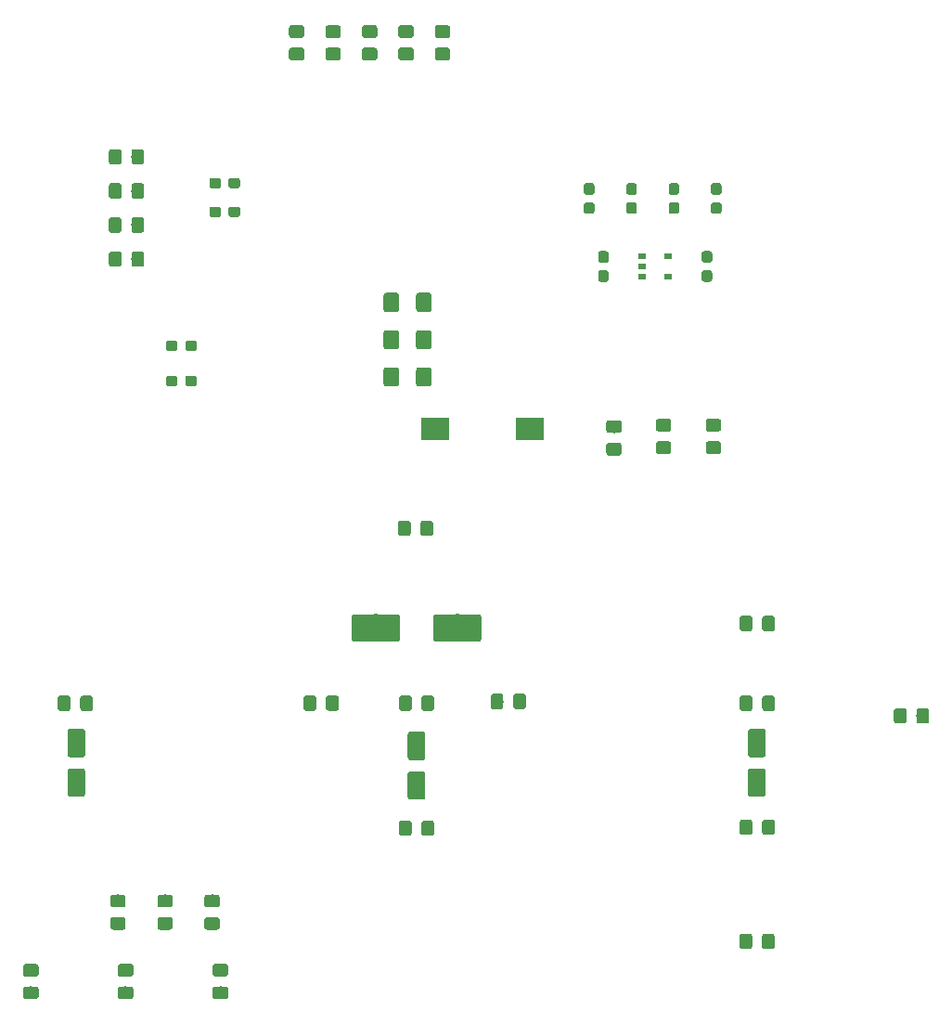
<source format=gbr>
G04 #@! TF.GenerationSoftware,KiCad,Pcbnew,(5.1.2)-2*
G04 #@! TF.CreationDate,2019-07-10T12:42:44+04:00*
G04 #@! TF.ProjectId,DTI_1-12,4454495f-312d-4313-922e-6b696361645f,rev?*
G04 #@! TF.SameCoordinates,Original*
G04 #@! TF.FileFunction,Paste,Top*
G04 #@! TF.FilePolarity,Positive*
%FSLAX46Y46*%
G04 Gerber Fmt 4.6, Leading zero omitted, Abs format (unit mm)*
G04 Created by KiCad (PCBNEW (5.1.2)-2) date 2019-07-10 12:42:44*
%MOMM*%
%LPD*%
G04 APERTURE LIST*
%ADD10C,0.100000*%
%ADD11C,2.500000*%
%ADD12C,1.150000*%
%ADD13C,1.600000*%
%ADD14C,1.425000*%
%ADD15R,0.700000X0.510000*%
%ADD16C,0.950000*%
%ADD17R,2.500000X2.000000*%
G04 APERTURE END LIST*
D10*
G36*
X139274504Y-114401204D02*
G01*
X139298773Y-114404804D01*
X139322571Y-114410765D01*
X139345671Y-114419030D01*
X139367849Y-114429520D01*
X139388893Y-114442133D01*
X139408598Y-114456747D01*
X139426777Y-114473223D01*
X139443253Y-114491402D01*
X139457867Y-114511107D01*
X139470480Y-114532151D01*
X139480970Y-114554329D01*
X139489235Y-114577429D01*
X139495196Y-114601227D01*
X139498796Y-114625496D01*
X139500000Y-114650000D01*
X139500000Y-116650000D01*
X139498796Y-116674504D01*
X139495196Y-116698773D01*
X139489235Y-116722571D01*
X139480970Y-116745671D01*
X139470480Y-116767849D01*
X139457867Y-116788893D01*
X139443253Y-116808598D01*
X139426777Y-116826777D01*
X139408598Y-116843253D01*
X139388893Y-116857867D01*
X139367849Y-116870480D01*
X139345671Y-116880970D01*
X139322571Y-116889235D01*
X139298773Y-116895196D01*
X139274504Y-116898796D01*
X139250000Y-116900000D01*
X135350000Y-116900000D01*
X135325496Y-116898796D01*
X135301227Y-116895196D01*
X135277429Y-116889235D01*
X135254329Y-116880970D01*
X135232151Y-116870480D01*
X135211107Y-116857867D01*
X135191402Y-116843253D01*
X135173223Y-116826777D01*
X135156747Y-116808598D01*
X135142133Y-116788893D01*
X135129520Y-116767849D01*
X135119030Y-116745671D01*
X135110765Y-116722571D01*
X135104804Y-116698773D01*
X135101204Y-116674504D01*
X135100000Y-116650000D01*
X135100000Y-114650000D01*
X135101204Y-114625496D01*
X135104804Y-114601227D01*
X135110765Y-114577429D01*
X135119030Y-114554329D01*
X135129520Y-114532151D01*
X135142133Y-114511107D01*
X135156747Y-114491402D01*
X135173223Y-114473223D01*
X135191402Y-114456747D01*
X135211107Y-114442133D01*
X135232151Y-114429520D01*
X135254329Y-114419030D01*
X135277429Y-114410765D01*
X135301227Y-114404804D01*
X135325496Y-114401204D01*
X135350000Y-114400000D01*
X139250000Y-114400000D01*
X139274504Y-114401204D01*
X139274504Y-114401204D01*
G37*
D11*
X137300000Y-115650000D03*
D10*
G36*
X131874504Y-114401204D02*
G01*
X131898773Y-114404804D01*
X131922571Y-114410765D01*
X131945671Y-114419030D01*
X131967849Y-114429520D01*
X131988893Y-114442133D01*
X132008598Y-114456747D01*
X132026777Y-114473223D01*
X132043253Y-114491402D01*
X132057867Y-114511107D01*
X132070480Y-114532151D01*
X132080970Y-114554329D01*
X132089235Y-114577429D01*
X132095196Y-114601227D01*
X132098796Y-114625496D01*
X132100000Y-114650000D01*
X132100000Y-116650000D01*
X132098796Y-116674504D01*
X132095196Y-116698773D01*
X132089235Y-116722571D01*
X132080970Y-116745671D01*
X132070480Y-116767849D01*
X132057867Y-116788893D01*
X132043253Y-116808598D01*
X132026777Y-116826777D01*
X132008598Y-116843253D01*
X131988893Y-116857867D01*
X131967849Y-116870480D01*
X131945671Y-116880970D01*
X131922571Y-116889235D01*
X131898773Y-116895196D01*
X131874504Y-116898796D01*
X131850000Y-116900000D01*
X127950000Y-116900000D01*
X127925496Y-116898796D01*
X127901227Y-116895196D01*
X127877429Y-116889235D01*
X127854329Y-116880970D01*
X127832151Y-116870480D01*
X127811107Y-116857867D01*
X127791402Y-116843253D01*
X127773223Y-116826777D01*
X127756747Y-116808598D01*
X127742133Y-116788893D01*
X127729520Y-116767849D01*
X127719030Y-116745671D01*
X127710765Y-116722571D01*
X127704804Y-116698773D01*
X127701204Y-116674504D01*
X127700000Y-116650000D01*
X127700000Y-114650000D01*
X127701204Y-114625496D01*
X127704804Y-114601227D01*
X127710765Y-114577429D01*
X127719030Y-114554329D01*
X127729520Y-114532151D01*
X127742133Y-114511107D01*
X127756747Y-114491402D01*
X127773223Y-114473223D01*
X127791402Y-114456747D01*
X127811107Y-114442133D01*
X127832151Y-114429520D01*
X127854329Y-114419030D01*
X127877429Y-114410765D01*
X127901227Y-114404804D01*
X127925496Y-114401204D01*
X127950000Y-114400000D01*
X131850000Y-114400000D01*
X131874504Y-114401204D01*
X131874504Y-114401204D01*
G37*
D11*
X129900000Y-115650000D03*
D10*
G36*
X132924505Y-133221204D02*
G01*
X132948773Y-133224804D01*
X132972572Y-133230765D01*
X132995671Y-133239030D01*
X133017850Y-133249520D01*
X133038893Y-133262132D01*
X133058599Y-133276747D01*
X133076777Y-133293223D01*
X133093253Y-133311401D01*
X133107868Y-133331107D01*
X133120480Y-133352150D01*
X133130970Y-133374329D01*
X133139235Y-133397428D01*
X133145196Y-133421227D01*
X133148796Y-133445495D01*
X133150000Y-133469999D01*
X133150000Y-134370001D01*
X133148796Y-134394505D01*
X133145196Y-134418773D01*
X133139235Y-134442572D01*
X133130970Y-134465671D01*
X133120480Y-134487850D01*
X133107868Y-134508893D01*
X133093253Y-134528599D01*
X133076777Y-134546777D01*
X133058599Y-134563253D01*
X133038893Y-134577868D01*
X133017850Y-134590480D01*
X132995671Y-134600970D01*
X132972572Y-134609235D01*
X132948773Y-134615196D01*
X132924505Y-134618796D01*
X132900001Y-134620000D01*
X132249999Y-134620000D01*
X132225495Y-134618796D01*
X132201227Y-134615196D01*
X132177428Y-134609235D01*
X132154329Y-134600970D01*
X132132150Y-134590480D01*
X132111107Y-134577868D01*
X132091401Y-134563253D01*
X132073223Y-134546777D01*
X132056747Y-134528599D01*
X132042132Y-134508893D01*
X132029520Y-134487850D01*
X132019030Y-134465671D01*
X132010765Y-134442572D01*
X132004804Y-134418773D01*
X132001204Y-134394505D01*
X132000000Y-134370001D01*
X132000000Y-133469999D01*
X132001204Y-133445495D01*
X132004804Y-133421227D01*
X132010765Y-133397428D01*
X132019030Y-133374329D01*
X132029520Y-133352150D01*
X132042132Y-133331107D01*
X132056747Y-133311401D01*
X132073223Y-133293223D01*
X132091401Y-133276747D01*
X132111107Y-133262132D01*
X132132150Y-133249520D01*
X132154329Y-133239030D01*
X132177428Y-133230765D01*
X132201227Y-133224804D01*
X132225495Y-133221204D01*
X132249999Y-133220000D01*
X132900001Y-133220000D01*
X132924505Y-133221204D01*
X132924505Y-133221204D01*
G37*
D12*
X132575000Y-133920000D03*
D10*
G36*
X134974505Y-133221204D02*
G01*
X134998773Y-133224804D01*
X135022572Y-133230765D01*
X135045671Y-133239030D01*
X135067850Y-133249520D01*
X135088893Y-133262132D01*
X135108599Y-133276747D01*
X135126777Y-133293223D01*
X135143253Y-133311401D01*
X135157868Y-133331107D01*
X135170480Y-133352150D01*
X135180970Y-133374329D01*
X135189235Y-133397428D01*
X135195196Y-133421227D01*
X135198796Y-133445495D01*
X135200000Y-133469999D01*
X135200000Y-134370001D01*
X135198796Y-134394505D01*
X135195196Y-134418773D01*
X135189235Y-134442572D01*
X135180970Y-134465671D01*
X135170480Y-134487850D01*
X135157868Y-134508893D01*
X135143253Y-134528599D01*
X135126777Y-134546777D01*
X135108599Y-134563253D01*
X135088893Y-134577868D01*
X135067850Y-134590480D01*
X135045671Y-134600970D01*
X135022572Y-134609235D01*
X134998773Y-134615196D01*
X134974505Y-134618796D01*
X134950001Y-134620000D01*
X134299999Y-134620000D01*
X134275495Y-134618796D01*
X134251227Y-134615196D01*
X134227428Y-134609235D01*
X134204329Y-134600970D01*
X134182150Y-134590480D01*
X134161107Y-134577868D01*
X134141401Y-134563253D01*
X134123223Y-134546777D01*
X134106747Y-134528599D01*
X134092132Y-134508893D01*
X134079520Y-134487850D01*
X134069030Y-134465671D01*
X134060765Y-134442572D01*
X134054804Y-134418773D01*
X134051204Y-134394505D01*
X134050000Y-134370001D01*
X134050000Y-133469999D01*
X134051204Y-133445495D01*
X134054804Y-133421227D01*
X134060765Y-133397428D01*
X134069030Y-133374329D01*
X134079520Y-133352150D01*
X134092132Y-133331107D01*
X134106747Y-133311401D01*
X134123223Y-133293223D01*
X134141401Y-133276747D01*
X134161107Y-133262132D01*
X134182150Y-133249520D01*
X134204329Y-133239030D01*
X134227428Y-133230765D01*
X134251227Y-133224804D01*
X134275495Y-133221204D01*
X134299999Y-133220000D01*
X134950001Y-133220000D01*
X134974505Y-133221204D01*
X134974505Y-133221204D01*
G37*
D12*
X134625000Y-133920000D03*
D10*
G36*
X103124504Y-128451204D02*
G01*
X103148773Y-128454804D01*
X103172571Y-128460765D01*
X103195671Y-128469030D01*
X103217849Y-128479520D01*
X103238893Y-128492133D01*
X103258598Y-128506747D01*
X103276777Y-128523223D01*
X103293253Y-128541402D01*
X103307867Y-128561107D01*
X103320480Y-128582151D01*
X103330970Y-128604329D01*
X103339235Y-128627429D01*
X103345196Y-128651227D01*
X103348796Y-128675496D01*
X103350000Y-128700000D01*
X103350000Y-130800000D01*
X103348796Y-130824504D01*
X103345196Y-130848773D01*
X103339235Y-130872571D01*
X103330970Y-130895671D01*
X103320480Y-130917849D01*
X103307867Y-130938893D01*
X103293253Y-130958598D01*
X103276777Y-130976777D01*
X103258598Y-130993253D01*
X103238893Y-131007867D01*
X103217849Y-131020480D01*
X103195671Y-131030970D01*
X103172571Y-131039235D01*
X103148773Y-131045196D01*
X103124504Y-131048796D01*
X103100000Y-131050000D01*
X102000000Y-131050000D01*
X101975496Y-131048796D01*
X101951227Y-131045196D01*
X101927429Y-131039235D01*
X101904329Y-131030970D01*
X101882151Y-131020480D01*
X101861107Y-131007867D01*
X101841402Y-130993253D01*
X101823223Y-130976777D01*
X101806747Y-130958598D01*
X101792133Y-130938893D01*
X101779520Y-130917849D01*
X101769030Y-130895671D01*
X101760765Y-130872571D01*
X101754804Y-130848773D01*
X101751204Y-130824504D01*
X101750000Y-130800000D01*
X101750000Y-128700000D01*
X101751204Y-128675496D01*
X101754804Y-128651227D01*
X101760765Y-128627429D01*
X101769030Y-128604329D01*
X101779520Y-128582151D01*
X101792133Y-128561107D01*
X101806747Y-128541402D01*
X101823223Y-128523223D01*
X101841402Y-128506747D01*
X101861107Y-128492133D01*
X101882151Y-128479520D01*
X101904329Y-128469030D01*
X101927429Y-128460765D01*
X101951227Y-128454804D01*
X101975496Y-128451204D01*
X102000000Y-128450000D01*
X103100000Y-128450000D01*
X103124504Y-128451204D01*
X103124504Y-128451204D01*
G37*
D13*
X102550000Y-129750000D03*
D10*
G36*
X103124504Y-124851204D02*
G01*
X103148773Y-124854804D01*
X103172571Y-124860765D01*
X103195671Y-124869030D01*
X103217849Y-124879520D01*
X103238893Y-124892133D01*
X103258598Y-124906747D01*
X103276777Y-124923223D01*
X103293253Y-124941402D01*
X103307867Y-124961107D01*
X103320480Y-124982151D01*
X103330970Y-125004329D01*
X103339235Y-125027429D01*
X103345196Y-125051227D01*
X103348796Y-125075496D01*
X103350000Y-125100000D01*
X103350000Y-127200000D01*
X103348796Y-127224504D01*
X103345196Y-127248773D01*
X103339235Y-127272571D01*
X103330970Y-127295671D01*
X103320480Y-127317849D01*
X103307867Y-127338893D01*
X103293253Y-127358598D01*
X103276777Y-127376777D01*
X103258598Y-127393253D01*
X103238893Y-127407867D01*
X103217849Y-127420480D01*
X103195671Y-127430970D01*
X103172571Y-127439235D01*
X103148773Y-127445196D01*
X103124504Y-127448796D01*
X103100000Y-127450000D01*
X102000000Y-127450000D01*
X101975496Y-127448796D01*
X101951227Y-127445196D01*
X101927429Y-127439235D01*
X101904329Y-127430970D01*
X101882151Y-127420480D01*
X101861107Y-127407867D01*
X101841402Y-127393253D01*
X101823223Y-127376777D01*
X101806747Y-127358598D01*
X101792133Y-127338893D01*
X101779520Y-127317849D01*
X101769030Y-127295671D01*
X101760765Y-127272571D01*
X101754804Y-127248773D01*
X101751204Y-127224504D01*
X101750000Y-127200000D01*
X101750000Y-125100000D01*
X101751204Y-125075496D01*
X101754804Y-125051227D01*
X101760765Y-125027429D01*
X101769030Y-125004329D01*
X101779520Y-124982151D01*
X101792133Y-124961107D01*
X101806747Y-124941402D01*
X101823223Y-124923223D01*
X101841402Y-124906747D01*
X101861107Y-124892133D01*
X101882151Y-124879520D01*
X101904329Y-124869030D01*
X101927429Y-124860765D01*
X101951227Y-124854804D01*
X101975496Y-124851204D01*
X102000000Y-124850000D01*
X103100000Y-124850000D01*
X103124504Y-124851204D01*
X103124504Y-124851204D01*
G37*
D13*
X102550000Y-126150000D03*
D10*
G36*
X101784505Y-121831204D02*
G01*
X101808773Y-121834804D01*
X101832572Y-121840765D01*
X101855671Y-121849030D01*
X101877850Y-121859520D01*
X101898893Y-121872132D01*
X101918599Y-121886747D01*
X101936777Y-121903223D01*
X101953253Y-121921401D01*
X101967868Y-121941107D01*
X101980480Y-121962150D01*
X101990970Y-121984329D01*
X101999235Y-122007428D01*
X102005196Y-122031227D01*
X102008796Y-122055495D01*
X102010000Y-122079999D01*
X102010000Y-122980001D01*
X102008796Y-123004505D01*
X102005196Y-123028773D01*
X101999235Y-123052572D01*
X101990970Y-123075671D01*
X101980480Y-123097850D01*
X101967868Y-123118893D01*
X101953253Y-123138599D01*
X101936777Y-123156777D01*
X101918599Y-123173253D01*
X101898893Y-123187868D01*
X101877850Y-123200480D01*
X101855671Y-123210970D01*
X101832572Y-123219235D01*
X101808773Y-123225196D01*
X101784505Y-123228796D01*
X101760001Y-123230000D01*
X101109999Y-123230000D01*
X101085495Y-123228796D01*
X101061227Y-123225196D01*
X101037428Y-123219235D01*
X101014329Y-123210970D01*
X100992150Y-123200480D01*
X100971107Y-123187868D01*
X100951401Y-123173253D01*
X100933223Y-123156777D01*
X100916747Y-123138599D01*
X100902132Y-123118893D01*
X100889520Y-123097850D01*
X100879030Y-123075671D01*
X100870765Y-123052572D01*
X100864804Y-123028773D01*
X100861204Y-123004505D01*
X100860000Y-122980001D01*
X100860000Y-122079999D01*
X100861204Y-122055495D01*
X100864804Y-122031227D01*
X100870765Y-122007428D01*
X100879030Y-121984329D01*
X100889520Y-121962150D01*
X100902132Y-121941107D01*
X100916747Y-121921401D01*
X100933223Y-121903223D01*
X100951401Y-121886747D01*
X100971107Y-121872132D01*
X100992150Y-121859520D01*
X101014329Y-121849030D01*
X101037428Y-121840765D01*
X101061227Y-121834804D01*
X101085495Y-121831204D01*
X101109999Y-121830000D01*
X101760001Y-121830000D01*
X101784505Y-121831204D01*
X101784505Y-121831204D01*
G37*
D12*
X101435000Y-122530000D03*
D10*
G36*
X103834505Y-121831204D02*
G01*
X103858773Y-121834804D01*
X103882572Y-121840765D01*
X103905671Y-121849030D01*
X103927850Y-121859520D01*
X103948893Y-121872132D01*
X103968599Y-121886747D01*
X103986777Y-121903223D01*
X104003253Y-121921401D01*
X104017868Y-121941107D01*
X104030480Y-121962150D01*
X104040970Y-121984329D01*
X104049235Y-122007428D01*
X104055196Y-122031227D01*
X104058796Y-122055495D01*
X104060000Y-122079999D01*
X104060000Y-122980001D01*
X104058796Y-123004505D01*
X104055196Y-123028773D01*
X104049235Y-123052572D01*
X104040970Y-123075671D01*
X104030480Y-123097850D01*
X104017868Y-123118893D01*
X104003253Y-123138599D01*
X103986777Y-123156777D01*
X103968599Y-123173253D01*
X103948893Y-123187868D01*
X103927850Y-123200480D01*
X103905671Y-123210970D01*
X103882572Y-123219235D01*
X103858773Y-123225196D01*
X103834505Y-123228796D01*
X103810001Y-123230000D01*
X103159999Y-123230000D01*
X103135495Y-123228796D01*
X103111227Y-123225196D01*
X103087428Y-123219235D01*
X103064329Y-123210970D01*
X103042150Y-123200480D01*
X103021107Y-123187868D01*
X103001401Y-123173253D01*
X102983223Y-123156777D01*
X102966747Y-123138599D01*
X102952132Y-123118893D01*
X102939520Y-123097850D01*
X102929030Y-123075671D01*
X102920765Y-123052572D01*
X102914804Y-123028773D01*
X102911204Y-123004505D01*
X102910000Y-122980001D01*
X102910000Y-122079999D01*
X102911204Y-122055495D01*
X102914804Y-122031227D01*
X102920765Y-122007428D01*
X102929030Y-121984329D01*
X102939520Y-121962150D01*
X102952132Y-121941107D01*
X102966747Y-121921401D01*
X102983223Y-121903223D01*
X103001401Y-121886747D01*
X103021107Y-121872132D01*
X103042150Y-121859520D01*
X103064329Y-121849030D01*
X103087428Y-121840765D01*
X103111227Y-121834804D01*
X103135495Y-121831204D01*
X103159999Y-121830000D01*
X103810001Y-121830000D01*
X103834505Y-121831204D01*
X103834505Y-121831204D01*
G37*
D12*
X103485000Y-122530000D03*
D10*
G36*
X165224504Y-128451204D02*
G01*
X165248773Y-128454804D01*
X165272571Y-128460765D01*
X165295671Y-128469030D01*
X165317849Y-128479520D01*
X165338893Y-128492133D01*
X165358598Y-128506747D01*
X165376777Y-128523223D01*
X165393253Y-128541402D01*
X165407867Y-128561107D01*
X165420480Y-128582151D01*
X165430970Y-128604329D01*
X165439235Y-128627429D01*
X165445196Y-128651227D01*
X165448796Y-128675496D01*
X165450000Y-128700000D01*
X165450000Y-130800000D01*
X165448796Y-130824504D01*
X165445196Y-130848773D01*
X165439235Y-130872571D01*
X165430970Y-130895671D01*
X165420480Y-130917849D01*
X165407867Y-130938893D01*
X165393253Y-130958598D01*
X165376777Y-130976777D01*
X165358598Y-130993253D01*
X165338893Y-131007867D01*
X165317849Y-131020480D01*
X165295671Y-131030970D01*
X165272571Y-131039235D01*
X165248773Y-131045196D01*
X165224504Y-131048796D01*
X165200000Y-131050000D01*
X164100000Y-131050000D01*
X164075496Y-131048796D01*
X164051227Y-131045196D01*
X164027429Y-131039235D01*
X164004329Y-131030970D01*
X163982151Y-131020480D01*
X163961107Y-131007867D01*
X163941402Y-130993253D01*
X163923223Y-130976777D01*
X163906747Y-130958598D01*
X163892133Y-130938893D01*
X163879520Y-130917849D01*
X163869030Y-130895671D01*
X163860765Y-130872571D01*
X163854804Y-130848773D01*
X163851204Y-130824504D01*
X163850000Y-130800000D01*
X163850000Y-128700000D01*
X163851204Y-128675496D01*
X163854804Y-128651227D01*
X163860765Y-128627429D01*
X163869030Y-128604329D01*
X163879520Y-128582151D01*
X163892133Y-128561107D01*
X163906747Y-128541402D01*
X163923223Y-128523223D01*
X163941402Y-128506747D01*
X163961107Y-128492133D01*
X163982151Y-128479520D01*
X164004329Y-128469030D01*
X164027429Y-128460765D01*
X164051227Y-128454804D01*
X164075496Y-128451204D01*
X164100000Y-128450000D01*
X165200000Y-128450000D01*
X165224504Y-128451204D01*
X165224504Y-128451204D01*
G37*
D13*
X164650000Y-129750000D03*
D10*
G36*
X165224504Y-124851204D02*
G01*
X165248773Y-124854804D01*
X165272571Y-124860765D01*
X165295671Y-124869030D01*
X165317849Y-124879520D01*
X165338893Y-124892133D01*
X165358598Y-124906747D01*
X165376777Y-124923223D01*
X165393253Y-124941402D01*
X165407867Y-124961107D01*
X165420480Y-124982151D01*
X165430970Y-125004329D01*
X165439235Y-125027429D01*
X165445196Y-125051227D01*
X165448796Y-125075496D01*
X165450000Y-125100000D01*
X165450000Y-127200000D01*
X165448796Y-127224504D01*
X165445196Y-127248773D01*
X165439235Y-127272571D01*
X165430970Y-127295671D01*
X165420480Y-127317849D01*
X165407867Y-127338893D01*
X165393253Y-127358598D01*
X165376777Y-127376777D01*
X165358598Y-127393253D01*
X165338893Y-127407867D01*
X165317849Y-127420480D01*
X165295671Y-127430970D01*
X165272571Y-127439235D01*
X165248773Y-127445196D01*
X165224504Y-127448796D01*
X165200000Y-127450000D01*
X164100000Y-127450000D01*
X164075496Y-127448796D01*
X164051227Y-127445196D01*
X164027429Y-127439235D01*
X164004329Y-127430970D01*
X163982151Y-127420480D01*
X163961107Y-127407867D01*
X163941402Y-127393253D01*
X163923223Y-127376777D01*
X163906747Y-127358598D01*
X163892133Y-127338893D01*
X163879520Y-127317849D01*
X163869030Y-127295671D01*
X163860765Y-127272571D01*
X163854804Y-127248773D01*
X163851204Y-127224504D01*
X163850000Y-127200000D01*
X163850000Y-125100000D01*
X163851204Y-125075496D01*
X163854804Y-125051227D01*
X163860765Y-125027429D01*
X163869030Y-125004329D01*
X163879520Y-124982151D01*
X163892133Y-124961107D01*
X163906747Y-124941402D01*
X163923223Y-124923223D01*
X163941402Y-124906747D01*
X163961107Y-124892133D01*
X163982151Y-124879520D01*
X164004329Y-124869030D01*
X164027429Y-124860765D01*
X164051227Y-124854804D01*
X164075496Y-124851204D01*
X164100000Y-124850000D01*
X165200000Y-124850000D01*
X165224504Y-124851204D01*
X165224504Y-124851204D01*
G37*
D13*
X164650000Y-126150000D03*
D10*
G36*
X164014505Y-121831204D02*
G01*
X164038773Y-121834804D01*
X164062572Y-121840765D01*
X164085671Y-121849030D01*
X164107850Y-121859520D01*
X164128893Y-121872132D01*
X164148599Y-121886747D01*
X164166777Y-121903223D01*
X164183253Y-121921401D01*
X164197868Y-121941107D01*
X164210480Y-121962150D01*
X164220970Y-121984329D01*
X164229235Y-122007428D01*
X164235196Y-122031227D01*
X164238796Y-122055495D01*
X164240000Y-122079999D01*
X164240000Y-122980001D01*
X164238796Y-123004505D01*
X164235196Y-123028773D01*
X164229235Y-123052572D01*
X164220970Y-123075671D01*
X164210480Y-123097850D01*
X164197868Y-123118893D01*
X164183253Y-123138599D01*
X164166777Y-123156777D01*
X164148599Y-123173253D01*
X164128893Y-123187868D01*
X164107850Y-123200480D01*
X164085671Y-123210970D01*
X164062572Y-123219235D01*
X164038773Y-123225196D01*
X164014505Y-123228796D01*
X163990001Y-123230000D01*
X163339999Y-123230000D01*
X163315495Y-123228796D01*
X163291227Y-123225196D01*
X163267428Y-123219235D01*
X163244329Y-123210970D01*
X163222150Y-123200480D01*
X163201107Y-123187868D01*
X163181401Y-123173253D01*
X163163223Y-123156777D01*
X163146747Y-123138599D01*
X163132132Y-123118893D01*
X163119520Y-123097850D01*
X163109030Y-123075671D01*
X163100765Y-123052572D01*
X163094804Y-123028773D01*
X163091204Y-123004505D01*
X163090000Y-122980001D01*
X163090000Y-122079999D01*
X163091204Y-122055495D01*
X163094804Y-122031227D01*
X163100765Y-122007428D01*
X163109030Y-121984329D01*
X163119520Y-121962150D01*
X163132132Y-121941107D01*
X163146747Y-121921401D01*
X163163223Y-121903223D01*
X163181401Y-121886747D01*
X163201107Y-121872132D01*
X163222150Y-121859520D01*
X163244329Y-121849030D01*
X163267428Y-121840765D01*
X163291227Y-121834804D01*
X163315495Y-121831204D01*
X163339999Y-121830000D01*
X163990001Y-121830000D01*
X164014505Y-121831204D01*
X164014505Y-121831204D01*
G37*
D12*
X163665000Y-122530000D03*
D10*
G36*
X166064505Y-121831204D02*
G01*
X166088773Y-121834804D01*
X166112572Y-121840765D01*
X166135671Y-121849030D01*
X166157850Y-121859520D01*
X166178893Y-121872132D01*
X166198599Y-121886747D01*
X166216777Y-121903223D01*
X166233253Y-121921401D01*
X166247868Y-121941107D01*
X166260480Y-121962150D01*
X166270970Y-121984329D01*
X166279235Y-122007428D01*
X166285196Y-122031227D01*
X166288796Y-122055495D01*
X166290000Y-122079999D01*
X166290000Y-122980001D01*
X166288796Y-123004505D01*
X166285196Y-123028773D01*
X166279235Y-123052572D01*
X166270970Y-123075671D01*
X166260480Y-123097850D01*
X166247868Y-123118893D01*
X166233253Y-123138599D01*
X166216777Y-123156777D01*
X166198599Y-123173253D01*
X166178893Y-123187868D01*
X166157850Y-123200480D01*
X166135671Y-123210970D01*
X166112572Y-123219235D01*
X166088773Y-123225196D01*
X166064505Y-123228796D01*
X166040001Y-123230000D01*
X165389999Y-123230000D01*
X165365495Y-123228796D01*
X165341227Y-123225196D01*
X165317428Y-123219235D01*
X165294329Y-123210970D01*
X165272150Y-123200480D01*
X165251107Y-123187868D01*
X165231401Y-123173253D01*
X165213223Y-123156777D01*
X165196747Y-123138599D01*
X165182132Y-123118893D01*
X165169520Y-123097850D01*
X165159030Y-123075671D01*
X165150765Y-123052572D01*
X165144804Y-123028773D01*
X165141204Y-123004505D01*
X165140000Y-122980001D01*
X165140000Y-122079999D01*
X165141204Y-122055495D01*
X165144804Y-122031227D01*
X165150765Y-122007428D01*
X165159030Y-121984329D01*
X165169520Y-121962150D01*
X165182132Y-121941107D01*
X165196747Y-121921401D01*
X165213223Y-121903223D01*
X165231401Y-121886747D01*
X165251107Y-121872132D01*
X165272150Y-121859520D01*
X165294329Y-121849030D01*
X165317428Y-121840765D01*
X165341227Y-121834804D01*
X165365495Y-121831204D01*
X165389999Y-121830000D01*
X166040001Y-121830000D01*
X166064505Y-121831204D01*
X166064505Y-121831204D01*
G37*
D12*
X165715000Y-122530000D03*
D10*
G36*
X134174504Y-125114536D02*
G01*
X134198773Y-125118136D01*
X134222571Y-125124097D01*
X134245671Y-125132362D01*
X134267849Y-125142852D01*
X134288893Y-125155465D01*
X134308598Y-125170079D01*
X134326777Y-125186555D01*
X134343253Y-125204734D01*
X134357867Y-125224439D01*
X134370480Y-125245483D01*
X134380970Y-125267661D01*
X134389235Y-125290761D01*
X134395196Y-125314559D01*
X134398796Y-125338828D01*
X134400000Y-125363332D01*
X134400000Y-127463332D01*
X134398796Y-127487836D01*
X134395196Y-127512105D01*
X134389235Y-127535903D01*
X134380970Y-127559003D01*
X134370480Y-127581181D01*
X134357867Y-127602225D01*
X134343253Y-127621930D01*
X134326777Y-127640109D01*
X134308598Y-127656585D01*
X134288893Y-127671199D01*
X134267849Y-127683812D01*
X134245671Y-127694302D01*
X134222571Y-127702567D01*
X134198773Y-127708528D01*
X134174504Y-127712128D01*
X134150000Y-127713332D01*
X133050000Y-127713332D01*
X133025496Y-127712128D01*
X133001227Y-127708528D01*
X132977429Y-127702567D01*
X132954329Y-127694302D01*
X132932151Y-127683812D01*
X132911107Y-127671199D01*
X132891402Y-127656585D01*
X132873223Y-127640109D01*
X132856747Y-127621930D01*
X132842133Y-127602225D01*
X132829520Y-127581181D01*
X132819030Y-127559003D01*
X132810765Y-127535903D01*
X132804804Y-127512105D01*
X132801204Y-127487836D01*
X132800000Y-127463332D01*
X132800000Y-125363332D01*
X132801204Y-125338828D01*
X132804804Y-125314559D01*
X132810765Y-125290761D01*
X132819030Y-125267661D01*
X132829520Y-125245483D01*
X132842133Y-125224439D01*
X132856747Y-125204734D01*
X132873223Y-125186555D01*
X132891402Y-125170079D01*
X132911107Y-125155465D01*
X132932151Y-125142852D01*
X132954329Y-125132362D01*
X132977429Y-125124097D01*
X133001227Y-125118136D01*
X133025496Y-125114536D01*
X133050000Y-125113332D01*
X134150000Y-125113332D01*
X134174504Y-125114536D01*
X134174504Y-125114536D01*
G37*
D13*
X133600000Y-126413332D03*
D10*
G36*
X134174504Y-128714536D02*
G01*
X134198773Y-128718136D01*
X134222571Y-128724097D01*
X134245671Y-128732362D01*
X134267849Y-128742852D01*
X134288893Y-128755465D01*
X134308598Y-128770079D01*
X134326777Y-128786555D01*
X134343253Y-128804734D01*
X134357867Y-128824439D01*
X134370480Y-128845483D01*
X134380970Y-128867661D01*
X134389235Y-128890761D01*
X134395196Y-128914559D01*
X134398796Y-128938828D01*
X134400000Y-128963332D01*
X134400000Y-131063332D01*
X134398796Y-131087836D01*
X134395196Y-131112105D01*
X134389235Y-131135903D01*
X134380970Y-131159003D01*
X134370480Y-131181181D01*
X134357867Y-131202225D01*
X134343253Y-131221930D01*
X134326777Y-131240109D01*
X134308598Y-131256585D01*
X134288893Y-131271199D01*
X134267849Y-131283812D01*
X134245671Y-131294302D01*
X134222571Y-131302567D01*
X134198773Y-131308528D01*
X134174504Y-131312128D01*
X134150000Y-131313332D01*
X133050000Y-131313332D01*
X133025496Y-131312128D01*
X133001227Y-131308528D01*
X132977429Y-131302567D01*
X132954329Y-131294302D01*
X132932151Y-131283812D01*
X132911107Y-131271199D01*
X132891402Y-131256585D01*
X132873223Y-131240109D01*
X132856747Y-131221930D01*
X132842133Y-131202225D01*
X132829520Y-131181181D01*
X132819030Y-131159003D01*
X132810765Y-131135903D01*
X132804804Y-131112105D01*
X132801204Y-131087836D01*
X132800000Y-131063332D01*
X132800000Y-128963332D01*
X132801204Y-128938828D01*
X132804804Y-128914559D01*
X132810765Y-128890761D01*
X132819030Y-128867661D01*
X132829520Y-128845483D01*
X132842133Y-128824439D01*
X132856747Y-128804734D01*
X132873223Y-128786555D01*
X132891402Y-128770079D01*
X132911107Y-128755465D01*
X132932151Y-128742852D01*
X132954329Y-128732362D01*
X132977429Y-128724097D01*
X133001227Y-128718136D01*
X133025496Y-128714536D01*
X133050000Y-128713332D01*
X134150000Y-128713332D01*
X134174504Y-128714536D01*
X134174504Y-128714536D01*
G37*
D13*
X133600000Y-130013332D03*
D10*
G36*
X134974505Y-121807870D02*
G01*
X134998773Y-121811470D01*
X135022572Y-121817431D01*
X135045671Y-121825696D01*
X135067850Y-121836186D01*
X135088893Y-121848798D01*
X135108599Y-121863413D01*
X135126777Y-121879889D01*
X135143253Y-121898067D01*
X135157868Y-121917773D01*
X135170480Y-121938816D01*
X135180970Y-121960995D01*
X135189235Y-121984094D01*
X135195196Y-122007893D01*
X135198796Y-122032161D01*
X135200000Y-122056665D01*
X135200000Y-122956667D01*
X135198796Y-122981171D01*
X135195196Y-123005439D01*
X135189235Y-123029238D01*
X135180970Y-123052337D01*
X135170480Y-123074516D01*
X135157868Y-123095559D01*
X135143253Y-123115265D01*
X135126777Y-123133443D01*
X135108599Y-123149919D01*
X135088893Y-123164534D01*
X135067850Y-123177146D01*
X135045671Y-123187636D01*
X135022572Y-123195901D01*
X134998773Y-123201862D01*
X134974505Y-123205462D01*
X134950001Y-123206666D01*
X134299999Y-123206666D01*
X134275495Y-123205462D01*
X134251227Y-123201862D01*
X134227428Y-123195901D01*
X134204329Y-123187636D01*
X134182150Y-123177146D01*
X134161107Y-123164534D01*
X134141401Y-123149919D01*
X134123223Y-123133443D01*
X134106747Y-123115265D01*
X134092132Y-123095559D01*
X134079520Y-123074516D01*
X134069030Y-123052337D01*
X134060765Y-123029238D01*
X134054804Y-123005439D01*
X134051204Y-122981171D01*
X134050000Y-122956667D01*
X134050000Y-122056665D01*
X134051204Y-122032161D01*
X134054804Y-122007893D01*
X134060765Y-121984094D01*
X134069030Y-121960995D01*
X134079520Y-121938816D01*
X134092132Y-121917773D01*
X134106747Y-121898067D01*
X134123223Y-121879889D01*
X134141401Y-121863413D01*
X134161107Y-121848798D01*
X134182150Y-121836186D01*
X134204329Y-121825696D01*
X134227428Y-121817431D01*
X134251227Y-121811470D01*
X134275495Y-121807870D01*
X134299999Y-121806666D01*
X134950001Y-121806666D01*
X134974505Y-121807870D01*
X134974505Y-121807870D01*
G37*
D12*
X134625000Y-122506666D03*
D10*
G36*
X132924505Y-121807870D02*
G01*
X132948773Y-121811470D01*
X132972572Y-121817431D01*
X132995671Y-121825696D01*
X133017850Y-121836186D01*
X133038893Y-121848798D01*
X133058599Y-121863413D01*
X133076777Y-121879889D01*
X133093253Y-121898067D01*
X133107868Y-121917773D01*
X133120480Y-121938816D01*
X133130970Y-121960995D01*
X133139235Y-121984094D01*
X133145196Y-122007893D01*
X133148796Y-122032161D01*
X133150000Y-122056665D01*
X133150000Y-122956667D01*
X133148796Y-122981171D01*
X133145196Y-123005439D01*
X133139235Y-123029238D01*
X133130970Y-123052337D01*
X133120480Y-123074516D01*
X133107868Y-123095559D01*
X133093253Y-123115265D01*
X133076777Y-123133443D01*
X133058599Y-123149919D01*
X133038893Y-123164534D01*
X133017850Y-123177146D01*
X132995671Y-123187636D01*
X132972572Y-123195901D01*
X132948773Y-123201862D01*
X132924505Y-123205462D01*
X132900001Y-123206666D01*
X132249999Y-123206666D01*
X132225495Y-123205462D01*
X132201227Y-123201862D01*
X132177428Y-123195901D01*
X132154329Y-123187636D01*
X132132150Y-123177146D01*
X132111107Y-123164534D01*
X132091401Y-123149919D01*
X132073223Y-123133443D01*
X132056747Y-123115265D01*
X132042132Y-123095559D01*
X132029520Y-123074516D01*
X132019030Y-123052337D01*
X132010765Y-123029238D01*
X132004804Y-123005439D01*
X132001204Y-122981171D01*
X132000000Y-122956667D01*
X132000000Y-122056665D01*
X132001204Y-122032161D01*
X132004804Y-122007893D01*
X132010765Y-121984094D01*
X132019030Y-121960995D01*
X132029520Y-121938816D01*
X132042132Y-121917773D01*
X132056747Y-121898067D01*
X132073223Y-121879889D01*
X132091401Y-121863413D01*
X132111107Y-121848798D01*
X132132150Y-121836186D01*
X132154329Y-121825696D01*
X132177428Y-121817431D01*
X132201227Y-121811470D01*
X132225495Y-121807870D01*
X132249999Y-121806666D01*
X132900001Y-121806666D01*
X132924505Y-121807870D01*
X132924505Y-121807870D01*
G37*
D12*
X132575000Y-122506666D03*
D10*
G36*
X106454505Y-78209772D02*
G01*
X106478773Y-78213372D01*
X106502572Y-78219333D01*
X106525671Y-78227598D01*
X106547850Y-78238088D01*
X106568893Y-78250700D01*
X106588599Y-78265315D01*
X106606777Y-78281791D01*
X106623253Y-78299969D01*
X106637868Y-78319675D01*
X106650480Y-78340718D01*
X106660970Y-78362897D01*
X106669235Y-78385996D01*
X106675196Y-78409795D01*
X106678796Y-78434063D01*
X106680000Y-78458567D01*
X106680000Y-79358569D01*
X106678796Y-79383073D01*
X106675196Y-79407341D01*
X106669235Y-79431140D01*
X106660970Y-79454239D01*
X106650480Y-79476418D01*
X106637868Y-79497461D01*
X106623253Y-79517167D01*
X106606777Y-79535345D01*
X106588599Y-79551821D01*
X106568893Y-79566436D01*
X106547850Y-79579048D01*
X106525671Y-79589538D01*
X106502572Y-79597803D01*
X106478773Y-79603764D01*
X106454505Y-79607364D01*
X106430001Y-79608568D01*
X105779999Y-79608568D01*
X105755495Y-79607364D01*
X105731227Y-79603764D01*
X105707428Y-79597803D01*
X105684329Y-79589538D01*
X105662150Y-79579048D01*
X105641107Y-79566436D01*
X105621401Y-79551821D01*
X105603223Y-79535345D01*
X105586747Y-79517167D01*
X105572132Y-79497461D01*
X105559520Y-79476418D01*
X105549030Y-79454239D01*
X105540765Y-79431140D01*
X105534804Y-79407341D01*
X105531204Y-79383073D01*
X105530000Y-79358569D01*
X105530000Y-78458567D01*
X105531204Y-78434063D01*
X105534804Y-78409795D01*
X105540765Y-78385996D01*
X105549030Y-78362897D01*
X105559520Y-78340718D01*
X105572132Y-78319675D01*
X105586747Y-78299969D01*
X105603223Y-78281791D01*
X105621401Y-78265315D01*
X105641107Y-78250700D01*
X105662150Y-78238088D01*
X105684329Y-78227598D01*
X105707428Y-78219333D01*
X105731227Y-78213372D01*
X105755495Y-78209772D01*
X105779999Y-78208568D01*
X106430001Y-78208568D01*
X106454505Y-78209772D01*
X106454505Y-78209772D01*
G37*
D12*
X106105000Y-78908568D03*
D10*
G36*
X108504505Y-78209772D02*
G01*
X108528773Y-78213372D01*
X108552572Y-78219333D01*
X108575671Y-78227598D01*
X108597850Y-78238088D01*
X108618893Y-78250700D01*
X108638599Y-78265315D01*
X108656777Y-78281791D01*
X108673253Y-78299969D01*
X108687868Y-78319675D01*
X108700480Y-78340718D01*
X108710970Y-78362897D01*
X108719235Y-78385996D01*
X108725196Y-78409795D01*
X108728796Y-78434063D01*
X108730000Y-78458567D01*
X108730000Y-79358569D01*
X108728796Y-79383073D01*
X108725196Y-79407341D01*
X108719235Y-79431140D01*
X108710970Y-79454239D01*
X108700480Y-79476418D01*
X108687868Y-79497461D01*
X108673253Y-79517167D01*
X108656777Y-79535345D01*
X108638599Y-79551821D01*
X108618893Y-79566436D01*
X108597850Y-79579048D01*
X108575671Y-79589538D01*
X108552572Y-79597803D01*
X108528773Y-79603764D01*
X108504505Y-79607364D01*
X108480001Y-79608568D01*
X107829999Y-79608568D01*
X107805495Y-79607364D01*
X107781227Y-79603764D01*
X107757428Y-79597803D01*
X107734329Y-79589538D01*
X107712150Y-79579048D01*
X107691107Y-79566436D01*
X107671401Y-79551821D01*
X107653223Y-79535345D01*
X107636747Y-79517167D01*
X107622132Y-79497461D01*
X107609520Y-79476418D01*
X107599030Y-79454239D01*
X107590765Y-79431140D01*
X107584804Y-79407341D01*
X107581204Y-79383073D01*
X107580000Y-79358569D01*
X107580000Y-78458567D01*
X107581204Y-78434063D01*
X107584804Y-78409795D01*
X107590765Y-78385996D01*
X107599030Y-78362897D01*
X107609520Y-78340718D01*
X107622132Y-78319675D01*
X107636747Y-78299969D01*
X107653223Y-78281791D01*
X107671401Y-78265315D01*
X107691107Y-78250700D01*
X107712150Y-78238088D01*
X107734329Y-78227598D01*
X107757428Y-78219333D01*
X107781227Y-78213372D01*
X107805495Y-78209772D01*
X107829999Y-78208568D01*
X108480001Y-78208568D01*
X108504505Y-78209772D01*
X108504505Y-78209772D01*
G37*
D12*
X108155000Y-78908568D03*
D10*
G36*
X108504505Y-81324056D02*
G01*
X108528773Y-81327656D01*
X108552572Y-81333617D01*
X108575671Y-81341882D01*
X108597850Y-81352372D01*
X108618893Y-81364984D01*
X108638599Y-81379599D01*
X108656777Y-81396075D01*
X108673253Y-81414253D01*
X108687868Y-81433959D01*
X108700480Y-81455002D01*
X108710970Y-81477181D01*
X108719235Y-81500280D01*
X108725196Y-81524079D01*
X108728796Y-81548347D01*
X108730000Y-81572851D01*
X108730000Y-82472853D01*
X108728796Y-82497357D01*
X108725196Y-82521625D01*
X108719235Y-82545424D01*
X108710970Y-82568523D01*
X108700480Y-82590702D01*
X108687868Y-82611745D01*
X108673253Y-82631451D01*
X108656777Y-82649629D01*
X108638599Y-82666105D01*
X108618893Y-82680720D01*
X108597850Y-82693332D01*
X108575671Y-82703822D01*
X108552572Y-82712087D01*
X108528773Y-82718048D01*
X108504505Y-82721648D01*
X108480001Y-82722852D01*
X107829999Y-82722852D01*
X107805495Y-82721648D01*
X107781227Y-82718048D01*
X107757428Y-82712087D01*
X107734329Y-82703822D01*
X107712150Y-82693332D01*
X107691107Y-82680720D01*
X107671401Y-82666105D01*
X107653223Y-82649629D01*
X107636747Y-82631451D01*
X107622132Y-82611745D01*
X107609520Y-82590702D01*
X107599030Y-82568523D01*
X107590765Y-82545424D01*
X107584804Y-82521625D01*
X107581204Y-82497357D01*
X107580000Y-82472853D01*
X107580000Y-81572851D01*
X107581204Y-81548347D01*
X107584804Y-81524079D01*
X107590765Y-81500280D01*
X107599030Y-81477181D01*
X107609520Y-81455002D01*
X107622132Y-81433959D01*
X107636747Y-81414253D01*
X107653223Y-81396075D01*
X107671401Y-81379599D01*
X107691107Y-81364984D01*
X107712150Y-81352372D01*
X107734329Y-81341882D01*
X107757428Y-81333617D01*
X107781227Y-81327656D01*
X107805495Y-81324056D01*
X107829999Y-81322852D01*
X108480001Y-81322852D01*
X108504505Y-81324056D01*
X108504505Y-81324056D01*
G37*
D12*
X108155000Y-82022852D03*
D10*
G36*
X106454505Y-81324056D02*
G01*
X106478773Y-81327656D01*
X106502572Y-81333617D01*
X106525671Y-81341882D01*
X106547850Y-81352372D01*
X106568893Y-81364984D01*
X106588599Y-81379599D01*
X106606777Y-81396075D01*
X106623253Y-81414253D01*
X106637868Y-81433959D01*
X106650480Y-81455002D01*
X106660970Y-81477181D01*
X106669235Y-81500280D01*
X106675196Y-81524079D01*
X106678796Y-81548347D01*
X106680000Y-81572851D01*
X106680000Y-82472853D01*
X106678796Y-82497357D01*
X106675196Y-82521625D01*
X106669235Y-82545424D01*
X106660970Y-82568523D01*
X106650480Y-82590702D01*
X106637868Y-82611745D01*
X106623253Y-82631451D01*
X106606777Y-82649629D01*
X106588599Y-82666105D01*
X106568893Y-82680720D01*
X106547850Y-82693332D01*
X106525671Y-82703822D01*
X106502572Y-82712087D01*
X106478773Y-82718048D01*
X106454505Y-82721648D01*
X106430001Y-82722852D01*
X105779999Y-82722852D01*
X105755495Y-82721648D01*
X105731227Y-82718048D01*
X105707428Y-82712087D01*
X105684329Y-82703822D01*
X105662150Y-82693332D01*
X105641107Y-82680720D01*
X105621401Y-82666105D01*
X105603223Y-82649629D01*
X105586747Y-82631451D01*
X105572132Y-82611745D01*
X105559520Y-82590702D01*
X105549030Y-82568523D01*
X105540765Y-82545424D01*
X105534804Y-82521625D01*
X105531204Y-82497357D01*
X105530000Y-82472853D01*
X105530000Y-81572851D01*
X105531204Y-81548347D01*
X105534804Y-81524079D01*
X105540765Y-81500280D01*
X105549030Y-81477181D01*
X105559520Y-81455002D01*
X105572132Y-81433959D01*
X105586747Y-81414253D01*
X105603223Y-81396075D01*
X105621401Y-81379599D01*
X105641107Y-81364984D01*
X105662150Y-81352372D01*
X105684329Y-81341882D01*
X105707428Y-81333617D01*
X105731227Y-81327656D01*
X105755495Y-81324056D01*
X105779999Y-81322852D01*
X106430001Y-81322852D01*
X106454505Y-81324056D01*
X106454505Y-81324056D01*
G37*
D12*
X106105000Y-82022852D03*
D10*
G36*
X131787004Y-88488204D02*
G01*
X131811273Y-88491804D01*
X131835071Y-88497765D01*
X131858171Y-88506030D01*
X131880349Y-88516520D01*
X131901393Y-88529133D01*
X131921098Y-88543747D01*
X131939277Y-88560223D01*
X131955753Y-88578402D01*
X131970367Y-88598107D01*
X131982980Y-88619151D01*
X131993470Y-88641329D01*
X132001735Y-88664429D01*
X132007696Y-88688227D01*
X132011296Y-88712496D01*
X132012500Y-88737000D01*
X132012500Y-89987000D01*
X132011296Y-90011504D01*
X132007696Y-90035773D01*
X132001735Y-90059571D01*
X131993470Y-90082671D01*
X131982980Y-90104849D01*
X131970367Y-90125893D01*
X131955753Y-90145598D01*
X131939277Y-90163777D01*
X131921098Y-90180253D01*
X131901393Y-90194867D01*
X131880349Y-90207480D01*
X131858171Y-90217970D01*
X131835071Y-90226235D01*
X131811273Y-90232196D01*
X131787004Y-90235796D01*
X131762500Y-90237000D01*
X130837500Y-90237000D01*
X130812996Y-90235796D01*
X130788727Y-90232196D01*
X130764929Y-90226235D01*
X130741829Y-90217970D01*
X130719651Y-90207480D01*
X130698607Y-90194867D01*
X130678902Y-90180253D01*
X130660723Y-90163777D01*
X130644247Y-90145598D01*
X130629633Y-90125893D01*
X130617020Y-90104849D01*
X130606530Y-90082671D01*
X130598265Y-90059571D01*
X130592304Y-90035773D01*
X130588704Y-90011504D01*
X130587500Y-89987000D01*
X130587500Y-88737000D01*
X130588704Y-88712496D01*
X130592304Y-88688227D01*
X130598265Y-88664429D01*
X130606530Y-88641329D01*
X130617020Y-88619151D01*
X130629633Y-88598107D01*
X130644247Y-88578402D01*
X130660723Y-88560223D01*
X130678902Y-88543747D01*
X130698607Y-88529133D01*
X130719651Y-88516520D01*
X130741829Y-88506030D01*
X130764929Y-88497765D01*
X130788727Y-88491804D01*
X130812996Y-88488204D01*
X130837500Y-88487000D01*
X131762500Y-88487000D01*
X131787004Y-88488204D01*
X131787004Y-88488204D01*
G37*
D14*
X131300000Y-89362000D03*
D10*
G36*
X134762004Y-88488204D02*
G01*
X134786273Y-88491804D01*
X134810071Y-88497765D01*
X134833171Y-88506030D01*
X134855349Y-88516520D01*
X134876393Y-88529133D01*
X134896098Y-88543747D01*
X134914277Y-88560223D01*
X134930753Y-88578402D01*
X134945367Y-88598107D01*
X134957980Y-88619151D01*
X134968470Y-88641329D01*
X134976735Y-88664429D01*
X134982696Y-88688227D01*
X134986296Y-88712496D01*
X134987500Y-88737000D01*
X134987500Y-89987000D01*
X134986296Y-90011504D01*
X134982696Y-90035773D01*
X134976735Y-90059571D01*
X134968470Y-90082671D01*
X134957980Y-90104849D01*
X134945367Y-90125893D01*
X134930753Y-90145598D01*
X134914277Y-90163777D01*
X134896098Y-90180253D01*
X134876393Y-90194867D01*
X134855349Y-90207480D01*
X134833171Y-90217970D01*
X134810071Y-90226235D01*
X134786273Y-90232196D01*
X134762004Y-90235796D01*
X134737500Y-90237000D01*
X133812500Y-90237000D01*
X133787996Y-90235796D01*
X133763727Y-90232196D01*
X133739929Y-90226235D01*
X133716829Y-90217970D01*
X133694651Y-90207480D01*
X133673607Y-90194867D01*
X133653902Y-90180253D01*
X133635723Y-90163777D01*
X133619247Y-90145598D01*
X133604633Y-90125893D01*
X133592020Y-90104849D01*
X133581530Y-90082671D01*
X133573265Y-90059571D01*
X133567304Y-90035773D01*
X133563704Y-90011504D01*
X133562500Y-89987000D01*
X133562500Y-88737000D01*
X133563704Y-88712496D01*
X133567304Y-88688227D01*
X133573265Y-88664429D01*
X133581530Y-88641329D01*
X133592020Y-88619151D01*
X133604633Y-88598107D01*
X133619247Y-88578402D01*
X133635723Y-88560223D01*
X133653902Y-88543747D01*
X133673607Y-88529133D01*
X133694651Y-88516520D01*
X133716829Y-88506030D01*
X133739929Y-88497765D01*
X133763727Y-88491804D01*
X133787996Y-88488204D01*
X133812500Y-88487000D01*
X134737500Y-88487000D01*
X134762004Y-88488204D01*
X134762004Y-88488204D01*
G37*
D14*
X134275000Y-89362000D03*
D10*
G36*
X107529505Y-146301204D02*
G01*
X107553773Y-146304804D01*
X107577572Y-146310765D01*
X107600671Y-146319030D01*
X107622850Y-146329520D01*
X107643893Y-146342132D01*
X107663599Y-146356747D01*
X107681777Y-146373223D01*
X107698253Y-146391401D01*
X107712868Y-146411107D01*
X107725480Y-146432150D01*
X107735970Y-146454329D01*
X107744235Y-146477428D01*
X107750196Y-146501227D01*
X107753796Y-146525495D01*
X107755000Y-146549999D01*
X107755000Y-147200001D01*
X107753796Y-147224505D01*
X107750196Y-147248773D01*
X107744235Y-147272572D01*
X107735970Y-147295671D01*
X107725480Y-147317850D01*
X107712868Y-147338893D01*
X107698253Y-147358599D01*
X107681777Y-147376777D01*
X107663599Y-147393253D01*
X107643893Y-147407868D01*
X107622850Y-147420480D01*
X107600671Y-147430970D01*
X107577572Y-147439235D01*
X107553773Y-147445196D01*
X107529505Y-147448796D01*
X107505001Y-147450000D01*
X106604999Y-147450000D01*
X106580495Y-147448796D01*
X106556227Y-147445196D01*
X106532428Y-147439235D01*
X106509329Y-147430970D01*
X106487150Y-147420480D01*
X106466107Y-147407868D01*
X106446401Y-147393253D01*
X106428223Y-147376777D01*
X106411747Y-147358599D01*
X106397132Y-147338893D01*
X106384520Y-147317850D01*
X106374030Y-147295671D01*
X106365765Y-147272572D01*
X106359804Y-147248773D01*
X106356204Y-147224505D01*
X106355000Y-147200001D01*
X106355000Y-146549999D01*
X106356204Y-146525495D01*
X106359804Y-146501227D01*
X106365765Y-146477428D01*
X106374030Y-146454329D01*
X106384520Y-146432150D01*
X106397132Y-146411107D01*
X106411747Y-146391401D01*
X106428223Y-146373223D01*
X106446401Y-146356747D01*
X106466107Y-146342132D01*
X106487150Y-146329520D01*
X106509329Y-146319030D01*
X106532428Y-146310765D01*
X106556227Y-146304804D01*
X106580495Y-146301204D01*
X106604999Y-146300000D01*
X107505001Y-146300000D01*
X107529505Y-146301204D01*
X107529505Y-146301204D01*
G37*
D12*
X107055000Y-146875000D03*
D10*
G36*
X107529505Y-148351204D02*
G01*
X107553773Y-148354804D01*
X107577572Y-148360765D01*
X107600671Y-148369030D01*
X107622850Y-148379520D01*
X107643893Y-148392132D01*
X107663599Y-148406747D01*
X107681777Y-148423223D01*
X107698253Y-148441401D01*
X107712868Y-148461107D01*
X107725480Y-148482150D01*
X107735970Y-148504329D01*
X107744235Y-148527428D01*
X107750196Y-148551227D01*
X107753796Y-148575495D01*
X107755000Y-148599999D01*
X107755000Y-149250001D01*
X107753796Y-149274505D01*
X107750196Y-149298773D01*
X107744235Y-149322572D01*
X107735970Y-149345671D01*
X107725480Y-149367850D01*
X107712868Y-149388893D01*
X107698253Y-149408599D01*
X107681777Y-149426777D01*
X107663599Y-149443253D01*
X107643893Y-149457868D01*
X107622850Y-149470480D01*
X107600671Y-149480970D01*
X107577572Y-149489235D01*
X107553773Y-149495196D01*
X107529505Y-149498796D01*
X107505001Y-149500000D01*
X106604999Y-149500000D01*
X106580495Y-149498796D01*
X106556227Y-149495196D01*
X106532428Y-149489235D01*
X106509329Y-149480970D01*
X106487150Y-149470480D01*
X106466107Y-149457868D01*
X106446401Y-149443253D01*
X106428223Y-149426777D01*
X106411747Y-149408599D01*
X106397132Y-149388893D01*
X106384520Y-149367850D01*
X106374030Y-149345671D01*
X106365765Y-149322572D01*
X106359804Y-149298773D01*
X106356204Y-149274505D01*
X106355000Y-149250001D01*
X106355000Y-148599999D01*
X106356204Y-148575495D01*
X106359804Y-148551227D01*
X106365765Y-148527428D01*
X106374030Y-148504329D01*
X106384520Y-148482150D01*
X106397132Y-148461107D01*
X106411747Y-148441401D01*
X106428223Y-148423223D01*
X106446401Y-148406747D01*
X106466107Y-148392132D01*
X106487150Y-148379520D01*
X106509329Y-148369030D01*
X106532428Y-148360765D01*
X106556227Y-148354804D01*
X106580495Y-148351204D01*
X106604999Y-148350000D01*
X107505001Y-148350000D01*
X107529505Y-148351204D01*
X107529505Y-148351204D01*
G37*
D12*
X107055000Y-148925000D03*
D10*
G36*
X98884505Y-146301204D02*
G01*
X98908773Y-146304804D01*
X98932572Y-146310765D01*
X98955671Y-146319030D01*
X98977850Y-146329520D01*
X98998893Y-146342132D01*
X99018599Y-146356747D01*
X99036777Y-146373223D01*
X99053253Y-146391401D01*
X99067868Y-146411107D01*
X99080480Y-146432150D01*
X99090970Y-146454329D01*
X99099235Y-146477428D01*
X99105196Y-146501227D01*
X99108796Y-146525495D01*
X99110000Y-146549999D01*
X99110000Y-147200001D01*
X99108796Y-147224505D01*
X99105196Y-147248773D01*
X99099235Y-147272572D01*
X99090970Y-147295671D01*
X99080480Y-147317850D01*
X99067868Y-147338893D01*
X99053253Y-147358599D01*
X99036777Y-147376777D01*
X99018599Y-147393253D01*
X98998893Y-147407868D01*
X98977850Y-147420480D01*
X98955671Y-147430970D01*
X98932572Y-147439235D01*
X98908773Y-147445196D01*
X98884505Y-147448796D01*
X98860001Y-147450000D01*
X97959999Y-147450000D01*
X97935495Y-147448796D01*
X97911227Y-147445196D01*
X97887428Y-147439235D01*
X97864329Y-147430970D01*
X97842150Y-147420480D01*
X97821107Y-147407868D01*
X97801401Y-147393253D01*
X97783223Y-147376777D01*
X97766747Y-147358599D01*
X97752132Y-147338893D01*
X97739520Y-147317850D01*
X97729030Y-147295671D01*
X97720765Y-147272572D01*
X97714804Y-147248773D01*
X97711204Y-147224505D01*
X97710000Y-147200001D01*
X97710000Y-146549999D01*
X97711204Y-146525495D01*
X97714804Y-146501227D01*
X97720765Y-146477428D01*
X97729030Y-146454329D01*
X97739520Y-146432150D01*
X97752132Y-146411107D01*
X97766747Y-146391401D01*
X97783223Y-146373223D01*
X97801401Y-146356747D01*
X97821107Y-146342132D01*
X97842150Y-146329520D01*
X97864329Y-146319030D01*
X97887428Y-146310765D01*
X97911227Y-146304804D01*
X97935495Y-146301204D01*
X97959999Y-146300000D01*
X98860001Y-146300000D01*
X98884505Y-146301204D01*
X98884505Y-146301204D01*
G37*
D12*
X98410000Y-146875000D03*
D10*
G36*
X98884505Y-148351204D02*
G01*
X98908773Y-148354804D01*
X98932572Y-148360765D01*
X98955671Y-148369030D01*
X98977850Y-148379520D01*
X98998893Y-148392132D01*
X99018599Y-148406747D01*
X99036777Y-148423223D01*
X99053253Y-148441401D01*
X99067868Y-148461107D01*
X99080480Y-148482150D01*
X99090970Y-148504329D01*
X99099235Y-148527428D01*
X99105196Y-148551227D01*
X99108796Y-148575495D01*
X99110000Y-148599999D01*
X99110000Y-149250001D01*
X99108796Y-149274505D01*
X99105196Y-149298773D01*
X99099235Y-149322572D01*
X99090970Y-149345671D01*
X99080480Y-149367850D01*
X99067868Y-149388893D01*
X99053253Y-149408599D01*
X99036777Y-149426777D01*
X99018599Y-149443253D01*
X98998893Y-149457868D01*
X98977850Y-149470480D01*
X98955671Y-149480970D01*
X98932572Y-149489235D01*
X98908773Y-149495196D01*
X98884505Y-149498796D01*
X98860001Y-149500000D01*
X97959999Y-149500000D01*
X97935495Y-149498796D01*
X97911227Y-149495196D01*
X97887428Y-149489235D01*
X97864329Y-149480970D01*
X97842150Y-149470480D01*
X97821107Y-149457868D01*
X97801401Y-149443253D01*
X97783223Y-149426777D01*
X97766747Y-149408599D01*
X97752132Y-149388893D01*
X97739520Y-149367850D01*
X97729030Y-149345671D01*
X97720765Y-149322572D01*
X97714804Y-149298773D01*
X97711204Y-149274505D01*
X97710000Y-149250001D01*
X97710000Y-148599999D01*
X97711204Y-148575495D01*
X97714804Y-148551227D01*
X97720765Y-148527428D01*
X97729030Y-148504329D01*
X97739520Y-148482150D01*
X97752132Y-148461107D01*
X97766747Y-148441401D01*
X97783223Y-148423223D01*
X97801401Y-148406747D01*
X97821107Y-148392132D01*
X97842150Y-148379520D01*
X97864329Y-148369030D01*
X97887428Y-148360765D01*
X97911227Y-148354804D01*
X97935495Y-148351204D01*
X97959999Y-148350000D01*
X98860001Y-148350000D01*
X98884505Y-148351204D01*
X98884505Y-148351204D01*
G37*
D12*
X98410000Y-148925000D03*
D10*
G36*
X108504505Y-71981204D02*
G01*
X108528773Y-71984804D01*
X108552572Y-71990765D01*
X108575671Y-71999030D01*
X108597850Y-72009520D01*
X108618893Y-72022132D01*
X108638599Y-72036747D01*
X108656777Y-72053223D01*
X108673253Y-72071401D01*
X108687868Y-72091107D01*
X108700480Y-72112150D01*
X108710970Y-72134329D01*
X108719235Y-72157428D01*
X108725196Y-72181227D01*
X108728796Y-72205495D01*
X108730000Y-72229999D01*
X108730000Y-73130001D01*
X108728796Y-73154505D01*
X108725196Y-73178773D01*
X108719235Y-73202572D01*
X108710970Y-73225671D01*
X108700480Y-73247850D01*
X108687868Y-73268893D01*
X108673253Y-73288599D01*
X108656777Y-73306777D01*
X108638599Y-73323253D01*
X108618893Y-73337868D01*
X108597850Y-73350480D01*
X108575671Y-73360970D01*
X108552572Y-73369235D01*
X108528773Y-73375196D01*
X108504505Y-73378796D01*
X108480001Y-73380000D01*
X107829999Y-73380000D01*
X107805495Y-73378796D01*
X107781227Y-73375196D01*
X107757428Y-73369235D01*
X107734329Y-73360970D01*
X107712150Y-73350480D01*
X107691107Y-73337868D01*
X107671401Y-73323253D01*
X107653223Y-73306777D01*
X107636747Y-73288599D01*
X107622132Y-73268893D01*
X107609520Y-73247850D01*
X107599030Y-73225671D01*
X107590765Y-73202572D01*
X107584804Y-73178773D01*
X107581204Y-73154505D01*
X107580000Y-73130001D01*
X107580000Y-72229999D01*
X107581204Y-72205495D01*
X107584804Y-72181227D01*
X107590765Y-72157428D01*
X107599030Y-72134329D01*
X107609520Y-72112150D01*
X107622132Y-72091107D01*
X107636747Y-72071401D01*
X107653223Y-72053223D01*
X107671401Y-72036747D01*
X107691107Y-72022132D01*
X107712150Y-72009520D01*
X107734329Y-71999030D01*
X107757428Y-71990765D01*
X107781227Y-71984804D01*
X107805495Y-71981204D01*
X107829999Y-71980000D01*
X108480001Y-71980000D01*
X108504505Y-71981204D01*
X108504505Y-71981204D01*
G37*
D12*
X108155000Y-72680000D03*
D10*
G36*
X106454505Y-71981204D02*
G01*
X106478773Y-71984804D01*
X106502572Y-71990765D01*
X106525671Y-71999030D01*
X106547850Y-72009520D01*
X106568893Y-72022132D01*
X106588599Y-72036747D01*
X106606777Y-72053223D01*
X106623253Y-72071401D01*
X106637868Y-72091107D01*
X106650480Y-72112150D01*
X106660970Y-72134329D01*
X106669235Y-72157428D01*
X106675196Y-72181227D01*
X106678796Y-72205495D01*
X106680000Y-72229999D01*
X106680000Y-73130001D01*
X106678796Y-73154505D01*
X106675196Y-73178773D01*
X106669235Y-73202572D01*
X106660970Y-73225671D01*
X106650480Y-73247850D01*
X106637868Y-73268893D01*
X106623253Y-73288599D01*
X106606777Y-73306777D01*
X106588599Y-73323253D01*
X106568893Y-73337868D01*
X106547850Y-73350480D01*
X106525671Y-73360970D01*
X106502572Y-73369235D01*
X106478773Y-73375196D01*
X106454505Y-73378796D01*
X106430001Y-73380000D01*
X105779999Y-73380000D01*
X105755495Y-73378796D01*
X105731227Y-73375196D01*
X105707428Y-73369235D01*
X105684329Y-73360970D01*
X105662150Y-73350480D01*
X105641107Y-73337868D01*
X105621401Y-73323253D01*
X105603223Y-73306777D01*
X105586747Y-73288599D01*
X105572132Y-73268893D01*
X105559520Y-73247850D01*
X105549030Y-73225671D01*
X105540765Y-73202572D01*
X105534804Y-73178773D01*
X105531204Y-73154505D01*
X105530000Y-73130001D01*
X105530000Y-72229999D01*
X105531204Y-72205495D01*
X105534804Y-72181227D01*
X105540765Y-72157428D01*
X105549030Y-72134329D01*
X105559520Y-72112150D01*
X105572132Y-72091107D01*
X105586747Y-72071401D01*
X105603223Y-72053223D01*
X105621401Y-72036747D01*
X105641107Y-72022132D01*
X105662150Y-72009520D01*
X105684329Y-71999030D01*
X105707428Y-71990765D01*
X105731227Y-71984804D01*
X105755495Y-71981204D01*
X105779999Y-71980000D01*
X106430001Y-71980000D01*
X106454505Y-71981204D01*
X106454505Y-71981204D01*
G37*
D12*
X106105000Y-72680000D03*
D10*
G36*
X106454505Y-75095488D02*
G01*
X106478773Y-75099088D01*
X106502572Y-75105049D01*
X106525671Y-75113314D01*
X106547850Y-75123804D01*
X106568893Y-75136416D01*
X106588599Y-75151031D01*
X106606777Y-75167507D01*
X106623253Y-75185685D01*
X106637868Y-75205391D01*
X106650480Y-75226434D01*
X106660970Y-75248613D01*
X106669235Y-75271712D01*
X106675196Y-75295511D01*
X106678796Y-75319779D01*
X106680000Y-75344283D01*
X106680000Y-76244285D01*
X106678796Y-76268789D01*
X106675196Y-76293057D01*
X106669235Y-76316856D01*
X106660970Y-76339955D01*
X106650480Y-76362134D01*
X106637868Y-76383177D01*
X106623253Y-76402883D01*
X106606777Y-76421061D01*
X106588599Y-76437537D01*
X106568893Y-76452152D01*
X106547850Y-76464764D01*
X106525671Y-76475254D01*
X106502572Y-76483519D01*
X106478773Y-76489480D01*
X106454505Y-76493080D01*
X106430001Y-76494284D01*
X105779999Y-76494284D01*
X105755495Y-76493080D01*
X105731227Y-76489480D01*
X105707428Y-76483519D01*
X105684329Y-76475254D01*
X105662150Y-76464764D01*
X105641107Y-76452152D01*
X105621401Y-76437537D01*
X105603223Y-76421061D01*
X105586747Y-76402883D01*
X105572132Y-76383177D01*
X105559520Y-76362134D01*
X105549030Y-76339955D01*
X105540765Y-76316856D01*
X105534804Y-76293057D01*
X105531204Y-76268789D01*
X105530000Y-76244285D01*
X105530000Y-75344283D01*
X105531204Y-75319779D01*
X105534804Y-75295511D01*
X105540765Y-75271712D01*
X105549030Y-75248613D01*
X105559520Y-75226434D01*
X105572132Y-75205391D01*
X105586747Y-75185685D01*
X105603223Y-75167507D01*
X105621401Y-75151031D01*
X105641107Y-75136416D01*
X105662150Y-75123804D01*
X105684329Y-75113314D01*
X105707428Y-75105049D01*
X105731227Y-75099088D01*
X105755495Y-75095488D01*
X105779999Y-75094284D01*
X106430001Y-75094284D01*
X106454505Y-75095488D01*
X106454505Y-75095488D01*
G37*
D12*
X106105000Y-75794284D03*
D10*
G36*
X108504505Y-75095488D02*
G01*
X108528773Y-75099088D01*
X108552572Y-75105049D01*
X108575671Y-75113314D01*
X108597850Y-75123804D01*
X108618893Y-75136416D01*
X108638599Y-75151031D01*
X108656777Y-75167507D01*
X108673253Y-75185685D01*
X108687868Y-75205391D01*
X108700480Y-75226434D01*
X108710970Y-75248613D01*
X108719235Y-75271712D01*
X108725196Y-75295511D01*
X108728796Y-75319779D01*
X108730000Y-75344283D01*
X108730000Y-76244285D01*
X108728796Y-76268789D01*
X108725196Y-76293057D01*
X108719235Y-76316856D01*
X108710970Y-76339955D01*
X108700480Y-76362134D01*
X108687868Y-76383177D01*
X108673253Y-76402883D01*
X108656777Y-76421061D01*
X108638599Y-76437537D01*
X108618893Y-76452152D01*
X108597850Y-76464764D01*
X108575671Y-76475254D01*
X108552572Y-76483519D01*
X108528773Y-76489480D01*
X108504505Y-76493080D01*
X108480001Y-76494284D01*
X107829999Y-76494284D01*
X107805495Y-76493080D01*
X107781227Y-76489480D01*
X107757428Y-76483519D01*
X107734329Y-76475254D01*
X107712150Y-76464764D01*
X107691107Y-76452152D01*
X107671401Y-76437537D01*
X107653223Y-76421061D01*
X107636747Y-76402883D01*
X107622132Y-76383177D01*
X107609520Y-76362134D01*
X107599030Y-76339955D01*
X107590765Y-76316856D01*
X107584804Y-76293057D01*
X107581204Y-76268789D01*
X107580000Y-76244285D01*
X107580000Y-75344283D01*
X107581204Y-75319779D01*
X107584804Y-75295511D01*
X107590765Y-75271712D01*
X107599030Y-75248613D01*
X107609520Y-75226434D01*
X107622132Y-75205391D01*
X107636747Y-75185685D01*
X107653223Y-75167507D01*
X107671401Y-75151031D01*
X107691107Y-75136416D01*
X107712150Y-75123804D01*
X107734329Y-75113314D01*
X107757428Y-75105049D01*
X107781227Y-75099088D01*
X107805495Y-75095488D01*
X107829999Y-75094284D01*
X108480001Y-75094284D01*
X108504505Y-75095488D01*
X108504505Y-75095488D01*
G37*
D12*
X108155000Y-75794284D03*
D10*
G36*
X116174505Y-148351204D02*
G01*
X116198773Y-148354804D01*
X116222572Y-148360765D01*
X116245671Y-148369030D01*
X116267850Y-148379520D01*
X116288893Y-148392132D01*
X116308599Y-148406747D01*
X116326777Y-148423223D01*
X116343253Y-148441401D01*
X116357868Y-148461107D01*
X116370480Y-148482150D01*
X116380970Y-148504329D01*
X116389235Y-148527428D01*
X116395196Y-148551227D01*
X116398796Y-148575495D01*
X116400000Y-148599999D01*
X116400000Y-149250001D01*
X116398796Y-149274505D01*
X116395196Y-149298773D01*
X116389235Y-149322572D01*
X116380970Y-149345671D01*
X116370480Y-149367850D01*
X116357868Y-149388893D01*
X116343253Y-149408599D01*
X116326777Y-149426777D01*
X116308599Y-149443253D01*
X116288893Y-149457868D01*
X116267850Y-149470480D01*
X116245671Y-149480970D01*
X116222572Y-149489235D01*
X116198773Y-149495196D01*
X116174505Y-149498796D01*
X116150001Y-149500000D01*
X115249999Y-149500000D01*
X115225495Y-149498796D01*
X115201227Y-149495196D01*
X115177428Y-149489235D01*
X115154329Y-149480970D01*
X115132150Y-149470480D01*
X115111107Y-149457868D01*
X115091401Y-149443253D01*
X115073223Y-149426777D01*
X115056747Y-149408599D01*
X115042132Y-149388893D01*
X115029520Y-149367850D01*
X115019030Y-149345671D01*
X115010765Y-149322572D01*
X115004804Y-149298773D01*
X115001204Y-149274505D01*
X115000000Y-149250001D01*
X115000000Y-148599999D01*
X115001204Y-148575495D01*
X115004804Y-148551227D01*
X115010765Y-148527428D01*
X115019030Y-148504329D01*
X115029520Y-148482150D01*
X115042132Y-148461107D01*
X115056747Y-148441401D01*
X115073223Y-148423223D01*
X115091401Y-148406747D01*
X115111107Y-148392132D01*
X115132150Y-148379520D01*
X115154329Y-148369030D01*
X115177428Y-148360765D01*
X115201227Y-148354804D01*
X115225495Y-148351204D01*
X115249999Y-148350000D01*
X116150001Y-148350000D01*
X116174505Y-148351204D01*
X116174505Y-148351204D01*
G37*
D12*
X115700000Y-148925000D03*
D10*
G36*
X116174505Y-146301204D02*
G01*
X116198773Y-146304804D01*
X116222572Y-146310765D01*
X116245671Y-146319030D01*
X116267850Y-146329520D01*
X116288893Y-146342132D01*
X116308599Y-146356747D01*
X116326777Y-146373223D01*
X116343253Y-146391401D01*
X116357868Y-146411107D01*
X116370480Y-146432150D01*
X116380970Y-146454329D01*
X116389235Y-146477428D01*
X116395196Y-146501227D01*
X116398796Y-146525495D01*
X116400000Y-146549999D01*
X116400000Y-147200001D01*
X116398796Y-147224505D01*
X116395196Y-147248773D01*
X116389235Y-147272572D01*
X116380970Y-147295671D01*
X116370480Y-147317850D01*
X116357868Y-147338893D01*
X116343253Y-147358599D01*
X116326777Y-147376777D01*
X116308599Y-147393253D01*
X116288893Y-147407868D01*
X116267850Y-147420480D01*
X116245671Y-147430970D01*
X116222572Y-147439235D01*
X116198773Y-147445196D01*
X116174505Y-147448796D01*
X116150001Y-147450000D01*
X115249999Y-147450000D01*
X115225495Y-147448796D01*
X115201227Y-147445196D01*
X115177428Y-147439235D01*
X115154329Y-147430970D01*
X115132150Y-147420480D01*
X115111107Y-147407868D01*
X115091401Y-147393253D01*
X115073223Y-147376777D01*
X115056747Y-147358599D01*
X115042132Y-147338893D01*
X115029520Y-147317850D01*
X115019030Y-147295671D01*
X115010765Y-147272572D01*
X115004804Y-147248773D01*
X115001204Y-147224505D01*
X115000000Y-147200001D01*
X115000000Y-146549999D01*
X115001204Y-146525495D01*
X115004804Y-146501227D01*
X115010765Y-146477428D01*
X115019030Y-146454329D01*
X115029520Y-146432150D01*
X115042132Y-146411107D01*
X115056747Y-146391401D01*
X115073223Y-146373223D01*
X115091401Y-146356747D01*
X115111107Y-146342132D01*
X115132150Y-146329520D01*
X115154329Y-146319030D01*
X115177428Y-146310765D01*
X115201227Y-146304804D01*
X115225495Y-146301204D01*
X115249999Y-146300000D01*
X116150001Y-146300000D01*
X116174505Y-146301204D01*
X116174505Y-146301204D01*
G37*
D12*
X115700000Y-146875000D03*
D10*
G36*
X134762004Y-85096204D02*
G01*
X134786273Y-85099804D01*
X134810071Y-85105765D01*
X134833171Y-85114030D01*
X134855349Y-85124520D01*
X134876393Y-85137133D01*
X134896098Y-85151747D01*
X134914277Y-85168223D01*
X134930753Y-85186402D01*
X134945367Y-85206107D01*
X134957980Y-85227151D01*
X134968470Y-85249329D01*
X134976735Y-85272429D01*
X134982696Y-85296227D01*
X134986296Y-85320496D01*
X134987500Y-85345000D01*
X134987500Y-86595000D01*
X134986296Y-86619504D01*
X134982696Y-86643773D01*
X134976735Y-86667571D01*
X134968470Y-86690671D01*
X134957980Y-86712849D01*
X134945367Y-86733893D01*
X134930753Y-86753598D01*
X134914277Y-86771777D01*
X134896098Y-86788253D01*
X134876393Y-86802867D01*
X134855349Y-86815480D01*
X134833171Y-86825970D01*
X134810071Y-86834235D01*
X134786273Y-86840196D01*
X134762004Y-86843796D01*
X134737500Y-86845000D01*
X133812500Y-86845000D01*
X133787996Y-86843796D01*
X133763727Y-86840196D01*
X133739929Y-86834235D01*
X133716829Y-86825970D01*
X133694651Y-86815480D01*
X133673607Y-86802867D01*
X133653902Y-86788253D01*
X133635723Y-86771777D01*
X133619247Y-86753598D01*
X133604633Y-86733893D01*
X133592020Y-86712849D01*
X133581530Y-86690671D01*
X133573265Y-86667571D01*
X133567304Y-86643773D01*
X133563704Y-86619504D01*
X133562500Y-86595000D01*
X133562500Y-85345000D01*
X133563704Y-85320496D01*
X133567304Y-85296227D01*
X133573265Y-85272429D01*
X133581530Y-85249329D01*
X133592020Y-85227151D01*
X133604633Y-85206107D01*
X133619247Y-85186402D01*
X133635723Y-85168223D01*
X133653902Y-85151747D01*
X133673607Y-85137133D01*
X133694651Y-85124520D01*
X133716829Y-85114030D01*
X133739929Y-85105765D01*
X133763727Y-85099804D01*
X133787996Y-85096204D01*
X133812500Y-85095000D01*
X134737500Y-85095000D01*
X134762004Y-85096204D01*
X134762004Y-85096204D01*
G37*
D14*
X134275000Y-85970000D03*
D10*
G36*
X131787004Y-85096204D02*
G01*
X131811273Y-85099804D01*
X131835071Y-85105765D01*
X131858171Y-85114030D01*
X131880349Y-85124520D01*
X131901393Y-85137133D01*
X131921098Y-85151747D01*
X131939277Y-85168223D01*
X131955753Y-85186402D01*
X131970367Y-85206107D01*
X131982980Y-85227151D01*
X131993470Y-85249329D01*
X132001735Y-85272429D01*
X132007696Y-85296227D01*
X132011296Y-85320496D01*
X132012500Y-85345000D01*
X132012500Y-86595000D01*
X132011296Y-86619504D01*
X132007696Y-86643773D01*
X132001735Y-86667571D01*
X131993470Y-86690671D01*
X131982980Y-86712849D01*
X131970367Y-86733893D01*
X131955753Y-86753598D01*
X131939277Y-86771777D01*
X131921098Y-86788253D01*
X131901393Y-86802867D01*
X131880349Y-86815480D01*
X131858171Y-86825970D01*
X131835071Y-86834235D01*
X131811273Y-86840196D01*
X131787004Y-86843796D01*
X131762500Y-86845000D01*
X130837500Y-86845000D01*
X130812996Y-86843796D01*
X130788727Y-86840196D01*
X130764929Y-86834235D01*
X130741829Y-86825970D01*
X130719651Y-86815480D01*
X130698607Y-86802867D01*
X130678902Y-86788253D01*
X130660723Y-86771777D01*
X130644247Y-86753598D01*
X130629633Y-86733893D01*
X130617020Y-86712849D01*
X130606530Y-86690671D01*
X130598265Y-86667571D01*
X130592304Y-86643773D01*
X130588704Y-86619504D01*
X130587500Y-86595000D01*
X130587500Y-85345000D01*
X130588704Y-85320496D01*
X130592304Y-85296227D01*
X130598265Y-85272429D01*
X130606530Y-85249329D01*
X130617020Y-85227151D01*
X130629633Y-85206107D01*
X130644247Y-85186402D01*
X130660723Y-85168223D01*
X130678902Y-85151747D01*
X130698607Y-85137133D01*
X130719651Y-85124520D01*
X130741829Y-85114030D01*
X130764929Y-85105765D01*
X130788727Y-85099804D01*
X130812996Y-85096204D01*
X130837500Y-85095000D01*
X131762500Y-85095000D01*
X131787004Y-85096204D01*
X131787004Y-85096204D01*
G37*
D14*
X131300000Y-85970000D03*
D10*
G36*
X123134505Y-62736204D02*
G01*
X123158773Y-62739804D01*
X123182572Y-62745765D01*
X123205671Y-62754030D01*
X123227850Y-62764520D01*
X123248893Y-62777132D01*
X123268599Y-62791747D01*
X123286777Y-62808223D01*
X123303253Y-62826401D01*
X123317868Y-62846107D01*
X123330480Y-62867150D01*
X123340970Y-62889329D01*
X123349235Y-62912428D01*
X123355196Y-62936227D01*
X123358796Y-62960495D01*
X123360000Y-62984999D01*
X123360000Y-63635001D01*
X123358796Y-63659505D01*
X123355196Y-63683773D01*
X123349235Y-63707572D01*
X123340970Y-63730671D01*
X123330480Y-63752850D01*
X123317868Y-63773893D01*
X123303253Y-63793599D01*
X123286777Y-63811777D01*
X123268599Y-63828253D01*
X123248893Y-63842868D01*
X123227850Y-63855480D01*
X123205671Y-63865970D01*
X123182572Y-63874235D01*
X123158773Y-63880196D01*
X123134505Y-63883796D01*
X123110001Y-63885000D01*
X122209999Y-63885000D01*
X122185495Y-63883796D01*
X122161227Y-63880196D01*
X122137428Y-63874235D01*
X122114329Y-63865970D01*
X122092150Y-63855480D01*
X122071107Y-63842868D01*
X122051401Y-63828253D01*
X122033223Y-63811777D01*
X122016747Y-63793599D01*
X122002132Y-63773893D01*
X121989520Y-63752850D01*
X121979030Y-63730671D01*
X121970765Y-63707572D01*
X121964804Y-63683773D01*
X121961204Y-63659505D01*
X121960000Y-63635001D01*
X121960000Y-62984999D01*
X121961204Y-62960495D01*
X121964804Y-62936227D01*
X121970765Y-62912428D01*
X121979030Y-62889329D01*
X121989520Y-62867150D01*
X122002132Y-62846107D01*
X122016747Y-62826401D01*
X122033223Y-62808223D01*
X122051401Y-62791747D01*
X122071107Y-62777132D01*
X122092150Y-62764520D01*
X122114329Y-62754030D01*
X122137428Y-62745765D01*
X122161227Y-62739804D01*
X122185495Y-62736204D01*
X122209999Y-62735000D01*
X123110001Y-62735000D01*
X123134505Y-62736204D01*
X123134505Y-62736204D01*
G37*
D12*
X122660000Y-63310000D03*
D10*
G36*
X123134505Y-60686204D02*
G01*
X123158773Y-60689804D01*
X123182572Y-60695765D01*
X123205671Y-60704030D01*
X123227850Y-60714520D01*
X123248893Y-60727132D01*
X123268599Y-60741747D01*
X123286777Y-60758223D01*
X123303253Y-60776401D01*
X123317868Y-60796107D01*
X123330480Y-60817150D01*
X123340970Y-60839329D01*
X123349235Y-60862428D01*
X123355196Y-60886227D01*
X123358796Y-60910495D01*
X123360000Y-60934999D01*
X123360000Y-61585001D01*
X123358796Y-61609505D01*
X123355196Y-61633773D01*
X123349235Y-61657572D01*
X123340970Y-61680671D01*
X123330480Y-61702850D01*
X123317868Y-61723893D01*
X123303253Y-61743599D01*
X123286777Y-61761777D01*
X123268599Y-61778253D01*
X123248893Y-61792868D01*
X123227850Y-61805480D01*
X123205671Y-61815970D01*
X123182572Y-61824235D01*
X123158773Y-61830196D01*
X123134505Y-61833796D01*
X123110001Y-61835000D01*
X122209999Y-61835000D01*
X122185495Y-61833796D01*
X122161227Y-61830196D01*
X122137428Y-61824235D01*
X122114329Y-61815970D01*
X122092150Y-61805480D01*
X122071107Y-61792868D01*
X122051401Y-61778253D01*
X122033223Y-61761777D01*
X122016747Y-61743599D01*
X122002132Y-61723893D01*
X121989520Y-61702850D01*
X121979030Y-61680671D01*
X121970765Y-61657572D01*
X121964804Y-61633773D01*
X121961204Y-61609505D01*
X121960000Y-61585001D01*
X121960000Y-60934999D01*
X121961204Y-60910495D01*
X121964804Y-60886227D01*
X121970765Y-60862428D01*
X121979030Y-60839329D01*
X121989520Y-60817150D01*
X122002132Y-60796107D01*
X122016747Y-60776401D01*
X122033223Y-60758223D01*
X122051401Y-60741747D01*
X122071107Y-60727132D01*
X122092150Y-60714520D01*
X122114329Y-60704030D01*
X122137428Y-60695765D01*
X122161227Y-60689804D01*
X122185495Y-60686204D01*
X122209999Y-60685000D01*
X123110001Y-60685000D01*
X123134505Y-60686204D01*
X123134505Y-60686204D01*
G37*
D12*
X122660000Y-61260000D03*
D10*
G36*
X126461171Y-62736204D02*
G01*
X126485439Y-62739804D01*
X126509238Y-62745765D01*
X126532337Y-62754030D01*
X126554516Y-62764520D01*
X126575559Y-62777132D01*
X126595265Y-62791747D01*
X126613443Y-62808223D01*
X126629919Y-62826401D01*
X126644534Y-62846107D01*
X126657146Y-62867150D01*
X126667636Y-62889329D01*
X126675901Y-62912428D01*
X126681862Y-62936227D01*
X126685462Y-62960495D01*
X126686666Y-62984999D01*
X126686666Y-63635001D01*
X126685462Y-63659505D01*
X126681862Y-63683773D01*
X126675901Y-63707572D01*
X126667636Y-63730671D01*
X126657146Y-63752850D01*
X126644534Y-63773893D01*
X126629919Y-63793599D01*
X126613443Y-63811777D01*
X126595265Y-63828253D01*
X126575559Y-63842868D01*
X126554516Y-63855480D01*
X126532337Y-63865970D01*
X126509238Y-63874235D01*
X126485439Y-63880196D01*
X126461171Y-63883796D01*
X126436667Y-63885000D01*
X125536665Y-63885000D01*
X125512161Y-63883796D01*
X125487893Y-63880196D01*
X125464094Y-63874235D01*
X125440995Y-63865970D01*
X125418816Y-63855480D01*
X125397773Y-63842868D01*
X125378067Y-63828253D01*
X125359889Y-63811777D01*
X125343413Y-63793599D01*
X125328798Y-63773893D01*
X125316186Y-63752850D01*
X125305696Y-63730671D01*
X125297431Y-63707572D01*
X125291470Y-63683773D01*
X125287870Y-63659505D01*
X125286666Y-63635001D01*
X125286666Y-62984999D01*
X125287870Y-62960495D01*
X125291470Y-62936227D01*
X125297431Y-62912428D01*
X125305696Y-62889329D01*
X125316186Y-62867150D01*
X125328798Y-62846107D01*
X125343413Y-62826401D01*
X125359889Y-62808223D01*
X125378067Y-62791747D01*
X125397773Y-62777132D01*
X125418816Y-62764520D01*
X125440995Y-62754030D01*
X125464094Y-62745765D01*
X125487893Y-62739804D01*
X125512161Y-62736204D01*
X125536665Y-62735000D01*
X126436667Y-62735000D01*
X126461171Y-62736204D01*
X126461171Y-62736204D01*
G37*
D12*
X125986666Y-63310000D03*
D10*
G36*
X126461171Y-60686204D02*
G01*
X126485439Y-60689804D01*
X126509238Y-60695765D01*
X126532337Y-60704030D01*
X126554516Y-60714520D01*
X126575559Y-60727132D01*
X126595265Y-60741747D01*
X126613443Y-60758223D01*
X126629919Y-60776401D01*
X126644534Y-60796107D01*
X126657146Y-60817150D01*
X126667636Y-60839329D01*
X126675901Y-60862428D01*
X126681862Y-60886227D01*
X126685462Y-60910495D01*
X126686666Y-60934999D01*
X126686666Y-61585001D01*
X126685462Y-61609505D01*
X126681862Y-61633773D01*
X126675901Y-61657572D01*
X126667636Y-61680671D01*
X126657146Y-61702850D01*
X126644534Y-61723893D01*
X126629919Y-61743599D01*
X126613443Y-61761777D01*
X126595265Y-61778253D01*
X126575559Y-61792868D01*
X126554516Y-61805480D01*
X126532337Y-61815970D01*
X126509238Y-61824235D01*
X126485439Y-61830196D01*
X126461171Y-61833796D01*
X126436667Y-61835000D01*
X125536665Y-61835000D01*
X125512161Y-61833796D01*
X125487893Y-61830196D01*
X125464094Y-61824235D01*
X125440995Y-61815970D01*
X125418816Y-61805480D01*
X125397773Y-61792868D01*
X125378067Y-61778253D01*
X125359889Y-61761777D01*
X125343413Y-61743599D01*
X125328798Y-61723893D01*
X125316186Y-61702850D01*
X125305696Y-61680671D01*
X125297431Y-61657572D01*
X125291470Y-61633773D01*
X125287870Y-61609505D01*
X125286666Y-61585001D01*
X125286666Y-60934999D01*
X125287870Y-60910495D01*
X125291470Y-60886227D01*
X125297431Y-60862428D01*
X125305696Y-60839329D01*
X125316186Y-60817150D01*
X125328798Y-60796107D01*
X125343413Y-60776401D01*
X125359889Y-60758223D01*
X125378067Y-60741747D01*
X125397773Y-60727132D01*
X125418816Y-60714520D01*
X125440995Y-60704030D01*
X125464094Y-60695765D01*
X125487893Y-60689804D01*
X125512161Y-60686204D01*
X125536665Y-60685000D01*
X126436667Y-60685000D01*
X126461171Y-60686204D01*
X126461171Y-60686204D01*
G37*
D12*
X125986666Y-61260000D03*
D10*
G36*
X129787837Y-60686204D02*
G01*
X129812105Y-60689804D01*
X129835904Y-60695765D01*
X129859003Y-60704030D01*
X129881182Y-60714520D01*
X129902225Y-60727132D01*
X129921931Y-60741747D01*
X129940109Y-60758223D01*
X129956585Y-60776401D01*
X129971200Y-60796107D01*
X129983812Y-60817150D01*
X129994302Y-60839329D01*
X130002567Y-60862428D01*
X130008528Y-60886227D01*
X130012128Y-60910495D01*
X130013332Y-60934999D01*
X130013332Y-61585001D01*
X130012128Y-61609505D01*
X130008528Y-61633773D01*
X130002567Y-61657572D01*
X129994302Y-61680671D01*
X129983812Y-61702850D01*
X129971200Y-61723893D01*
X129956585Y-61743599D01*
X129940109Y-61761777D01*
X129921931Y-61778253D01*
X129902225Y-61792868D01*
X129881182Y-61805480D01*
X129859003Y-61815970D01*
X129835904Y-61824235D01*
X129812105Y-61830196D01*
X129787837Y-61833796D01*
X129763333Y-61835000D01*
X128863331Y-61835000D01*
X128838827Y-61833796D01*
X128814559Y-61830196D01*
X128790760Y-61824235D01*
X128767661Y-61815970D01*
X128745482Y-61805480D01*
X128724439Y-61792868D01*
X128704733Y-61778253D01*
X128686555Y-61761777D01*
X128670079Y-61743599D01*
X128655464Y-61723893D01*
X128642852Y-61702850D01*
X128632362Y-61680671D01*
X128624097Y-61657572D01*
X128618136Y-61633773D01*
X128614536Y-61609505D01*
X128613332Y-61585001D01*
X128613332Y-60934999D01*
X128614536Y-60910495D01*
X128618136Y-60886227D01*
X128624097Y-60862428D01*
X128632362Y-60839329D01*
X128642852Y-60817150D01*
X128655464Y-60796107D01*
X128670079Y-60776401D01*
X128686555Y-60758223D01*
X128704733Y-60741747D01*
X128724439Y-60727132D01*
X128745482Y-60714520D01*
X128767661Y-60704030D01*
X128790760Y-60695765D01*
X128814559Y-60689804D01*
X128838827Y-60686204D01*
X128863331Y-60685000D01*
X129763333Y-60685000D01*
X129787837Y-60686204D01*
X129787837Y-60686204D01*
G37*
D12*
X129313332Y-61260000D03*
D10*
G36*
X129787837Y-62736204D02*
G01*
X129812105Y-62739804D01*
X129835904Y-62745765D01*
X129859003Y-62754030D01*
X129881182Y-62764520D01*
X129902225Y-62777132D01*
X129921931Y-62791747D01*
X129940109Y-62808223D01*
X129956585Y-62826401D01*
X129971200Y-62846107D01*
X129983812Y-62867150D01*
X129994302Y-62889329D01*
X130002567Y-62912428D01*
X130008528Y-62936227D01*
X130012128Y-62960495D01*
X130013332Y-62984999D01*
X130013332Y-63635001D01*
X130012128Y-63659505D01*
X130008528Y-63683773D01*
X130002567Y-63707572D01*
X129994302Y-63730671D01*
X129983812Y-63752850D01*
X129971200Y-63773893D01*
X129956585Y-63793599D01*
X129940109Y-63811777D01*
X129921931Y-63828253D01*
X129902225Y-63842868D01*
X129881182Y-63855480D01*
X129859003Y-63865970D01*
X129835904Y-63874235D01*
X129812105Y-63880196D01*
X129787837Y-63883796D01*
X129763333Y-63885000D01*
X128863331Y-63885000D01*
X128838827Y-63883796D01*
X128814559Y-63880196D01*
X128790760Y-63874235D01*
X128767661Y-63865970D01*
X128745482Y-63855480D01*
X128724439Y-63842868D01*
X128704733Y-63828253D01*
X128686555Y-63811777D01*
X128670079Y-63793599D01*
X128655464Y-63773893D01*
X128642852Y-63752850D01*
X128632362Y-63730671D01*
X128624097Y-63707572D01*
X128618136Y-63683773D01*
X128614536Y-63659505D01*
X128613332Y-63635001D01*
X128613332Y-62984999D01*
X128614536Y-62960495D01*
X128618136Y-62936227D01*
X128624097Y-62912428D01*
X128632362Y-62889329D01*
X128642852Y-62867150D01*
X128655464Y-62846107D01*
X128670079Y-62826401D01*
X128686555Y-62808223D01*
X128704733Y-62791747D01*
X128724439Y-62777132D01*
X128745482Y-62764520D01*
X128767661Y-62754030D01*
X128790760Y-62745765D01*
X128814559Y-62739804D01*
X128838827Y-62736204D01*
X128863331Y-62735000D01*
X129763333Y-62735000D01*
X129787837Y-62736204D01*
X129787837Y-62736204D01*
G37*
D12*
X129313332Y-63310000D03*
D10*
G36*
X133114503Y-62736204D02*
G01*
X133138771Y-62739804D01*
X133162570Y-62745765D01*
X133185669Y-62754030D01*
X133207848Y-62764520D01*
X133228891Y-62777132D01*
X133248597Y-62791747D01*
X133266775Y-62808223D01*
X133283251Y-62826401D01*
X133297866Y-62846107D01*
X133310478Y-62867150D01*
X133320968Y-62889329D01*
X133329233Y-62912428D01*
X133335194Y-62936227D01*
X133338794Y-62960495D01*
X133339998Y-62984999D01*
X133339998Y-63635001D01*
X133338794Y-63659505D01*
X133335194Y-63683773D01*
X133329233Y-63707572D01*
X133320968Y-63730671D01*
X133310478Y-63752850D01*
X133297866Y-63773893D01*
X133283251Y-63793599D01*
X133266775Y-63811777D01*
X133248597Y-63828253D01*
X133228891Y-63842868D01*
X133207848Y-63855480D01*
X133185669Y-63865970D01*
X133162570Y-63874235D01*
X133138771Y-63880196D01*
X133114503Y-63883796D01*
X133089999Y-63885000D01*
X132189997Y-63885000D01*
X132165493Y-63883796D01*
X132141225Y-63880196D01*
X132117426Y-63874235D01*
X132094327Y-63865970D01*
X132072148Y-63855480D01*
X132051105Y-63842868D01*
X132031399Y-63828253D01*
X132013221Y-63811777D01*
X131996745Y-63793599D01*
X131982130Y-63773893D01*
X131969518Y-63752850D01*
X131959028Y-63730671D01*
X131950763Y-63707572D01*
X131944802Y-63683773D01*
X131941202Y-63659505D01*
X131939998Y-63635001D01*
X131939998Y-62984999D01*
X131941202Y-62960495D01*
X131944802Y-62936227D01*
X131950763Y-62912428D01*
X131959028Y-62889329D01*
X131969518Y-62867150D01*
X131982130Y-62846107D01*
X131996745Y-62826401D01*
X132013221Y-62808223D01*
X132031399Y-62791747D01*
X132051105Y-62777132D01*
X132072148Y-62764520D01*
X132094327Y-62754030D01*
X132117426Y-62745765D01*
X132141225Y-62739804D01*
X132165493Y-62736204D01*
X132189997Y-62735000D01*
X133089999Y-62735000D01*
X133114503Y-62736204D01*
X133114503Y-62736204D01*
G37*
D12*
X132639998Y-63310000D03*
D10*
G36*
X133114503Y-60686204D02*
G01*
X133138771Y-60689804D01*
X133162570Y-60695765D01*
X133185669Y-60704030D01*
X133207848Y-60714520D01*
X133228891Y-60727132D01*
X133248597Y-60741747D01*
X133266775Y-60758223D01*
X133283251Y-60776401D01*
X133297866Y-60796107D01*
X133310478Y-60817150D01*
X133320968Y-60839329D01*
X133329233Y-60862428D01*
X133335194Y-60886227D01*
X133338794Y-60910495D01*
X133339998Y-60934999D01*
X133339998Y-61585001D01*
X133338794Y-61609505D01*
X133335194Y-61633773D01*
X133329233Y-61657572D01*
X133320968Y-61680671D01*
X133310478Y-61702850D01*
X133297866Y-61723893D01*
X133283251Y-61743599D01*
X133266775Y-61761777D01*
X133248597Y-61778253D01*
X133228891Y-61792868D01*
X133207848Y-61805480D01*
X133185669Y-61815970D01*
X133162570Y-61824235D01*
X133138771Y-61830196D01*
X133114503Y-61833796D01*
X133089999Y-61835000D01*
X132189997Y-61835000D01*
X132165493Y-61833796D01*
X132141225Y-61830196D01*
X132117426Y-61824235D01*
X132094327Y-61815970D01*
X132072148Y-61805480D01*
X132051105Y-61792868D01*
X132031399Y-61778253D01*
X132013221Y-61761777D01*
X131996745Y-61743599D01*
X131982130Y-61723893D01*
X131969518Y-61702850D01*
X131959028Y-61680671D01*
X131950763Y-61657572D01*
X131944802Y-61633773D01*
X131941202Y-61609505D01*
X131939998Y-61585001D01*
X131939998Y-60934999D01*
X131941202Y-60910495D01*
X131944802Y-60886227D01*
X131950763Y-60862428D01*
X131959028Y-60839329D01*
X131969518Y-60817150D01*
X131982130Y-60796107D01*
X131996745Y-60776401D01*
X132013221Y-60758223D01*
X132031399Y-60741747D01*
X132051105Y-60727132D01*
X132072148Y-60714520D01*
X132094327Y-60704030D01*
X132117426Y-60695765D01*
X132141225Y-60689804D01*
X132165493Y-60686204D01*
X132189997Y-60685000D01*
X133089999Y-60685000D01*
X133114503Y-60686204D01*
X133114503Y-60686204D01*
G37*
D12*
X132639998Y-61260000D03*
D10*
G36*
X136441169Y-60686204D02*
G01*
X136465437Y-60689804D01*
X136489236Y-60695765D01*
X136512335Y-60704030D01*
X136534514Y-60714520D01*
X136555557Y-60727132D01*
X136575263Y-60741747D01*
X136593441Y-60758223D01*
X136609917Y-60776401D01*
X136624532Y-60796107D01*
X136637144Y-60817150D01*
X136647634Y-60839329D01*
X136655899Y-60862428D01*
X136661860Y-60886227D01*
X136665460Y-60910495D01*
X136666664Y-60934999D01*
X136666664Y-61585001D01*
X136665460Y-61609505D01*
X136661860Y-61633773D01*
X136655899Y-61657572D01*
X136647634Y-61680671D01*
X136637144Y-61702850D01*
X136624532Y-61723893D01*
X136609917Y-61743599D01*
X136593441Y-61761777D01*
X136575263Y-61778253D01*
X136555557Y-61792868D01*
X136534514Y-61805480D01*
X136512335Y-61815970D01*
X136489236Y-61824235D01*
X136465437Y-61830196D01*
X136441169Y-61833796D01*
X136416665Y-61835000D01*
X135516663Y-61835000D01*
X135492159Y-61833796D01*
X135467891Y-61830196D01*
X135444092Y-61824235D01*
X135420993Y-61815970D01*
X135398814Y-61805480D01*
X135377771Y-61792868D01*
X135358065Y-61778253D01*
X135339887Y-61761777D01*
X135323411Y-61743599D01*
X135308796Y-61723893D01*
X135296184Y-61702850D01*
X135285694Y-61680671D01*
X135277429Y-61657572D01*
X135271468Y-61633773D01*
X135267868Y-61609505D01*
X135266664Y-61585001D01*
X135266664Y-60934999D01*
X135267868Y-60910495D01*
X135271468Y-60886227D01*
X135277429Y-60862428D01*
X135285694Y-60839329D01*
X135296184Y-60817150D01*
X135308796Y-60796107D01*
X135323411Y-60776401D01*
X135339887Y-60758223D01*
X135358065Y-60741747D01*
X135377771Y-60727132D01*
X135398814Y-60714520D01*
X135420993Y-60704030D01*
X135444092Y-60695765D01*
X135467891Y-60689804D01*
X135492159Y-60686204D01*
X135516663Y-60685000D01*
X136416665Y-60685000D01*
X136441169Y-60686204D01*
X136441169Y-60686204D01*
G37*
D12*
X135966664Y-61260000D03*
D10*
G36*
X136441169Y-62736204D02*
G01*
X136465437Y-62739804D01*
X136489236Y-62745765D01*
X136512335Y-62754030D01*
X136534514Y-62764520D01*
X136555557Y-62777132D01*
X136575263Y-62791747D01*
X136593441Y-62808223D01*
X136609917Y-62826401D01*
X136624532Y-62846107D01*
X136637144Y-62867150D01*
X136647634Y-62889329D01*
X136655899Y-62912428D01*
X136661860Y-62936227D01*
X136665460Y-62960495D01*
X136666664Y-62984999D01*
X136666664Y-63635001D01*
X136665460Y-63659505D01*
X136661860Y-63683773D01*
X136655899Y-63707572D01*
X136647634Y-63730671D01*
X136637144Y-63752850D01*
X136624532Y-63773893D01*
X136609917Y-63793599D01*
X136593441Y-63811777D01*
X136575263Y-63828253D01*
X136555557Y-63842868D01*
X136534514Y-63855480D01*
X136512335Y-63865970D01*
X136489236Y-63874235D01*
X136465437Y-63880196D01*
X136441169Y-63883796D01*
X136416665Y-63885000D01*
X135516663Y-63885000D01*
X135492159Y-63883796D01*
X135467891Y-63880196D01*
X135444092Y-63874235D01*
X135420993Y-63865970D01*
X135398814Y-63855480D01*
X135377771Y-63842868D01*
X135358065Y-63828253D01*
X135339887Y-63811777D01*
X135323411Y-63793599D01*
X135308796Y-63773893D01*
X135296184Y-63752850D01*
X135285694Y-63730671D01*
X135277429Y-63707572D01*
X135271468Y-63683773D01*
X135267868Y-63659505D01*
X135266664Y-63635001D01*
X135266664Y-62984999D01*
X135267868Y-62960495D01*
X135271468Y-62936227D01*
X135277429Y-62912428D01*
X135285694Y-62889329D01*
X135296184Y-62867150D01*
X135308796Y-62846107D01*
X135323411Y-62826401D01*
X135339887Y-62808223D01*
X135358065Y-62791747D01*
X135377771Y-62777132D01*
X135398814Y-62764520D01*
X135420993Y-62754030D01*
X135444092Y-62745765D01*
X135467891Y-62739804D01*
X135492159Y-62736204D01*
X135516663Y-62735000D01*
X136416665Y-62735000D01*
X136441169Y-62736204D01*
X136441169Y-62736204D01*
G37*
D12*
X135966664Y-63310000D03*
D10*
G36*
X131787004Y-91880204D02*
G01*
X131811273Y-91883804D01*
X131835071Y-91889765D01*
X131858171Y-91898030D01*
X131880349Y-91908520D01*
X131901393Y-91921133D01*
X131921098Y-91935747D01*
X131939277Y-91952223D01*
X131955753Y-91970402D01*
X131970367Y-91990107D01*
X131982980Y-92011151D01*
X131993470Y-92033329D01*
X132001735Y-92056429D01*
X132007696Y-92080227D01*
X132011296Y-92104496D01*
X132012500Y-92129000D01*
X132012500Y-93379000D01*
X132011296Y-93403504D01*
X132007696Y-93427773D01*
X132001735Y-93451571D01*
X131993470Y-93474671D01*
X131982980Y-93496849D01*
X131970367Y-93517893D01*
X131955753Y-93537598D01*
X131939277Y-93555777D01*
X131921098Y-93572253D01*
X131901393Y-93586867D01*
X131880349Y-93599480D01*
X131858171Y-93609970D01*
X131835071Y-93618235D01*
X131811273Y-93624196D01*
X131787004Y-93627796D01*
X131762500Y-93629000D01*
X130837500Y-93629000D01*
X130812996Y-93627796D01*
X130788727Y-93624196D01*
X130764929Y-93618235D01*
X130741829Y-93609970D01*
X130719651Y-93599480D01*
X130698607Y-93586867D01*
X130678902Y-93572253D01*
X130660723Y-93555777D01*
X130644247Y-93537598D01*
X130629633Y-93517893D01*
X130617020Y-93496849D01*
X130606530Y-93474671D01*
X130598265Y-93451571D01*
X130592304Y-93427773D01*
X130588704Y-93403504D01*
X130587500Y-93379000D01*
X130587500Y-92129000D01*
X130588704Y-92104496D01*
X130592304Y-92080227D01*
X130598265Y-92056429D01*
X130606530Y-92033329D01*
X130617020Y-92011151D01*
X130629633Y-91990107D01*
X130644247Y-91970402D01*
X130660723Y-91952223D01*
X130678902Y-91935747D01*
X130698607Y-91921133D01*
X130719651Y-91908520D01*
X130741829Y-91898030D01*
X130764929Y-91889765D01*
X130788727Y-91883804D01*
X130812996Y-91880204D01*
X130837500Y-91879000D01*
X131762500Y-91879000D01*
X131787004Y-91880204D01*
X131787004Y-91880204D01*
G37*
D14*
X131300000Y-92754000D03*
D10*
G36*
X134762004Y-91880204D02*
G01*
X134786273Y-91883804D01*
X134810071Y-91889765D01*
X134833171Y-91898030D01*
X134855349Y-91908520D01*
X134876393Y-91921133D01*
X134896098Y-91935747D01*
X134914277Y-91952223D01*
X134930753Y-91970402D01*
X134945367Y-91990107D01*
X134957980Y-92011151D01*
X134968470Y-92033329D01*
X134976735Y-92056429D01*
X134982696Y-92080227D01*
X134986296Y-92104496D01*
X134987500Y-92129000D01*
X134987500Y-93379000D01*
X134986296Y-93403504D01*
X134982696Y-93427773D01*
X134976735Y-93451571D01*
X134968470Y-93474671D01*
X134957980Y-93496849D01*
X134945367Y-93517893D01*
X134930753Y-93537598D01*
X134914277Y-93555777D01*
X134896098Y-93572253D01*
X134876393Y-93586867D01*
X134855349Y-93599480D01*
X134833171Y-93609970D01*
X134810071Y-93618235D01*
X134786273Y-93624196D01*
X134762004Y-93627796D01*
X134737500Y-93629000D01*
X133812500Y-93629000D01*
X133787996Y-93627796D01*
X133763727Y-93624196D01*
X133739929Y-93618235D01*
X133716829Y-93609970D01*
X133694651Y-93599480D01*
X133673607Y-93586867D01*
X133653902Y-93572253D01*
X133635723Y-93555777D01*
X133619247Y-93537598D01*
X133604633Y-93517893D01*
X133592020Y-93496849D01*
X133581530Y-93474671D01*
X133573265Y-93451571D01*
X133567304Y-93427773D01*
X133563704Y-93403504D01*
X133562500Y-93379000D01*
X133562500Y-92129000D01*
X133563704Y-92104496D01*
X133567304Y-92080227D01*
X133573265Y-92056429D01*
X133581530Y-92033329D01*
X133592020Y-92011151D01*
X133604633Y-91990107D01*
X133619247Y-91970402D01*
X133635723Y-91952223D01*
X133653902Y-91935747D01*
X133673607Y-91921133D01*
X133694651Y-91908520D01*
X133716829Y-91898030D01*
X133739929Y-91889765D01*
X133763727Y-91883804D01*
X133787996Y-91880204D01*
X133812500Y-91879000D01*
X134737500Y-91879000D01*
X134762004Y-91880204D01*
X134762004Y-91880204D01*
G37*
D14*
X134275000Y-92754000D03*
D15*
X154215000Y-81740000D03*
X154215000Y-82690000D03*
X154215000Y-83640000D03*
X156535000Y-83640000D03*
X156535000Y-81740000D03*
D10*
G36*
X111124505Y-142031204D02*
G01*
X111148773Y-142034804D01*
X111172572Y-142040765D01*
X111195671Y-142049030D01*
X111217850Y-142059520D01*
X111238893Y-142072132D01*
X111258599Y-142086747D01*
X111276777Y-142103223D01*
X111293253Y-142121401D01*
X111307868Y-142141107D01*
X111320480Y-142162150D01*
X111330970Y-142184329D01*
X111339235Y-142207428D01*
X111345196Y-142231227D01*
X111348796Y-142255495D01*
X111350000Y-142279999D01*
X111350000Y-142930001D01*
X111348796Y-142954505D01*
X111345196Y-142978773D01*
X111339235Y-143002572D01*
X111330970Y-143025671D01*
X111320480Y-143047850D01*
X111307868Y-143068893D01*
X111293253Y-143088599D01*
X111276777Y-143106777D01*
X111258599Y-143123253D01*
X111238893Y-143137868D01*
X111217850Y-143150480D01*
X111195671Y-143160970D01*
X111172572Y-143169235D01*
X111148773Y-143175196D01*
X111124505Y-143178796D01*
X111100001Y-143180000D01*
X110199999Y-143180000D01*
X110175495Y-143178796D01*
X110151227Y-143175196D01*
X110127428Y-143169235D01*
X110104329Y-143160970D01*
X110082150Y-143150480D01*
X110061107Y-143137868D01*
X110041401Y-143123253D01*
X110023223Y-143106777D01*
X110006747Y-143088599D01*
X109992132Y-143068893D01*
X109979520Y-143047850D01*
X109969030Y-143025671D01*
X109960765Y-143002572D01*
X109954804Y-142978773D01*
X109951204Y-142954505D01*
X109950000Y-142930001D01*
X109950000Y-142279999D01*
X109951204Y-142255495D01*
X109954804Y-142231227D01*
X109960765Y-142207428D01*
X109969030Y-142184329D01*
X109979520Y-142162150D01*
X109992132Y-142141107D01*
X110006747Y-142121401D01*
X110023223Y-142103223D01*
X110041401Y-142086747D01*
X110061107Y-142072132D01*
X110082150Y-142059520D01*
X110104329Y-142049030D01*
X110127428Y-142040765D01*
X110151227Y-142034804D01*
X110175495Y-142031204D01*
X110199999Y-142030000D01*
X111100001Y-142030000D01*
X111124505Y-142031204D01*
X111124505Y-142031204D01*
G37*
D12*
X110650000Y-142605000D03*
D10*
G36*
X111124505Y-139981204D02*
G01*
X111148773Y-139984804D01*
X111172572Y-139990765D01*
X111195671Y-139999030D01*
X111217850Y-140009520D01*
X111238893Y-140022132D01*
X111258599Y-140036747D01*
X111276777Y-140053223D01*
X111293253Y-140071401D01*
X111307868Y-140091107D01*
X111320480Y-140112150D01*
X111330970Y-140134329D01*
X111339235Y-140157428D01*
X111345196Y-140181227D01*
X111348796Y-140205495D01*
X111350000Y-140229999D01*
X111350000Y-140880001D01*
X111348796Y-140904505D01*
X111345196Y-140928773D01*
X111339235Y-140952572D01*
X111330970Y-140975671D01*
X111320480Y-140997850D01*
X111307868Y-141018893D01*
X111293253Y-141038599D01*
X111276777Y-141056777D01*
X111258599Y-141073253D01*
X111238893Y-141087868D01*
X111217850Y-141100480D01*
X111195671Y-141110970D01*
X111172572Y-141119235D01*
X111148773Y-141125196D01*
X111124505Y-141128796D01*
X111100001Y-141130000D01*
X110199999Y-141130000D01*
X110175495Y-141128796D01*
X110151227Y-141125196D01*
X110127428Y-141119235D01*
X110104329Y-141110970D01*
X110082150Y-141100480D01*
X110061107Y-141087868D01*
X110041401Y-141073253D01*
X110023223Y-141056777D01*
X110006747Y-141038599D01*
X109992132Y-141018893D01*
X109979520Y-140997850D01*
X109969030Y-140975671D01*
X109960765Y-140952572D01*
X109954804Y-140928773D01*
X109951204Y-140904505D01*
X109950000Y-140880001D01*
X109950000Y-140229999D01*
X109951204Y-140205495D01*
X109954804Y-140181227D01*
X109960765Y-140157428D01*
X109969030Y-140134329D01*
X109979520Y-140112150D01*
X109992132Y-140091107D01*
X110006747Y-140071401D01*
X110023223Y-140053223D01*
X110041401Y-140036747D01*
X110061107Y-140022132D01*
X110082150Y-140009520D01*
X110104329Y-139999030D01*
X110127428Y-139990765D01*
X110151227Y-139984804D01*
X110175495Y-139981204D01*
X110199999Y-139980000D01*
X111100001Y-139980000D01*
X111124505Y-139981204D01*
X111124505Y-139981204D01*
G37*
D12*
X110650000Y-140555000D03*
D10*
G36*
X106834505Y-142031204D02*
G01*
X106858773Y-142034804D01*
X106882572Y-142040765D01*
X106905671Y-142049030D01*
X106927850Y-142059520D01*
X106948893Y-142072132D01*
X106968599Y-142086747D01*
X106986777Y-142103223D01*
X107003253Y-142121401D01*
X107017868Y-142141107D01*
X107030480Y-142162150D01*
X107040970Y-142184329D01*
X107049235Y-142207428D01*
X107055196Y-142231227D01*
X107058796Y-142255495D01*
X107060000Y-142279999D01*
X107060000Y-142930001D01*
X107058796Y-142954505D01*
X107055196Y-142978773D01*
X107049235Y-143002572D01*
X107040970Y-143025671D01*
X107030480Y-143047850D01*
X107017868Y-143068893D01*
X107003253Y-143088599D01*
X106986777Y-143106777D01*
X106968599Y-143123253D01*
X106948893Y-143137868D01*
X106927850Y-143150480D01*
X106905671Y-143160970D01*
X106882572Y-143169235D01*
X106858773Y-143175196D01*
X106834505Y-143178796D01*
X106810001Y-143180000D01*
X105909999Y-143180000D01*
X105885495Y-143178796D01*
X105861227Y-143175196D01*
X105837428Y-143169235D01*
X105814329Y-143160970D01*
X105792150Y-143150480D01*
X105771107Y-143137868D01*
X105751401Y-143123253D01*
X105733223Y-143106777D01*
X105716747Y-143088599D01*
X105702132Y-143068893D01*
X105689520Y-143047850D01*
X105679030Y-143025671D01*
X105670765Y-143002572D01*
X105664804Y-142978773D01*
X105661204Y-142954505D01*
X105660000Y-142930001D01*
X105660000Y-142279999D01*
X105661204Y-142255495D01*
X105664804Y-142231227D01*
X105670765Y-142207428D01*
X105679030Y-142184329D01*
X105689520Y-142162150D01*
X105702132Y-142141107D01*
X105716747Y-142121401D01*
X105733223Y-142103223D01*
X105751401Y-142086747D01*
X105771107Y-142072132D01*
X105792150Y-142059520D01*
X105814329Y-142049030D01*
X105837428Y-142040765D01*
X105861227Y-142034804D01*
X105885495Y-142031204D01*
X105909999Y-142030000D01*
X106810001Y-142030000D01*
X106834505Y-142031204D01*
X106834505Y-142031204D01*
G37*
D12*
X106360000Y-142605000D03*
D10*
G36*
X106834505Y-139981204D02*
G01*
X106858773Y-139984804D01*
X106882572Y-139990765D01*
X106905671Y-139999030D01*
X106927850Y-140009520D01*
X106948893Y-140022132D01*
X106968599Y-140036747D01*
X106986777Y-140053223D01*
X107003253Y-140071401D01*
X107017868Y-140091107D01*
X107030480Y-140112150D01*
X107040970Y-140134329D01*
X107049235Y-140157428D01*
X107055196Y-140181227D01*
X107058796Y-140205495D01*
X107060000Y-140229999D01*
X107060000Y-140880001D01*
X107058796Y-140904505D01*
X107055196Y-140928773D01*
X107049235Y-140952572D01*
X107040970Y-140975671D01*
X107030480Y-140997850D01*
X107017868Y-141018893D01*
X107003253Y-141038599D01*
X106986777Y-141056777D01*
X106968599Y-141073253D01*
X106948893Y-141087868D01*
X106927850Y-141100480D01*
X106905671Y-141110970D01*
X106882572Y-141119235D01*
X106858773Y-141125196D01*
X106834505Y-141128796D01*
X106810001Y-141130000D01*
X105909999Y-141130000D01*
X105885495Y-141128796D01*
X105861227Y-141125196D01*
X105837428Y-141119235D01*
X105814329Y-141110970D01*
X105792150Y-141100480D01*
X105771107Y-141087868D01*
X105751401Y-141073253D01*
X105733223Y-141056777D01*
X105716747Y-141038599D01*
X105702132Y-141018893D01*
X105689520Y-140997850D01*
X105679030Y-140975671D01*
X105670765Y-140952572D01*
X105664804Y-140928773D01*
X105661204Y-140904505D01*
X105660000Y-140880001D01*
X105660000Y-140229999D01*
X105661204Y-140205495D01*
X105664804Y-140181227D01*
X105670765Y-140157428D01*
X105679030Y-140134329D01*
X105689520Y-140112150D01*
X105702132Y-140091107D01*
X105716747Y-140071401D01*
X105733223Y-140053223D01*
X105751401Y-140036747D01*
X105771107Y-140022132D01*
X105792150Y-140009520D01*
X105814329Y-139999030D01*
X105837428Y-139990765D01*
X105861227Y-139984804D01*
X105885495Y-139981204D01*
X105909999Y-139980000D01*
X106810001Y-139980000D01*
X106834505Y-139981204D01*
X106834505Y-139981204D01*
G37*
D12*
X106360000Y-140555000D03*
D10*
G36*
X156619505Y-98636204D02*
G01*
X156643773Y-98639804D01*
X156667572Y-98645765D01*
X156690671Y-98654030D01*
X156712850Y-98664520D01*
X156733893Y-98677132D01*
X156753599Y-98691747D01*
X156771777Y-98708223D01*
X156788253Y-98726401D01*
X156802868Y-98746107D01*
X156815480Y-98767150D01*
X156825970Y-98789329D01*
X156834235Y-98812428D01*
X156840196Y-98836227D01*
X156843796Y-98860495D01*
X156845000Y-98884999D01*
X156845000Y-99535001D01*
X156843796Y-99559505D01*
X156840196Y-99583773D01*
X156834235Y-99607572D01*
X156825970Y-99630671D01*
X156815480Y-99652850D01*
X156802868Y-99673893D01*
X156788253Y-99693599D01*
X156771777Y-99711777D01*
X156753599Y-99728253D01*
X156733893Y-99742868D01*
X156712850Y-99755480D01*
X156690671Y-99765970D01*
X156667572Y-99774235D01*
X156643773Y-99780196D01*
X156619505Y-99783796D01*
X156595001Y-99785000D01*
X155694999Y-99785000D01*
X155670495Y-99783796D01*
X155646227Y-99780196D01*
X155622428Y-99774235D01*
X155599329Y-99765970D01*
X155577150Y-99755480D01*
X155556107Y-99742868D01*
X155536401Y-99728253D01*
X155518223Y-99711777D01*
X155501747Y-99693599D01*
X155487132Y-99673893D01*
X155474520Y-99652850D01*
X155464030Y-99630671D01*
X155455765Y-99607572D01*
X155449804Y-99583773D01*
X155446204Y-99559505D01*
X155445000Y-99535001D01*
X155445000Y-98884999D01*
X155446204Y-98860495D01*
X155449804Y-98836227D01*
X155455765Y-98812428D01*
X155464030Y-98789329D01*
X155474520Y-98767150D01*
X155487132Y-98746107D01*
X155501747Y-98726401D01*
X155518223Y-98708223D01*
X155536401Y-98691747D01*
X155556107Y-98677132D01*
X155577150Y-98664520D01*
X155599329Y-98654030D01*
X155622428Y-98645765D01*
X155646227Y-98639804D01*
X155670495Y-98636204D01*
X155694999Y-98635000D01*
X156595001Y-98635000D01*
X156619505Y-98636204D01*
X156619505Y-98636204D01*
G37*
D12*
X156145000Y-99210000D03*
D10*
G36*
X156619505Y-96586204D02*
G01*
X156643773Y-96589804D01*
X156667572Y-96595765D01*
X156690671Y-96604030D01*
X156712850Y-96614520D01*
X156733893Y-96627132D01*
X156753599Y-96641747D01*
X156771777Y-96658223D01*
X156788253Y-96676401D01*
X156802868Y-96696107D01*
X156815480Y-96717150D01*
X156825970Y-96739329D01*
X156834235Y-96762428D01*
X156840196Y-96786227D01*
X156843796Y-96810495D01*
X156845000Y-96834999D01*
X156845000Y-97485001D01*
X156843796Y-97509505D01*
X156840196Y-97533773D01*
X156834235Y-97557572D01*
X156825970Y-97580671D01*
X156815480Y-97602850D01*
X156802868Y-97623893D01*
X156788253Y-97643599D01*
X156771777Y-97661777D01*
X156753599Y-97678253D01*
X156733893Y-97692868D01*
X156712850Y-97705480D01*
X156690671Y-97715970D01*
X156667572Y-97724235D01*
X156643773Y-97730196D01*
X156619505Y-97733796D01*
X156595001Y-97735000D01*
X155694999Y-97735000D01*
X155670495Y-97733796D01*
X155646227Y-97730196D01*
X155622428Y-97724235D01*
X155599329Y-97715970D01*
X155577150Y-97705480D01*
X155556107Y-97692868D01*
X155536401Y-97678253D01*
X155518223Y-97661777D01*
X155501747Y-97643599D01*
X155487132Y-97623893D01*
X155474520Y-97602850D01*
X155464030Y-97580671D01*
X155455765Y-97557572D01*
X155449804Y-97533773D01*
X155446204Y-97509505D01*
X155445000Y-97485001D01*
X155445000Y-96834999D01*
X155446204Y-96810495D01*
X155449804Y-96786227D01*
X155455765Y-96762428D01*
X155464030Y-96739329D01*
X155474520Y-96717150D01*
X155487132Y-96696107D01*
X155501747Y-96676401D01*
X155518223Y-96658223D01*
X155536401Y-96641747D01*
X155556107Y-96627132D01*
X155577150Y-96614520D01*
X155599329Y-96604030D01*
X155622428Y-96595765D01*
X155646227Y-96589804D01*
X155670495Y-96586204D01*
X155694999Y-96585000D01*
X156595001Y-96585000D01*
X156619505Y-96586204D01*
X156619505Y-96586204D01*
G37*
D12*
X156145000Y-97160000D03*
D10*
G36*
X161154505Y-96586204D02*
G01*
X161178773Y-96589804D01*
X161202572Y-96595765D01*
X161225671Y-96604030D01*
X161247850Y-96614520D01*
X161268893Y-96627132D01*
X161288599Y-96641747D01*
X161306777Y-96658223D01*
X161323253Y-96676401D01*
X161337868Y-96696107D01*
X161350480Y-96717150D01*
X161360970Y-96739329D01*
X161369235Y-96762428D01*
X161375196Y-96786227D01*
X161378796Y-96810495D01*
X161380000Y-96834999D01*
X161380000Y-97485001D01*
X161378796Y-97509505D01*
X161375196Y-97533773D01*
X161369235Y-97557572D01*
X161360970Y-97580671D01*
X161350480Y-97602850D01*
X161337868Y-97623893D01*
X161323253Y-97643599D01*
X161306777Y-97661777D01*
X161288599Y-97678253D01*
X161268893Y-97692868D01*
X161247850Y-97705480D01*
X161225671Y-97715970D01*
X161202572Y-97724235D01*
X161178773Y-97730196D01*
X161154505Y-97733796D01*
X161130001Y-97735000D01*
X160229999Y-97735000D01*
X160205495Y-97733796D01*
X160181227Y-97730196D01*
X160157428Y-97724235D01*
X160134329Y-97715970D01*
X160112150Y-97705480D01*
X160091107Y-97692868D01*
X160071401Y-97678253D01*
X160053223Y-97661777D01*
X160036747Y-97643599D01*
X160022132Y-97623893D01*
X160009520Y-97602850D01*
X159999030Y-97580671D01*
X159990765Y-97557572D01*
X159984804Y-97533773D01*
X159981204Y-97509505D01*
X159980000Y-97485001D01*
X159980000Y-96834999D01*
X159981204Y-96810495D01*
X159984804Y-96786227D01*
X159990765Y-96762428D01*
X159999030Y-96739329D01*
X160009520Y-96717150D01*
X160022132Y-96696107D01*
X160036747Y-96676401D01*
X160053223Y-96658223D01*
X160071401Y-96641747D01*
X160091107Y-96627132D01*
X160112150Y-96614520D01*
X160134329Y-96604030D01*
X160157428Y-96595765D01*
X160181227Y-96589804D01*
X160205495Y-96586204D01*
X160229999Y-96585000D01*
X161130001Y-96585000D01*
X161154505Y-96586204D01*
X161154505Y-96586204D01*
G37*
D12*
X160680000Y-97160000D03*
D10*
G36*
X161154505Y-98636204D02*
G01*
X161178773Y-98639804D01*
X161202572Y-98645765D01*
X161225671Y-98654030D01*
X161247850Y-98664520D01*
X161268893Y-98677132D01*
X161288599Y-98691747D01*
X161306777Y-98708223D01*
X161323253Y-98726401D01*
X161337868Y-98746107D01*
X161350480Y-98767150D01*
X161360970Y-98789329D01*
X161369235Y-98812428D01*
X161375196Y-98836227D01*
X161378796Y-98860495D01*
X161380000Y-98884999D01*
X161380000Y-99535001D01*
X161378796Y-99559505D01*
X161375196Y-99583773D01*
X161369235Y-99607572D01*
X161360970Y-99630671D01*
X161350480Y-99652850D01*
X161337868Y-99673893D01*
X161323253Y-99693599D01*
X161306777Y-99711777D01*
X161288599Y-99728253D01*
X161268893Y-99742868D01*
X161247850Y-99755480D01*
X161225671Y-99765970D01*
X161202572Y-99774235D01*
X161178773Y-99780196D01*
X161154505Y-99783796D01*
X161130001Y-99785000D01*
X160229999Y-99785000D01*
X160205495Y-99783796D01*
X160181227Y-99780196D01*
X160157428Y-99774235D01*
X160134329Y-99765970D01*
X160112150Y-99755480D01*
X160091107Y-99742868D01*
X160071401Y-99728253D01*
X160053223Y-99711777D01*
X160036747Y-99693599D01*
X160022132Y-99673893D01*
X160009520Y-99652850D01*
X159999030Y-99630671D01*
X159990765Y-99607572D01*
X159984804Y-99583773D01*
X159981204Y-99559505D01*
X159980000Y-99535001D01*
X159980000Y-98884999D01*
X159981204Y-98860495D01*
X159984804Y-98836227D01*
X159990765Y-98812428D01*
X159999030Y-98789329D01*
X160009520Y-98767150D01*
X160022132Y-98746107D01*
X160036747Y-98726401D01*
X160053223Y-98708223D01*
X160071401Y-98691747D01*
X160091107Y-98677132D01*
X160112150Y-98664520D01*
X160134329Y-98654030D01*
X160157428Y-98645765D01*
X160181227Y-98639804D01*
X160205495Y-98636204D01*
X160229999Y-98635000D01*
X161130001Y-98635000D01*
X161154505Y-98636204D01*
X161154505Y-98636204D01*
G37*
D12*
X160680000Y-99210000D03*
D10*
G36*
X166064505Y-133131204D02*
G01*
X166088773Y-133134804D01*
X166112572Y-133140765D01*
X166135671Y-133149030D01*
X166157850Y-133159520D01*
X166178893Y-133172132D01*
X166198599Y-133186747D01*
X166216777Y-133203223D01*
X166233253Y-133221401D01*
X166247868Y-133241107D01*
X166260480Y-133262150D01*
X166270970Y-133284329D01*
X166279235Y-133307428D01*
X166285196Y-133331227D01*
X166288796Y-133355495D01*
X166290000Y-133379999D01*
X166290000Y-134280001D01*
X166288796Y-134304505D01*
X166285196Y-134328773D01*
X166279235Y-134352572D01*
X166270970Y-134375671D01*
X166260480Y-134397850D01*
X166247868Y-134418893D01*
X166233253Y-134438599D01*
X166216777Y-134456777D01*
X166198599Y-134473253D01*
X166178893Y-134487868D01*
X166157850Y-134500480D01*
X166135671Y-134510970D01*
X166112572Y-134519235D01*
X166088773Y-134525196D01*
X166064505Y-134528796D01*
X166040001Y-134530000D01*
X165389999Y-134530000D01*
X165365495Y-134528796D01*
X165341227Y-134525196D01*
X165317428Y-134519235D01*
X165294329Y-134510970D01*
X165272150Y-134500480D01*
X165251107Y-134487868D01*
X165231401Y-134473253D01*
X165213223Y-134456777D01*
X165196747Y-134438599D01*
X165182132Y-134418893D01*
X165169520Y-134397850D01*
X165159030Y-134375671D01*
X165150765Y-134352572D01*
X165144804Y-134328773D01*
X165141204Y-134304505D01*
X165140000Y-134280001D01*
X165140000Y-133379999D01*
X165141204Y-133355495D01*
X165144804Y-133331227D01*
X165150765Y-133307428D01*
X165159030Y-133284329D01*
X165169520Y-133262150D01*
X165182132Y-133241107D01*
X165196747Y-133221401D01*
X165213223Y-133203223D01*
X165231401Y-133186747D01*
X165251107Y-133172132D01*
X165272150Y-133159520D01*
X165294329Y-133149030D01*
X165317428Y-133140765D01*
X165341227Y-133134804D01*
X165365495Y-133131204D01*
X165389999Y-133130000D01*
X166040001Y-133130000D01*
X166064505Y-133131204D01*
X166064505Y-133131204D01*
G37*
D12*
X165715000Y-133830000D03*
D10*
G36*
X164014505Y-133131204D02*
G01*
X164038773Y-133134804D01*
X164062572Y-133140765D01*
X164085671Y-133149030D01*
X164107850Y-133159520D01*
X164128893Y-133172132D01*
X164148599Y-133186747D01*
X164166777Y-133203223D01*
X164183253Y-133221401D01*
X164197868Y-133241107D01*
X164210480Y-133262150D01*
X164220970Y-133284329D01*
X164229235Y-133307428D01*
X164235196Y-133331227D01*
X164238796Y-133355495D01*
X164240000Y-133379999D01*
X164240000Y-134280001D01*
X164238796Y-134304505D01*
X164235196Y-134328773D01*
X164229235Y-134352572D01*
X164220970Y-134375671D01*
X164210480Y-134397850D01*
X164197868Y-134418893D01*
X164183253Y-134438599D01*
X164166777Y-134456777D01*
X164148599Y-134473253D01*
X164128893Y-134487868D01*
X164107850Y-134500480D01*
X164085671Y-134510970D01*
X164062572Y-134519235D01*
X164038773Y-134525196D01*
X164014505Y-134528796D01*
X163990001Y-134530000D01*
X163339999Y-134530000D01*
X163315495Y-134528796D01*
X163291227Y-134525196D01*
X163267428Y-134519235D01*
X163244329Y-134510970D01*
X163222150Y-134500480D01*
X163201107Y-134487868D01*
X163181401Y-134473253D01*
X163163223Y-134456777D01*
X163146747Y-134438599D01*
X163132132Y-134418893D01*
X163119520Y-134397850D01*
X163109030Y-134375671D01*
X163100765Y-134352572D01*
X163094804Y-134328773D01*
X163091204Y-134304505D01*
X163090000Y-134280001D01*
X163090000Y-133379999D01*
X163091204Y-133355495D01*
X163094804Y-133331227D01*
X163100765Y-133307428D01*
X163109030Y-133284329D01*
X163119520Y-133262150D01*
X163132132Y-133241107D01*
X163146747Y-133221401D01*
X163163223Y-133203223D01*
X163181401Y-133186747D01*
X163201107Y-133172132D01*
X163222150Y-133159520D01*
X163244329Y-133149030D01*
X163267428Y-133140765D01*
X163291227Y-133134804D01*
X163315495Y-133131204D01*
X163339999Y-133130000D01*
X163990001Y-133130000D01*
X164014505Y-133131204D01*
X164014505Y-133131204D01*
G37*
D12*
X163665000Y-133830000D03*
D10*
G36*
X163994505Y-143541204D02*
G01*
X164018773Y-143544804D01*
X164042572Y-143550765D01*
X164065671Y-143559030D01*
X164087850Y-143569520D01*
X164108893Y-143582132D01*
X164128599Y-143596747D01*
X164146777Y-143613223D01*
X164163253Y-143631401D01*
X164177868Y-143651107D01*
X164190480Y-143672150D01*
X164200970Y-143694329D01*
X164209235Y-143717428D01*
X164215196Y-143741227D01*
X164218796Y-143765495D01*
X164220000Y-143789999D01*
X164220000Y-144690001D01*
X164218796Y-144714505D01*
X164215196Y-144738773D01*
X164209235Y-144762572D01*
X164200970Y-144785671D01*
X164190480Y-144807850D01*
X164177868Y-144828893D01*
X164163253Y-144848599D01*
X164146777Y-144866777D01*
X164128599Y-144883253D01*
X164108893Y-144897868D01*
X164087850Y-144910480D01*
X164065671Y-144920970D01*
X164042572Y-144929235D01*
X164018773Y-144935196D01*
X163994505Y-144938796D01*
X163970001Y-144940000D01*
X163319999Y-144940000D01*
X163295495Y-144938796D01*
X163271227Y-144935196D01*
X163247428Y-144929235D01*
X163224329Y-144920970D01*
X163202150Y-144910480D01*
X163181107Y-144897868D01*
X163161401Y-144883253D01*
X163143223Y-144866777D01*
X163126747Y-144848599D01*
X163112132Y-144828893D01*
X163099520Y-144807850D01*
X163089030Y-144785671D01*
X163080765Y-144762572D01*
X163074804Y-144738773D01*
X163071204Y-144714505D01*
X163070000Y-144690001D01*
X163070000Y-143789999D01*
X163071204Y-143765495D01*
X163074804Y-143741227D01*
X163080765Y-143717428D01*
X163089030Y-143694329D01*
X163099520Y-143672150D01*
X163112132Y-143651107D01*
X163126747Y-143631401D01*
X163143223Y-143613223D01*
X163161401Y-143596747D01*
X163181107Y-143582132D01*
X163202150Y-143569520D01*
X163224329Y-143559030D01*
X163247428Y-143550765D01*
X163271227Y-143544804D01*
X163295495Y-143541204D01*
X163319999Y-143540000D01*
X163970001Y-143540000D01*
X163994505Y-143541204D01*
X163994505Y-143541204D01*
G37*
D12*
X163645000Y-144240000D03*
D10*
G36*
X166044505Y-143541204D02*
G01*
X166068773Y-143544804D01*
X166092572Y-143550765D01*
X166115671Y-143559030D01*
X166137850Y-143569520D01*
X166158893Y-143582132D01*
X166178599Y-143596747D01*
X166196777Y-143613223D01*
X166213253Y-143631401D01*
X166227868Y-143651107D01*
X166240480Y-143672150D01*
X166250970Y-143694329D01*
X166259235Y-143717428D01*
X166265196Y-143741227D01*
X166268796Y-143765495D01*
X166270000Y-143789999D01*
X166270000Y-144690001D01*
X166268796Y-144714505D01*
X166265196Y-144738773D01*
X166259235Y-144762572D01*
X166250970Y-144785671D01*
X166240480Y-144807850D01*
X166227868Y-144828893D01*
X166213253Y-144848599D01*
X166196777Y-144866777D01*
X166178599Y-144883253D01*
X166158893Y-144897868D01*
X166137850Y-144910480D01*
X166115671Y-144920970D01*
X166092572Y-144929235D01*
X166068773Y-144935196D01*
X166044505Y-144938796D01*
X166020001Y-144940000D01*
X165369999Y-144940000D01*
X165345495Y-144938796D01*
X165321227Y-144935196D01*
X165297428Y-144929235D01*
X165274329Y-144920970D01*
X165252150Y-144910480D01*
X165231107Y-144897868D01*
X165211401Y-144883253D01*
X165193223Y-144866777D01*
X165176747Y-144848599D01*
X165162132Y-144828893D01*
X165149520Y-144807850D01*
X165139030Y-144785671D01*
X165130765Y-144762572D01*
X165124804Y-144738773D01*
X165121204Y-144714505D01*
X165120000Y-144690001D01*
X165120000Y-143789999D01*
X165121204Y-143765495D01*
X165124804Y-143741227D01*
X165130765Y-143717428D01*
X165139030Y-143694329D01*
X165149520Y-143672150D01*
X165162132Y-143651107D01*
X165176747Y-143631401D01*
X165193223Y-143613223D01*
X165211401Y-143596747D01*
X165231107Y-143582132D01*
X165252150Y-143569520D01*
X165274329Y-143559030D01*
X165297428Y-143550765D01*
X165321227Y-143544804D01*
X165345495Y-143541204D01*
X165369999Y-143540000D01*
X166020001Y-143540000D01*
X166044505Y-143541204D01*
X166044505Y-143541204D01*
G37*
D12*
X165695000Y-144240000D03*
D10*
G36*
X126269505Y-121807870D02*
G01*
X126293773Y-121811470D01*
X126317572Y-121817431D01*
X126340671Y-121825696D01*
X126362850Y-121836186D01*
X126383893Y-121848798D01*
X126403599Y-121863413D01*
X126421777Y-121879889D01*
X126438253Y-121898067D01*
X126452868Y-121917773D01*
X126465480Y-121938816D01*
X126475970Y-121960995D01*
X126484235Y-121984094D01*
X126490196Y-122007893D01*
X126493796Y-122032161D01*
X126495000Y-122056665D01*
X126495000Y-122956667D01*
X126493796Y-122981171D01*
X126490196Y-123005439D01*
X126484235Y-123029238D01*
X126475970Y-123052337D01*
X126465480Y-123074516D01*
X126452868Y-123095559D01*
X126438253Y-123115265D01*
X126421777Y-123133443D01*
X126403599Y-123149919D01*
X126383893Y-123164534D01*
X126362850Y-123177146D01*
X126340671Y-123187636D01*
X126317572Y-123195901D01*
X126293773Y-123201862D01*
X126269505Y-123205462D01*
X126245001Y-123206666D01*
X125594999Y-123206666D01*
X125570495Y-123205462D01*
X125546227Y-123201862D01*
X125522428Y-123195901D01*
X125499329Y-123187636D01*
X125477150Y-123177146D01*
X125456107Y-123164534D01*
X125436401Y-123149919D01*
X125418223Y-123133443D01*
X125401747Y-123115265D01*
X125387132Y-123095559D01*
X125374520Y-123074516D01*
X125364030Y-123052337D01*
X125355765Y-123029238D01*
X125349804Y-123005439D01*
X125346204Y-122981171D01*
X125345000Y-122956667D01*
X125345000Y-122056665D01*
X125346204Y-122032161D01*
X125349804Y-122007893D01*
X125355765Y-121984094D01*
X125364030Y-121960995D01*
X125374520Y-121938816D01*
X125387132Y-121917773D01*
X125401747Y-121898067D01*
X125418223Y-121879889D01*
X125436401Y-121863413D01*
X125456107Y-121848798D01*
X125477150Y-121836186D01*
X125499329Y-121825696D01*
X125522428Y-121817431D01*
X125546227Y-121811470D01*
X125570495Y-121807870D01*
X125594999Y-121806666D01*
X126245001Y-121806666D01*
X126269505Y-121807870D01*
X126269505Y-121807870D01*
G37*
D12*
X125920000Y-122506666D03*
D10*
G36*
X124219505Y-121807870D02*
G01*
X124243773Y-121811470D01*
X124267572Y-121817431D01*
X124290671Y-121825696D01*
X124312850Y-121836186D01*
X124333893Y-121848798D01*
X124353599Y-121863413D01*
X124371777Y-121879889D01*
X124388253Y-121898067D01*
X124402868Y-121917773D01*
X124415480Y-121938816D01*
X124425970Y-121960995D01*
X124434235Y-121984094D01*
X124440196Y-122007893D01*
X124443796Y-122032161D01*
X124445000Y-122056665D01*
X124445000Y-122956667D01*
X124443796Y-122981171D01*
X124440196Y-123005439D01*
X124434235Y-123029238D01*
X124425970Y-123052337D01*
X124415480Y-123074516D01*
X124402868Y-123095559D01*
X124388253Y-123115265D01*
X124371777Y-123133443D01*
X124353599Y-123149919D01*
X124333893Y-123164534D01*
X124312850Y-123177146D01*
X124290671Y-123187636D01*
X124267572Y-123195901D01*
X124243773Y-123201862D01*
X124219505Y-123205462D01*
X124195001Y-123206666D01*
X123544999Y-123206666D01*
X123520495Y-123205462D01*
X123496227Y-123201862D01*
X123472428Y-123195901D01*
X123449329Y-123187636D01*
X123427150Y-123177146D01*
X123406107Y-123164534D01*
X123386401Y-123149919D01*
X123368223Y-123133443D01*
X123351747Y-123115265D01*
X123337132Y-123095559D01*
X123324520Y-123074516D01*
X123314030Y-123052337D01*
X123305765Y-123029238D01*
X123299804Y-123005439D01*
X123296204Y-122981171D01*
X123295000Y-122956667D01*
X123295000Y-122056665D01*
X123296204Y-122032161D01*
X123299804Y-122007893D01*
X123305765Y-121984094D01*
X123314030Y-121960995D01*
X123324520Y-121938816D01*
X123337132Y-121917773D01*
X123351747Y-121898067D01*
X123368223Y-121879889D01*
X123386401Y-121863413D01*
X123406107Y-121848798D01*
X123427150Y-121836186D01*
X123449329Y-121825696D01*
X123472428Y-121817431D01*
X123496227Y-121811470D01*
X123520495Y-121807870D01*
X123544999Y-121806666D01*
X124195001Y-121806666D01*
X124219505Y-121807870D01*
X124219505Y-121807870D01*
G37*
D12*
X123870000Y-122506666D03*
D10*
G36*
X143344505Y-121654536D02*
G01*
X143368773Y-121658136D01*
X143392572Y-121664097D01*
X143415671Y-121672362D01*
X143437850Y-121682852D01*
X143458893Y-121695464D01*
X143478599Y-121710079D01*
X143496777Y-121726555D01*
X143513253Y-121744733D01*
X143527868Y-121764439D01*
X143540480Y-121785482D01*
X143550970Y-121807661D01*
X143559235Y-121830760D01*
X143565196Y-121854559D01*
X143568796Y-121878827D01*
X143570000Y-121903331D01*
X143570000Y-122803333D01*
X143568796Y-122827837D01*
X143565196Y-122852105D01*
X143559235Y-122875904D01*
X143550970Y-122899003D01*
X143540480Y-122921182D01*
X143527868Y-122942225D01*
X143513253Y-122961931D01*
X143496777Y-122980109D01*
X143478599Y-122996585D01*
X143458893Y-123011200D01*
X143437850Y-123023812D01*
X143415671Y-123034302D01*
X143392572Y-123042567D01*
X143368773Y-123048528D01*
X143344505Y-123052128D01*
X143320001Y-123053332D01*
X142669999Y-123053332D01*
X142645495Y-123052128D01*
X142621227Y-123048528D01*
X142597428Y-123042567D01*
X142574329Y-123034302D01*
X142552150Y-123023812D01*
X142531107Y-123011200D01*
X142511401Y-122996585D01*
X142493223Y-122980109D01*
X142476747Y-122961931D01*
X142462132Y-122942225D01*
X142449520Y-122921182D01*
X142439030Y-122899003D01*
X142430765Y-122875904D01*
X142424804Y-122852105D01*
X142421204Y-122827837D01*
X142420000Y-122803333D01*
X142420000Y-121903331D01*
X142421204Y-121878827D01*
X142424804Y-121854559D01*
X142430765Y-121830760D01*
X142439030Y-121807661D01*
X142449520Y-121785482D01*
X142462132Y-121764439D01*
X142476747Y-121744733D01*
X142493223Y-121726555D01*
X142511401Y-121710079D01*
X142531107Y-121695464D01*
X142552150Y-121682852D01*
X142574329Y-121672362D01*
X142597428Y-121664097D01*
X142621227Y-121658136D01*
X142645495Y-121654536D01*
X142669999Y-121653332D01*
X143320001Y-121653332D01*
X143344505Y-121654536D01*
X143344505Y-121654536D01*
G37*
D12*
X142995000Y-122353332D03*
D10*
G36*
X141294505Y-121654536D02*
G01*
X141318773Y-121658136D01*
X141342572Y-121664097D01*
X141365671Y-121672362D01*
X141387850Y-121682852D01*
X141408893Y-121695464D01*
X141428599Y-121710079D01*
X141446777Y-121726555D01*
X141463253Y-121744733D01*
X141477868Y-121764439D01*
X141490480Y-121785482D01*
X141500970Y-121807661D01*
X141509235Y-121830760D01*
X141515196Y-121854559D01*
X141518796Y-121878827D01*
X141520000Y-121903331D01*
X141520000Y-122803333D01*
X141518796Y-122827837D01*
X141515196Y-122852105D01*
X141509235Y-122875904D01*
X141500970Y-122899003D01*
X141490480Y-122921182D01*
X141477868Y-122942225D01*
X141463253Y-122961931D01*
X141446777Y-122980109D01*
X141428599Y-122996585D01*
X141408893Y-123011200D01*
X141387850Y-123023812D01*
X141365671Y-123034302D01*
X141342572Y-123042567D01*
X141318773Y-123048528D01*
X141294505Y-123052128D01*
X141270001Y-123053332D01*
X140619999Y-123053332D01*
X140595495Y-123052128D01*
X140571227Y-123048528D01*
X140547428Y-123042567D01*
X140524329Y-123034302D01*
X140502150Y-123023812D01*
X140481107Y-123011200D01*
X140461401Y-122996585D01*
X140443223Y-122980109D01*
X140426747Y-122961931D01*
X140412132Y-122942225D01*
X140399520Y-122921182D01*
X140389030Y-122899003D01*
X140380765Y-122875904D01*
X140374804Y-122852105D01*
X140371204Y-122827837D01*
X140370000Y-122803333D01*
X140370000Y-121903331D01*
X140371204Y-121878827D01*
X140374804Y-121854559D01*
X140380765Y-121830760D01*
X140389030Y-121807661D01*
X140399520Y-121785482D01*
X140412132Y-121764439D01*
X140426747Y-121744733D01*
X140443223Y-121726555D01*
X140461401Y-121710079D01*
X140481107Y-121695464D01*
X140502150Y-121682852D01*
X140524329Y-121672362D01*
X140547428Y-121664097D01*
X140571227Y-121658136D01*
X140595495Y-121654536D01*
X140619999Y-121653332D01*
X141270001Y-121653332D01*
X141294505Y-121654536D01*
X141294505Y-121654536D01*
G37*
D12*
X140945000Y-122353332D03*
D10*
G36*
X134884505Y-105871204D02*
G01*
X134908773Y-105874804D01*
X134932572Y-105880765D01*
X134955671Y-105889030D01*
X134977850Y-105899520D01*
X134998893Y-105912132D01*
X135018599Y-105926747D01*
X135036777Y-105943223D01*
X135053253Y-105961401D01*
X135067868Y-105981107D01*
X135080480Y-106002150D01*
X135090970Y-106024329D01*
X135099235Y-106047428D01*
X135105196Y-106071227D01*
X135108796Y-106095495D01*
X135110000Y-106119999D01*
X135110000Y-107020001D01*
X135108796Y-107044505D01*
X135105196Y-107068773D01*
X135099235Y-107092572D01*
X135090970Y-107115671D01*
X135080480Y-107137850D01*
X135067868Y-107158893D01*
X135053253Y-107178599D01*
X135036777Y-107196777D01*
X135018599Y-107213253D01*
X134998893Y-107227868D01*
X134977850Y-107240480D01*
X134955671Y-107250970D01*
X134932572Y-107259235D01*
X134908773Y-107265196D01*
X134884505Y-107268796D01*
X134860001Y-107270000D01*
X134209999Y-107270000D01*
X134185495Y-107268796D01*
X134161227Y-107265196D01*
X134137428Y-107259235D01*
X134114329Y-107250970D01*
X134092150Y-107240480D01*
X134071107Y-107227868D01*
X134051401Y-107213253D01*
X134033223Y-107196777D01*
X134016747Y-107178599D01*
X134002132Y-107158893D01*
X133989520Y-107137850D01*
X133979030Y-107115671D01*
X133970765Y-107092572D01*
X133964804Y-107068773D01*
X133961204Y-107044505D01*
X133960000Y-107020001D01*
X133960000Y-106119999D01*
X133961204Y-106095495D01*
X133964804Y-106071227D01*
X133970765Y-106047428D01*
X133979030Y-106024329D01*
X133989520Y-106002150D01*
X134002132Y-105981107D01*
X134016747Y-105961401D01*
X134033223Y-105943223D01*
X134051401Y-105926747D01*
X134071107Y-105912132D01*
X134092150Y-105899520D01*
X134114329Y-105889030D01*
X134137428Y-105880765D01*
X134161227Y-105874804D01*
X134185495Y-105871204D01*
X134209999Y-105870000D01*
X134860001Y-105870000D01*
X134884505Y-105871204D01*
X134884505Y-105871204D01*
G37*
D12*
X134535000Y-106570000D03*
D10*
G36*
X132834505Y-105871204D02*
G01*
X132858773Y-105874804D01*
X132882572Y-105880765D01*
X132905671Y-105889030D01*
X132927850Y-105899520D01*
X132948893Y-105912132D01*
X132968599Y-105926747D01*
X132986777Y-105943223D01*
X133003253Y-105961401D01*
X133017868Y-105981107D01*
X133030480Y-106002150D01*
X133040970Y-106024329D01*
X133049235Y-106047428D01*
X133055196Y-106071227D01*
X133058796Y-106095495D01*
X133060000Y-106119999D01*
X133060000Y-107020001D01*
X133058796Y-107044505D01*
X133055196Y-107068773D01*
X133049235Y-107092572D01*
X133040970Y-107115671D01*
X133030480Y-107137850D01*
X133017868Y-107158893D01*
X133003253Y-107178599D01*
X132986777Y-107196777D01*
X132968599Y-107213253D01*
X132948893Y-107227868D01*
X132927850Y-107240480D01*
X132905671Y-107250970D01*
X132882572Y-107259235D01*
X132858773Y-107265196D01*
X132834505Y-107268796D01*
X132810001Y-107270000D01*
X132159999Y-107270000D01*
X132135495Y-107268796D01*
X132111227Y-107265196D01*
X132087428Y-107259235D01*
X132064329Y-107250970D01*
X132042150Y-107240480D01*
X132021107Y-107227868D01*
X132001401Y-107213253D01*
X131983223Y-107196777D01*
X131966747Y-107178599D01*
X131952132Y-107158893D01*
X131939520Y-107137850D01*
X131929030Y-107115671D01*
X131920765Y-107092572D01*
X131914804Y-107068773D01*
X131911204Y-107044505D01*
X131910000Y-107020001D01*
X131910000Y-106119999D01*
X131911204Y-106095495D01*
X131914804Y-106071227D01*
X131920765Y-106047428D01*
X131929030Y-106024329D01*
X131939520Y-106002150D01*
X131952132Y-105981107D01*
X131966747Y-105961401D01*
X131983223Y-105943223D01*
X132001401Y-105926747D01*
X132021107Y-105912132D01*
X132042150Y-105899520D01*
X132064329Y-105889030D01*
X132087428Y-105880765D01*
X132111227Y-105874804D01*
X132135495Y-105871204D01*
X132159999Y-105870000D01*
X132810001Y-105870000D01*
X132834505Y-105871204D01*
X132834505Y-105871204D01*
G37*
D12*
X132485000Y-106570000D03*
D10*
G36*
X152084505Y-98771204D02*
G01*
X152108773Y-98774804D01*
X152132572Y-98780765D01*
X152155671Y-98789030D01*
X152177850Y-98799520D01*
X152198893Y-98812132D01*
X152218599Y-98826747D01*
X152236777Y-98843223D01*
X152253253Y-98861401D01*
X152267868Y-98881107D01*
X152280480Y-98902150D01*
X152290970Y-98924329D01*
X152299235Y-98947428D01*
X152305196Y-98971227D01*
X152308796Y-98995495D01*
X152310000Y-99019999D01*
X152310000Y-99670001D01*
X152308796Y-99694505D01*
X152305196Y-99718773D01*
X152299235Y-99742572D01*
X152290970Y-99765671D01*
X152280480Y-99787850D01*
X152267868Y-99808893D01*
X152253253Y-99828599D01*
X152236777Y-99846777D01*
X152218599Y-99863253D01*
X152198893Y-99877868D01*
X152177850Y-99890480D01*
X152155671Y-99900970D01*
X152132572Y-99909235D01*
X152108773Y-99915196D01*
X152084505Y-99918796D01*
X152060001Y-99920000D01*
X151159999Y-99920000D01*
X151135495Y-99918796D01*
X151111227Y-99915196D01*
X151087428Y-99909235D01*
X151064329Y-99900970D01*
X151042150Y-99890480D01*
X151021107Y-99877868D01*
X151001401Y-99863253D01*
X150983223Y-99846777D01*
X150966747Y-99828599D01*
X150952132Y-99808893D01*
X150939520Y-99787850D01*
X150929030Y-99765671D01*
X150920765Y-99742572D01*
X150914804Y-99718773D01*
X150911204Y-99694505D01*
X150910000Y-99670001D01*
X150910000Y-99019999D01*
X150911204Y-98995495D01*
X150914804Y-98971227D01*
X150920765Y-98947428D01*
X150929030Y-98924329D01*
X150939520Y-98902150D01*
X150952132Y-98881107D01*
X150966747Y-98861401D01*
X150983223Y-98843223D01*
X151001401Y-98826747D01*
X151021107Y-98812132D01*
X151042150Y-98799520D01*
X151064329Y-98789030D01*
X151087428Y-98780765D01*
X151111227Y-98774804D01*
X151135495Y-98771204D01*
X151159999Y-98770000D01*
X152060001Y-98770000D01*
X152084505Y-98771204D01*
X152084505Y-98771204D01*
G37*
D12*
X151610000Y-99345000D03*
D10*
G36*
X152084505Y-96721204D02*
G01*
X152108773Y-96724804D01*
X152132572Y-96730765D01*
X152155671Y-96739030D01*
X152177850Y-96749520D01*
X152198893Y-96762132D01*
X152218599Y-96776747D01*
X152236777Y-96793223D01*
X152253253Y-96811401D01*
X152267868Y-96831107D01*
X152280480Y-96852150D01*
X152290970Y-96874329D01*
X152299235Y-96897428D01*
X152305196Y-96921227D01*
X152308796Y-96945495D01*
X152310000Y-96969999D01*
X152310000Y-97620001D01*
X152308796Y-97644505D01*
X152305196Y-97668773D01*
X152299235Y-97692572D01*
X152290970Y-97715671D01*
X152280480Y-97737850D01*
X152267868Y-97758893D01*
X152253253Y-97778599D01*
X152236777Y-97796777D01*
X152218599Y-97813253D01*
X152198893Y-97827868D01*
X152177850Y-97840480D01*
X152155671Y-97850970D01*
X152132572Y-97859235D01*
X152108773Y-97865196D01*
X152084505Y-97868796D01*
X152060001Y-97870000D01*
X151159999Y-97870000D01*
X151135495Y-97868796D01*
X151111227Y-97865196D01*
X151087428Y-97859235D01*
X151064329Y-97850970D01*
X151042150Y-97840480D01*
X151021107Y-97827868D01*
X151001401Y-97813253D01*
X150983223Y-97796777D01*
X150966747Y-97778599D01*
X150952132Y-97758893D01*
X150939520Y-97737850D01*
X150929030Y-97715671D01*
X150920765Y-97692572D01*
X150914804Y-97668773D01*
X150911204Y-97644505D01*
X150910000Y-97620001D01*
X150910000Y-96969999D01*
X150911204Y-96945495D01*
X150914804Y-96921227D01*
X150920765Y-96897428D01*
X150929030Y-96874329D01*
X150939520Y-96852150D01*
X150952132Y-96831107D01*
X150966747Y-96811401D01*
X150983223Y-96793223D01*
X151001401Y-96776747D01*
X151021107Y-96762132D01*
X151042150Y-96749520D01*
X151064329Y-96739030D01*
X151087428Y-96730765D01*
X151111227Y-96724804D01*
X151135495Y-96721204D01*
X151159999Y-96720000D01*
X152060001Y-96720000D01*
X152084505Y-96721204D01*
X152084505Y-96721204D01*
G37*
D12*
X151610000Y-97295000D03*
D10*
G36*
X166064505Y-114551204D02*
G01*
X166088773Y-114554804D01*
X166112572Y-114560765D01*
X166135671Y-114569030D01*
X166157850Y-114579520D01*
X166178893Y-114592132D01*
X166198599Y-114606747D01*
X166216777Y-114623223D01*
X166233253Y-114641401D01*
X166247868Y-114661107D01*
X166260480Y-114682150D01*
X166270970Y-114704329D01*
X166279235Y-114727428D01*
X166285196Y-114751227D01*
X166288796Y-114775495D01*
X166290000Y-114799999D01*
X166290000Y-115700001D01*
X166288796Y-115724505D01*
X166285196Y-115748773D01*
X166279235Y-115772572D01*
X166270970Y-115795671D01*
X166260480Y-115817850D01*
X166247868Y-115838893D01*
X166233253Y-115858599D01*
X166216777Y-115876777D01*
X166198599Y-115893253D01*
X166178893Y-115907868D01*
X166157850Y-115920480D01*
X166135671Y-115930970D01*
X166112572Y-115939235D01*
X166088773Y-115945196D01*
X166064505Y-115948796D01*
X166040001Y-115950000D01*
X165389999Y-115950000D01*
X165365495Y-115948796D01*
X165341227Y-115945196D01*
X165317428Y-115939235D01*
X165294329Y-115930970D01*
X165272150Y-115920480D01*
X165251107Y-115907868D01*
X165231401Y-115893253D01*
X165213223Y-115876777D01*
X165196747Y-115858599D01*
X165182132Y-115838893D01*
X165169520Y-115817850D01*
X165159030Y-115795671D01*
X165150765Y-115772572D01*
X165144804Y-115748773D01*
X165141204Y-115724505D01*
X165140000Y-115700001D01*
X165140000Y-114799999D01*
X165141204Y-114775495D01*
X165144804Y-114751227D01*
X165150765Y-114727428D01*
X165159030Y-114704329D01*
X165169520Y-114682150D01*
X165182132Y-114661107D01*
X165196747Y-114641401D01*
X165213223Y-114623223D01*
X165231401Y-114606747D01*
X165251107Y-114592132D01*
X165272150Y-114579520D01*
X165294329Y-114569030D01*
X165317428Y-114560765D01*
X165341227Y-114554804D01*
X165365495Y-114551204D01*
X165389999Y-114550000D01*
X166040001Y-114550000D01*
X166064505Y-114551204D01*
X166064505Y-114551204D01*
G37*
D12*
X165715000Y-115250000D03*
D10*
G36*
X164014505Y-114551204D02*
G01*
X164038773Y-114554804D01*
X164062572Y-114560765D01*
X164085671Y-114569030D01*
X164107850Y-114579520D01*
X164128893Y-114592132D01*
X164148599Y-114606747D01*
X164166777Y-114623223D01*
X164183253Y-114641401D01*
X164197868Y-114661107D01*
X164210480Y-114682150D01*
X164220970Y-114704329D01*
X164229235Y-114727428D01*
X164235196Y-114751227D01*
X164238796Y-114775495D01*
X164240000Y-114799999D01*
X164240000Y-115700001D01*
X164238796Y-115724505D01*
X164235196Y-115748773D01*
X164229235Y-115772572D01*
X164220970Y-115795671D01*
X164210480Y-115817850D01*
X164197868Y-115838893D01*
X164183253Y-115858599D01*
X164166777Y-115876777D01*
X164148599Y-115893253D01*
X164128893Y-115907868D01*
X164107850Y-115920480D01*
X164085671Y-115930970D01*
X164062572Y-115939235D01*
X164038773Y-115945196D01*
X164014505Y-115948796D01*
X163990001Y-115950000D01*
X163339999Y-115950000D01*
X163315495Y-115948796D01*
X163291227Y-115945196D01*
X163267428Y-115939235D01*
X163244329Y-115930970D01*
X163222150Y-115920480D01*
X163201107Y-115907868D01*
X163181401Y-115893253D01*
X163163223Y-115876777D01*
X163146747Y-115858599D01*
X163132132Y-115838893D01*
X163119520Y-115817850D01*
X163109030Y-115795671D01*
X163100765Y-115772572D01*
X163094804Y-115748773D01*
X163091204Y-115724505D01*
X163090000Y-115700001D01*
X163090000Y-114799999D01*
X163091204Y-114775495D01*
X163094804Y-114751227D01*
X163100765Y-114727428D01*
X163109030Y-114704329D01*
X163119520Y-114682150D01*
X163132132Y-114661107D01*
X163146747Y-114641401D01*
X163163223Y-114623223D01*
X163181401Y-114606747D01*
X163201107Y-114592132D01*
X163222150Y-114579520D01*
X163244329Y-114569030D01*
X163267428Y-114560765D01*
X163291227Y-114554804D01*
X163315495Y-114551204D01*
X163339999Y-114550000D01*
X163990001Y-114550000D01*
X164014505Y-114551204D01*
X164014505Y-114551204D01*
G37*
D12*
X163665000Y-115250000D03*
D10*
G36*
X180134505Y-122981204D02*
G01*
X180158773Y-122984804D01*
X180182572Y-122990765D01*
X180205671Y-122999030D01*
X180227850Y-123009520D01*
X180248893Y-123022132D01*
X180268599Y-123036747D01*
X180286777Y-123053223D01*
X180303253Y-123071401D01*
X180317868Y-123091107D01*
X180330480Y-123112150D01*
X180340970Y-123134329D01*
X180349235Y-123157428D01*
X180355196Y-123181227D01*
X180358796Y-123205495D01*
X180360000Y-123229999D01*
X180360000Y-124130001D01*
X180358796Y-124154505D01*
X180355196Y-124178773D01*
X180349235Y-124202572D01*
X180340970Y-124225671D01*
X180330480Y-124247850D01*
X180317868Y-124268893D01*
X180303253Y-124288599D01*
X180286777Y-124306777D01*
X180268599Y-124323253D01*
X180248893Y-124337868D01*
X180227850Y-124350480D01*
X180205671Y-124360970D01*
X180182572Y-124369235D01*
X180158773Y-124375196D01*
X180134505Y-124378796D01*
X180110001Y-124380000D01*
X179459999Y-124380000D01*
X179435495Y-124378796D01*
X179411227Y-124375196D01*
X179387428Y-124369235D01*
X179364329Y-124360970D01*
X179342150Y-124350480D01*
X179321107Y-124337868D01*
X179301401Y-124323253D01*
X179283223Y-124306777D01*
X179266747Y-124288599D01*
X179252132Y-124268893D01*
X179239520Y-124247850D01*
X179229030Y-124225671D01*
X179220765Y-124202572D01*
X179214804Y-124178773D01*
X179211204Y-124154505D01*
X179210000Y-124130001D01*
X179210000Y-123229999D01*
X179211204Y-123205495D01*
X179214804Y-123181227D01*
X179220765Y-123157428D01*
X179229030Y-123134329D01*
X179239520Y-123112150D01*
X179252132Y-123091107D01*
X179266747Y-123071401D01*
X179283223Y-123053223D01*
X179301401Y-123036747D01*
X179321107Y-123022132D01*
X179342150Y-123009520D01*
X179364329Y-122999030D01*
X179387428Y-122990765D01*
X179411227Y-122984804D01*
X179435495Y-122981204D01*
X179459999Y-122980000D01*
X180110001Y-122980000D01*
X180134505Y-122981204D01*
X180134505Y-122981204D01*
G37*
D12*
X179785000Y-123680000D03*
D10*
G36*
X178084505Y-122981204D02*
G01*
X178108773Y-122984804D01*
X178132572Y-122990765D01*
X178155671Y-122999030D01*
X178177850Y-123009520D01*
X178198893Y-123022132D01*
X178218599Y-123036747D01*
X178236777Y-123053223D01*
X178253253Y-123071401D01*
X178267868Y-123091107D01*
X178280480Y-123112150D01*
X178290970Y-123134329D01*
X178299235Y-123157428D01*
X178305196Y-123181227D01*
X178308796Y-123205495D01*
X178310000Y-123229999D01*
X178310000Y-124130001D01*
X178308796Y-124154505D01*
X178305196Y-124178773D01*
X178299235Y-124202572D01*
X178290970Y-124225671D01*
X178280480Y-124247850D01*
X178267868Y-124268893D01*
X178253253Y-124288599D01*
X178236777Y-124306777D01*
X178218599Y-124323253D01*
X178198893Y-124337868D01*
X178177850Y-124350480D01*
X178155671Y-124360970D01*
X178132572Y-124369235D01*
X178108773Y-124375196D01*
X178084505Y-124378796D01*
X178060001Y-124380000D01*
X177409999Y-124380000D01*
X177385495Y-124378796D01*
X177361227Y-124375196D01*
X177337428Y-124369235D01*
X177314329Y-124360970D01*
X177292150Y-124350480D01*
X177271107Y-124337868D01*
X177251401Y-124323253D01*
X177233223Y-124306777D01*
X177216747Y-124288599D01*
X177202132Y-124268893D01*
X177189520Y-124247850D01*
X177179030Y-124225671D01*
X177170765Y-124202572D01*
X177164804Y-124178773D01*
X177161204Y-124154505D01*
X177160000Y-124130001D01*
X177160000Y-123229999D01*
X177161204Y-123205495D01*
X177164804Y-123181227D01*
X177170765Y-123157428D01*
X177179030Y-123134329D01*
X177189520Y-123112150D01*
X177202132Y-123091107D01*
X177216747Y-123071401D01*
X177233223Y-123053223D01*
X177251401Y-123036747D01*
X177271107Y-123022132D01*
X177292150Y-123009520D01*
X177314329Y-122999030D01*
X177337428Y-122990765D01*
X177361227Y-122984804D01*
X177385495Y-122981204D01*
X177409999Y-122980000D01*
X178060001Y-122980000D01*
X178084505Y-122981204D01*
X178084505Y-122981204D01*
G37*
D12*
X177735000Y-123680000D03*
D10*
G36*
X115414505Y-142031204D02*
G01*
X115438773Y-142034804D01*
X115462572Y-142040765D01*
X115485671Y-142049030D01*
X115507850Y-142059520D01*
X115528893Y-142072132D01*
X115548599Y-142086747D01*
X115566777Y-142103223D01*
X115583253Y-142121401D01*
X115597868Y-142141107D01*
X115610480Y-142162150D01*
X115620970Y-142184329D01*
X115629235Y-142207428D01*
X115635196Y-142231227D01*
X115638796Y-142255495D01*
X115640000Y-142279999D01*
X115640000Y-142930001D01*
X115638796Y-142954505D01*
X115635196Y-142978773D01*
X115629235Y-143002572D01*
X115620970Y-143025671D01*
X115610480Y-143047850D01*
X115597868Y-143068893D01*
X115583253Y-143088599D01*
X115566777Y-143106777D01*
X115548599Y-143123253D01*
X115528893Y-143137868D01*
X115507850Y-143150480D01*
X115485671Y-143160970D01*
X115462572Y-143169235D01*
X115438773Y-143175196D01*
X115414505Y-143178796D01*
X115390001Y-143180000D01*
X114489999Y-143180000D01*
X114465495Y-143178796D01*
X114441227Y-143175196D01*
X114417428Y-143169235D01*
X114394329Y-143160970D01*
X114372150Y-143150480D01*
X114351107Y-143137868D01*
X114331401Y-143123253D01*
X114313223Y-143106777D01*
X114296747Y-143088599D01*
X114282132Y-143068893D01*
X114269520Y-143047850D01*
X114259030Y-143025671D01*
X114250765Y-143002572D01*
X114244804Y-142978773D01*
X114241204Y-142954505D01*
X114240000Y-142930001D01*
X114240000Y-142279999D01*
X114241204Y-142255495D01*
X114244804Y-142231227D01*
X114250765Y-142207428D01*
X114259030Y-142184329D01*
X114269520Y-142162150D01*
X114282132Y-142141107D01*
X114296747Y-142121401D01*
X114313223Y-142103223D01*
X114331401Y-142086747D01*
X114351107Y-142072132D01*
X114372150Y-142059520D01*
X114394329Y-142049030D01*
X114417428Y-142040765D01*
X114441227Y-142034804D01*
X114465495Y-142031204D01*
X114489999Y-142030000D01*
X115390001Y-142030000D01*
X115414505Y-142031204D01*
X115414505Y-142031204D01*
G37*
D12*
X114940000Y-142605000D03*
D10*
G36*
X115414505Y-139981204D02*
G01*
X115438773Y-139984804D01*
X115462572Y-139990765D01*
X115485671Y-139999030D01*
X115507850Y-140009520D01*
X115528893Y-140022132D01*
X115548599Y-140036747D01*
X115566777Y-140053223D01*
X115583253Y-140071401D01*
X115597868Y-140091107D01*
X115610480Y-140112150D01*
X115620970Y-140134329D01*
X115629235Y-140157428D01*
X115635196Y-140181227D01*
X115638796Y-140205495D01*
X115640000Y-140229999D01*
X115640000Y-140880001D01*
X115638796Y-140904505D01*
X115635196Y-140928773D01*
X115629235Y-140952572D01*
X115620970Y-140975671D01*
X115610480Y-140997850D01*
X115597868Y-141018893D01*
X115583253Y-141038599D01*
X115566777Y-141056777D01*
X115548599Y-141073253D01*
X115528893Y-141087868D01*
X115507850Y-141100480D01*
X115485671Y-141110970D01*
X115462572Y-141119235D01*
X115438773Y-141125196D01*
X115414505Y-141128796D01*
X115390001Y-141130000D01*
X114489999Y-141130000D01*
X114465495Y-141128796D01*
X114441227Y-141125196D01*
X114417428Y-141119235D01*
X114394329Y-141110970D01*
X114372150Y-141100480D01*
X114351107Y-141087868D01*
X114331401Y-141073253D01*
X114313223Y-141056777D01*
X114296747Y-141038599D01*
X114282132Y-141018893D01*
X114269520Y-140997850D01*
X114259030Y-140975671D01*
X114250765Y-140952572D01*
X114244804Y-140928773D01*
X114241204Y-140904505D01*
X114240000Y-140880001D01*
X114240000Y-140229999D01*
X114241204Y-140205495D01*
X114244804Y-140181227D01*
X114250765Y-140157428D01*
X114259030Y-140134329D01*
X114269520Y-140112150D01*
X114282132Y-140091107D01*
X114296747Y-140071401D01*
X114313223Y-140053223D01*
X114331401Y-140036747D01*
X114351107Y-140022132D01*
X114372150Y-140009520D01*
X114394329Y-139999030D01*
X114417428Y-139990765D01*
X114441227Y-139984804D01*
X114465495Y-139981204D01*
X114489999Y-139980000D01*
X115390001Y-139980000D01*
X115414505Y-139981204D01*
X115414505Y-139981204D01*
G37*
D12*
X114940000Y-140555000D03*
D10*
G36*
X115525779Y-74606144D02*
G01*
X115548834Y-74609563D01*
X115571443Y-74615227D01*
X115593387Y-74623079D01*
X115614457Y-74633044D01*
X115634448Y-74645026D01*
X115653168Y-74658910D01*
X115670438Y-74674562D01*
X115686090Y-74691832D01*
X115699974Y-74710552D01*
X115711956Y-74730543D01*
X115721921Y-74751613D01*
X115729773Y-74773557D01*
X115735437Y-74796166D01*
X115738856Y-74819221D01*
X115740000Y-74842500D01*
X115740000Y-75317500D01*
X115738856Y-75340779D01*
X115735437Y-75363834D01*
X115729773Y-75386443D01*
X115721921Y-75408387D01*
X115711956Y-75429457D01*
X115699974Y-75449448D01*
X115686090Y-75468168D01*
X115670438Y-75485438D01*
X115653168Y-75501090D01*
X115634448Y-75514974D01*
X115614457Y-75526956D01*
X115593387Y-75536921D01*
X115571443Y-75544773D01*
X115548834Y-75550437D01*
X115525779Y-75553856D01*
X115502500Y-75555000D01*
X114927500Y-75555000D01*
X114904221Y-75553856D01*
X114881166Y-75550437D01*
X114858557Y-75544773D01*
X114836613Y-75536921D01*
X114815543Y-75526956D01*
X114795552Y-75514974D01*
X114776832Y-75501090D01*
X114759562Y-75485438D01*
X114743910Y-75468168D01*
X114730026Y-75449448D01*
X114718044Y-75429457D01*
X114708079Y-75408387D01*
X114700227Y-75386443D01*
X114694563Y-75363834D01*
X114691144Y-75340779D01*
X114690000Y-75317500D01*
X114690000Y-74842500D01*
X114691144Y-74819221D01*
X114694563Y-74796166D01*
X114700227Y-74773557D01*
X114708079Y-74751613D01*
X114718044Y-74730543D01*
X114730026Y-74710552D01*
X114743910Y-74691832D01*
X114759562Y-74674562D01*
X114776832Y-74658910D01*
X114795552Y-74645026D01*
X114815543Y-74633044D01*
X114836613Y-74623079D01*
X114858557Y-74615227D01*
X114881166Y-74609563D01*
X114904221Y-74606144D01*
X114927500Y-74605000D01*
X115502500Y-74605000D01*
X115525779Y-74606144D01*
X115525779Y-74606144D01*
G37*
D16*
X115215000Y-75080000D03*
D10*
G36*
X117275779Y-74606144D02*
G01*
X117298834Y-74609563D01*
X117321443Y-74615227D01*
X117343387Y-74623079D01*
X117364457Y-74633044D01*
X117384448Y-74645026D01*
X117403168Y-74658910D01*
X117420438Y-74674562D01*
X117436090Y-74691832D01*
X117449974Y-74710552D01*
X117461956Y-74730543D01*
X117471921Y-74751613D01*
X117479773Y-74773557D01*
X117485437Y-74796166D01*
X117488856Y-74819221D01*
X117490000Y-74842500D01*
X117490000Y-75317500D01*
X117488856Y-75340779D01*
X117485437Y-75363834D01*
X117479773Y-75386443D01*
X117471921Y-75408387D01*
X117461956Y-75429457D01*
X117449974Y-75449448D01*
X117436090Y-75468168D01*
X117420438Y-75485438D01*
X117403168Y-75501090D01*
X117384448Y-75514974D01*
X117364457Y-75526956D01*
X117343387Y-75536921D01*
X117321443Y-75544773D01*
X117298834Y-75550437D01*
X117275779Y-75553856D01*
X117252500Y-75555000D01*
X116677500Y-75555000D01*
X116654221Y-75553856D01*
X116631166Y-75550437D01*
X116608557Y-75544773D01*
X116586613Y-75536921D01*
X116565543Y-75526956D01*
X116545552Y-75514974D01*
X116526832Y-75501090D01*
X116509562Y-75485438D01*
X116493910Y-75468168D01*
X116480026Y-75449448D01*
X116468044Y-75429457D01*
X116458079Y-75408387D01*
X116450227Y-75386443D01*
X116444563Y-75363834D01*
X116441144Y-75340779D01*
X116440000Y-75317500D01*
X116440000Y-74842500D01*
X116441144Y-74819221D01*
X116444563Y-74796166D01*
X116450227Y-74773557D01*
X116458079Y-74751613D01*
X116468044Y-74730543D01*
X116480026Y-74710552D01*
X116493910Y-74691832D01*
X116509562Y-74674562D01*
X116526832Y-74658910D01*
X116545552Y-74645026D01*
X116565543Y-74633044D01*
X116586613Y-74623079D01*
X116608557Y-74615227D01*
X116631166Y-74609563D01*
X116654221Y-74606144D01*
X116677500Y-74605000D01*
X117252500Y-74605000D01*
X117275779Y-74606144D01*
X117275779Y-74606144D01*
G37*
D16*
X116965000Y-75080000D03*
D10*
G36*
X115525779Y-77226144D02*
G01*
X115548834Y-77229563D01*
X115571443Y-77235227D01*
X115593387Y-77243079D01*
X115614457Y-77253044D01*
X115634448Y-77265026D01*
X115653168Y-77278910D01*
X115670438Y-77294562D01*
X115686090Y-77311832D01*
X115699974Y-77330552D01*
X115711956Y-77350543D01*
X115721921Y-77371613D01*
X115729773Y-77393557D01*
X115735437Y-77416166D01*
X115738856Y-77439221D01*
X115740000Y-77462500D01*
X115740000Y-77937500D01*
X115738856Y-77960779D01*
X115735437Y-77983834D01*
X115729773Y-78006443D01*
X115721921Y-78028387D01*
X115711956Y-78049457D01*
X115699974Y-78069448D01*
X115686090Y-78088168D01*
X115670438Y-78105438D01*
X115653168Y-78121090D01*
X115634448Y-78134974D01*
X115614457Y-78146956D01*
X115593387Y-78156921D01*
X115571443Y-78164773D01*
X115548834Y-78170437D01*
X115525779Y-78173856D01*
X115502500Y-78175000D01*
X114927500Y-78175000D01*
X114904221Y-78173856D01*
X114881166Y-78170437D01*
X114858557Y-78164773D01*
X114836613Y-78156921D01*
X114815543Y-78146956D01*
X114795552Y-78134974D01*
X114776832Y-78121090D01*
X114759562Y-78105438D01*
X114743910Y-78088168D01*
X114730026Y-78069448D01*
X114718044Y-78049457D01*
X114708079Y-78028387D01*
X114700227Y-78006443D01*
X114694563Y-77983834D01*
X114691144Y-77960779D01*
X114690000Y-77937500D01*
X114690000Y-77462500D01*
X114691144Y-77439221D01*
X114694563Y-77416166D01*
X114700227Y-77393557D01*
X114708079Y-77371613D01*
X114718044Y-77350543D01*
X114730026Y-77330552D01*
X114743910Y-77311832D01*
X114759562Y-77294562D01*
X114776832Y-77278910D01*
X114795552Y-77265026D01*
X114815543Y-77253044D01*
X114836613Y-77243079D01*
X114858557Y-77235227D01*
X114881166Y-77229563D01*
X114904221Y-77226144D01*
X114927500Y-77225000D01*
X115502500Y-77225000D01*
X115525779Y-77226144D01*
X115525779Y-77226144D01*
G37*
D16*
X115215000Y-77700000D03*
D10*
G36*
X117275779Y-77226144D02*
G01*
X117298834Y-77229563D01*
X117321443Y-77235227D01*
X117343387Y-77243079D01*
X117364457Y-77253044D01*
X117384448Y-77265026D01*
X117403168Y-77278910D01*
X117420438Y-77294562D01*
X117436090Y-77311832D01*
X117449974Y-77330552D01*
X117461956Y-77350543D01*
X117471921Y-77371613D01*
X117479773Y-77393557D01*
X117485437Y-77416166D01*
X117488856Y-77439221D01*
X117490000Y-77462500D01*
X117490000Y-77937500D01*
X117488856Y-77960779D01*
X117485437Y-77983834D01*
X117479773Y-78006443D01*
X117471921Y-78028387D01*
X117461956Y-78049457D01*
X117449974Y-78069448D01*
X117436090Y-78088168D01*
X117420438Y-78105438D01*
X117403168Y-78121090D01*
X117384448Y-78134974D01*
X117364457Y-78146956D01*
X117343387Y-78156921D01*
X117321443Y-78164773D01*
X117298834Y-78170437D01*
X117275779Y-78173856D01*
X117252500Y-78175000D01*
X116677500Y-78175000D01*
X116654221Y-78173856D01*
X116631166Y-78170437D01*
X116608557Y-78164773D01*
X116586613Y-78156921D01*
X116565543Y-78146956D01*
X116545552Y-78134974D01*
X116526832Y-78121090D01*
X116509562Y-78105438D01*
X116493910Y-78088168D01*
X116480026Y-78069448D01*
X116468044Y-78049457D01*
X116458079Y-78028387D01*
X116450227Y-78006443D01*
X116444563Y-77983834D01*
X116441144Y-77960779D01*
X116440000Y-77937500D01*
X116440000Y-77462500D01*
X116441144Y-77439221D01*
X116444563Y-77416166D01*
X116450227Y-77393557D01*
X116458079Y-77371613D01*
X116468044Y-77350543D01*
X116480026Y-77330552D01*
X116493910Y-77311832D01*
X116509562Y-77294562D01*
X116526832Y-77278910D01*
X116545552Y-77265026D01*
X116565543Y-77253044D01*
X116586613Y-77243079D01*
X116608557Y-77235227D01*
X116631166Y-77229563D01*
X116654221Y-77226144D01*
X116677500Y-77225000D01*
X117252500Y-77225000D01*
X117275779Y-77226144D01*
X117275779Y-77226144D01*
G37*
D16*
X116965000Y-77700000D03*
D10*
G36*
X113320780Y-92646144D02*
G01*
X113343835Y-92649563D01*
X113366444Y-92655227D01*
X113388388Y-92663079D01*
X113409458Y-92673044D01*
X113429449Y-92685026D01*
X113448169Y-92698910D01*
X113465439Y-92714562D01*
X113481091Y-92731832D01*
X113494975Y-92750552D01*
X113506957Y-92770543D01*
X113516922Y-92791613D01*
X113524774Y-92813557D01*
X113530438Y-92836166D01*
X113533857Y-92859221D01*
X113535001Y-92882500D01*
X113535001Y-93357500D01*
X113533857Y-93380779D01*
X113530438Y-93403834D01*
X113524774Y-93426443D01*
X113516922Y-93448387D01*
X113506957Y-93469457D01*
X113494975Y-93489448D01*
X113481091Y-93508168D01*
X113465439Y-93525438D01*
X113448169Y-93541090D01*
X113429449Y-93554974D01*
X113409458Y-93566956D01*
X113388388Y-93576921D01*
X113366444Y-93584773D01*
X113343835Y-93590437D01*
X113320780Y-93593856D01*
X113297501Y-93595000D01*
X112722501Y-93595000D01*
X112699222Y-93593856D01*
X112676167Y-93590437D01*
X112653558Y-93584773D01*
X112631614Y-93576921D01*
X112610544Y-93566956D01*
X112590553Y-93554974D01*
X112571833Y-93541090D01*
X112554563Y-93525438D01*
X112538911Y-93508168D01*
X112525027Y-93489448D01*
X112513045Y-93469457D01*
X112503080Y-93448387D01*
X112495228Y-93426443D01*
X112489564Y-93403834D01*
X112486145Y-93380779D01*
X112485001Y-93357500D01*
X112485001Y-92882500D01*
X112486145Y-92859221D01*
X112489564Y-92836166D01*
X112495228Y-92813557D01*
X112503080Y-92791613D01*
X112513045Y-92770543D01*
X112525027Y-92750552D01*
X112538911Y-92731832D01*
X112554563Y-92714562D01*
X112571833Y-92698910D01*
X112590553Y-92685026D01*
X112610544Y-92673044D01*
X112631614Y-92663079D01*
X112653558Y-92655227D01*
X112676167Y-92649563D01*
X112699222Y-92646144D01*
X112722501Y-92645000D01*
X113297501Y-92645000D01*
X113320780Y-92646144D01*
X113320780Y-92646144D01*
G37*
D16*
X113010001Y-93120000D03*
D10*
G36*
X111570780Y-92646144D02*
G01*
X111593835Y-92649563D01*
X111616444Y-92655227D01*
X111638388Y-92663079D01*
X111659458Y-92673044D01*
X111679449Y-92685026D01*
X111698169Y-92698910D01*
X111715439Y-92714562D01*
X111731091Y-92731832D01*
X111744975Y-92750552D01*
X111756957Y-92770543D01*
X111766922Y-92791613D01*
X111774774Y-92813557D01*
X111780438Y-92836166D01*
X111783857Y-92859221D01*
X111785001Y-92882500D01*
X111785001Y-93357500D01*
X111783857Y-93380779D01*
X111780438Y-93403834D01*
X111774774Y-93426443D01*
X111766922Y-93448387D01*
X111756957Y-93469457D01*
X111744975Y-93489448D01*
X111731091Y-93508168D01*
X111715439Y-93525438D01*
X111698169Y-93541090D01*
X111679449Y-93554974D01*
X111659458Y-93566956D01*
X111638388Y-93576921D01*
X111616444Y-93584773D01*
X111593835Y-93590437D01*
X111570780Y-93593856D01*
X111547501Y-93595000D01*
X110972501Y-93595000D01*
X110949222Y-93593856D01*
X110926167Y-93590437D01*
X110903558Y-93584773D01*
X110881614Y-93576921D01*
X110860544Y-93566956D01*
X110840553Y-93554974D01*
X110821833Y-93541090D01*
X110804563Y-93525438D01*
X110788911Y-93508168D01*
X110775027Y-93489448D01*
X110763045Y-93469457D01*
X110753080Y-93448387D01*
X110745228Y-93426443D01*
X110739564Y-93403834D01*
X110736145Y-93380779D01*
X110735001Y-93357500D01*
X110735001Y-92882500D01*
X110736145Y-92859221D01*
X110739564Y-92836166D01*
X110745228Y-92813557D01*
X110753080Y-92791613D01*
X110763045Y-92770543D01*
X110775027Y-92750552D01*
X110788911Y-92731832D01*
X110804563Y-92714562D01*
X110821833Y-92698910D01*
X110840553Y-92685026D01*
X110860544Y-92673044D01*
X110881614Y-92663079D01*
X110903558Y-92655227D01*
X110926167Y-92649563D01*
X110949222Y-92646144D01*
X110972501Y-92645000D01*
X111547501Y-92645000D01*
X111570780Y-92646144D01*
X111570780Y-92646144D01*
G37*
D16*
X111260001Y-93120000D03*
D10*
G36*
X111570780Y-89441145D02*
G01*
X111593835Y-89444564D01*
X111616444Y-89450228D01*
X111638388Y-89458080D01*
X111659458Y-89468045D01*
X111679449Y-89480027D01*
X111698169Y-89493911D01*
X111715439Y-89509563D01*
X111731091Y-89526833D01*
X111744975Y-89545553D01*
X111756957Y-89565544D01*
X111766922Y-89586614D01*
X111774774Y-89608558D01*
X111780438Y-89631167D01*
X111783857Y-89654222D01*
X111785001Y-89677501D01*
X111785001Y-90152501D01*
X111783857Y-90175780D01*
X111780438Y-90198835D01*
X111774774Y-90221444D01*
X111766922Y-90243388D01*
X111756957Y-90264458D01*
X111744975Y-90284449D01*
X111731091Y-90303169D01*
X111715439Y-90320439D01*
X111698169Y-90336091D01*
X111679449Y-90349975D01*
X111659458Y-90361957D01*
X111638388Y-90371922D01*
X111616444Y-90379774D01*
X111593835Y-90385438D01*
X111570780Y-90388857D01*
X111547501Y-90390001D01*
X110972501Y-90390001D01*
X110949222Y-90388857D01*
X110926167Y-90385438D01*
X110903558Y-90379774D01*
X110881614Y-90371922D01*
X110860544Y-90361957D01*
X110840553Y-90349975D01*
X110821833Y-90336091D01*
X110804563Y-90320439D01*
X110788911Y-90303169D01*
X110775027Y-90284449D01*
X110763045Y-90264458D01*
X110753080Y-90243388D01*
X110745228Y-90221444D01*
X110739564Y-90198835D01*
X110736145Y-90175780D01*
X110735001Y-90152501D01*
X110735001Y-89677501D01*
X110736145Y-89654222D01*
X110739564Y-89631167D01*
X110745228Y-89608558D01*
X110753080Y-89586614D01*
X110763045Y-89565544D01*
X110775027Y-89545553D01*
X110788911Y-89526833D01*
X110804563Y-89509563D01*
X110821833Y-89493911D01*
X110840553Y-89480027D01*
X110860544Y-89468045D01*
X110881614Y-89458080D01*
X110903558Y-89450228D01*
X110926167Y-89444564D01*
X110949222Y-89441145D01*
X110972501Y-89440001D01*
X111547501Y-89440001D01*
X111570780Y-89441145D01*
X111570780Y-89441145D01*
G37*
D16*
X111260001Y-89915001D03*
D10*
G36*
X113320780Y-89441145D02*
G01*
X113343835Y-89444564D01*
X113366444Y-89450228D01*
X113388388Y-89458080D01*
X113409458Y-89468045D01*
X113429449Y-89480027D01*
X113448169Y-89493911D01*
X113465439Y-89509563D01*
X113481091Y-89526833D01*
X113494975Y-89545553D01*
X113506957Y-89565544D01*
X113516922Y-89586614D01*
X113524774Y-89608558D01*
X113530438Y-89631167D01*
X113533857Y-89654222D01*
X113535001Y-89677501D01*
X113535001Y-90152501D01*
X113533857Y-90175780D01*
X113530438Y-90198835D01*
X113524774Y-90221444D01*
X113516922Y-90243388D01*
X113506957Y-90264458D01*
X113494975Y-90284449D01*
X113481091Y-90303169D01*
X113465439Y-90320439D01*
X113448169Y-90336091D01*
X113429449Y-90349975D01*
X113409458Y-90361957D01*
X113388388Y-90371922D01*
X113366444Y-90379774D01*
X113343835Y-90385438D01*
X113320780Y-90388857D01*
X113297501Y-90390001D01*
X112722501Y-90390001D01*
X112699222Y-90388857D01*
X112676167Y-90385438D01*
X112653558Y-90379774D01*
X112631614Y-90371922D01*
X112610544Y-90361957D01*
X112590553Y-90349975D01*
X112571833Y-90336091D01*
X112554563Y-90320439D01*
X112538911Y-90303169D01*
X112525027Y-90284449D01*
X112513045Y-90264458D01*
X112503080Y-90243388D01*
X112495228Y-90221444D01*
X112489564Y-90198835D01*
X112486145Y-90175780D01*
X112485001Y-90152501D01*
X112485001Y-89677501D01*
X112486145Y-89654222D01*
X112489564Y-89631167D01*
X112495228Y-89608558D01*
X112503080Y-89586614D01*
X112513045Y-89565544D01*
X112525027Y-89545553D01*
X112538911Y-89526833D01*
X112554563Y-89509563D01*
X112571833Y-89493911D01*
X112590553Y-89480027D01*
X112610544Y-89468045D01*
X112631614Y-89458080D01*
X112653558Y-89450228D01*
X112676167Y-89444564D01*
X112699222Y-89441145D01*
X112722501Y-89440001D01*
X113297501Y-89440001D01*
X113320780Y-89441145D01*
X113320780Y-89441145D01*
G37*
D16*
X113010001Y-89915001D03*
D10*
G36*
X149610779Y-75091144D02*
G01*
X149633834Y-75094563D01*
X149656443Y-75100227D01*
X149678387Y-75108079D01*
X149699457Y-75118044D01*
X149719448Y-75130026D01*
X149738168Y-75143910D01*
X149755438Y-75159562D01*
X149771090Y-75176832D01*
X149784974Y-75195552D01*
X149796956Y-75215543D01*
X149806921Y-75236613D01*
X149814773Y-75258557D01*
X149820437Y-75281166D01*
X149823856Y-75304221D01*
X149825000Y-75327500D01*
X149825000Y-75902500D01*
X149823856Y-75925779D01*
X149820437Y-75948834D01*
X149814773Y-75971443D01*
X149806921Y-75993387D01*
X149796956Y-76014457D01*
X149784974Y-76034448D01*
X149771090Y-76053168D01*
X149755438Y-76070438D01*
X149738168Y-76086090D01*
X149719448Y-76099974D01*
X149699457Y-76111956D01*
X149678387Y-76121921D01*
X149656443Y-76129773D01*
X149633834Y-76135437D01*
X149610779Y-76138856D01*
X149587500Y-76140000D01*
X149112500Y-76140000D01*
X149089221Y-76138856D01*
X149066166Y-76135437D01*
X149043557Y-76129773D01*
X149021613Y-76121921D01*
X149000543Y-76111956D01*
X148980552Y-76099974D01*
X148961832Y-76086090D01*
X148944562Y-76070438D01*
X148928910Y-76053168D01*
X148915026Y-76034448D01*
X148903044Y-76014457D01*
X148893079Y-75993387D01*
X148885227Y-75971443D01*
X148879563Y-75948834D01*
X148876144Y-75925779D01*
X148875000Y-75902500D01*
X148875000Y-75327500D01*
X148876144Y-75304221D01*
X148879563Y-75281166D01*
X148885227Y-75258557D01*
X148893079Y-75236613D01*
X148903044Y-75215543D01*
X148915026Y-75195552D01*
X148928910Y-75176832D01*
X148944562Y-75159562D01*
X148961832Y-75143910D01*
X148980552Y-75130026D01*
X149000543Y-75118044D01*
X149021613Y-75108079D01*
X149043557Y-75100227D01*
X149066166Y-75094563D01*
X149089221Y-75091144D01*
X149112500Y-75090000D01*
X149587500Y-75090000D01*
X149610779Y-75091144D01*
X149610779Y-75091144D01*
G37*
D16*
X149350000Y-75615000D03*
D10*
G36*
X149610779Y-76841144D02*
G01*
X149633834Y-76844563D01*
X149656443Y-76850227D01*
X149678387Y-76858079D01*
X149699457Y-76868044D01*
X149719448Y-76880026D01*
X149738168Y-76893910D01*
X149755438Y-76909562D01*
X149771090Y-76926832D01*
X149784974Y-76945552D01*
X149796956Y-76965543D01*
X149806921Y-76986613D01*
X149814773Y-77008557D01*
X149820437Y-77031166D01*
X149823856Y-77054221D01*
X149825000Y-77077500D01*
X149825000Y-77652500D01*
X149823856Y-77675779D01*
X149820437Y-77698834D01*
X149814773Y-77721443D01*
X149806921Y-77743387D01*
X149796956Y-77764457D01*
X149784974Y-77784448D01*
X149771090Y-77803168D01*
X149755438Y-77820438D01*
X149738168Y-77836090D01*
X149719448Y-77849974D01*
X149699457Y-77861956D01*
X149678387Y-77871921D01*
X149656443Y-77879773D01*
X149633834Y-77885437D01*
X149610779Y-77888856D01*
X149587500Y-77890000D01*
X149112500Y-77890000D01*
X149089221Y-77888856D01*
X149066166Y-77885437D01*
X149043557Y-77879773D01*
X149021613Y-77871921D01*
X149000543Y-77861956D01*
X148980552Y-77849974D01*
X148961832Y-77836090D01*
X148944562Y-77820438D01*
X148928910Y-77803168D01*
X148915026Y-77784448D01*
X148903044Y-77764457D01*
X148893079Y-77743387D01*
X148885227Y-77721443D01*
X148879563Y-77698834D01*
X148876144Y-77675779D01*
X148875000Y-77652500D01*
X148875000Y-77077500D01*
X148876144Y-77054221D01*
X148879563Y-77031166D01*
X148885227Y-77008557D01*
X148893079Y-76986613D01*
X148903044Y-76965543D01*
X148915026Y-76945552D01*
X148928910Y-76926832D01*
X148944562Y-76909562D01*
X148961832Y-76893910D01*
X148980552Y-76880026D01*
X149000543Y-76868044D01*
X149021613Y-76858079D01*
X149043557Y-76850227D01*
X149066166Y-76844563D01*
X149089221Y-76841144D01*
X149112500Y-76840000D01*
X149587500Y-76840000D01*
X149610779Y-76841144D01*
X149610779Y-76841144D01*
G37*
D16*
X149350000Y-77365000D03*
D10*
G36*
X150910779Y-81286144D02*
G01*
X150933834Y-81289563D01*
X150956443Y-81295227D01*
X150978387Y-81303079D01*
X150999457Y-81313044D01*
X151019448Y-81325026D01*
X151038168Y-81338910D01*
X151055438Y-81354562D01*
X151071090Y-81371832D01*
X151084974Y-81390552D01*
X151096956Y-81410543D01*
X151106921Y-81431613D01*
X151114773Y-81453557D01*
X151120437Y-81476166D01*
X151123856Y-81499221D01*
X151125000Y-81522500D01*
X151125000Y-82097500D01*
X151123856Y-82120779D01*
X151120437Y-82143834D01*
X151114773Y-82166443D01*
X151106921Y-82188387D01*
X151096956Y-82209457D01*
X151084974Y-82229448D01*
X151071090Y-82248168D01*
X151055438Y-82265438D01*
X151038168Y-82281090D01*
X151019448Y-82294974D01*
X150999457Y-82306956D01*
X150978387Y-82316921D01*
X150956443Y-82324773D01*
X150933834Y-82330437D01*
X150910779Y-82333856D01*
X150887500Y-82335000D01*
X150412500Y-82335000D01*
X150389221Y-82333856D01*
X150366166Y-82330437D01*
X150343557Y-82324773D01*
X150321613Y-82316921D01*
X150300543Y-82306956D01*
X150280552Y-82294974D01*
X150261832Y-82281090D01*
X150244562Y-82265438D01*
X150228910Y-82248168D01*
X150215026Y-82229448D01*
X150203044Y-82209457D01*
X150193079Y-82188387D01*
X150185227Y-82166443D01*
X150179563Y-82143834D01*
X150176144Y-82120779D01*
X150175000Y-82097500D01*
X150175000Y-81522500D01*
X150176144Y-81499221D01*
X150179563Y-81476166D01*
X150185227Y-81453557D01*
X150193079Y-81431613D01*
X150203044Y-81410543D01*
X150215026Y-81390552D01*
X150228910Y-81371832D01*
X150244562Y-81354562D01*
X150261832Y-81338910D01*
X150280552Y-81325026D01*
X150300543Y-81313044D01*
X150321613Y-81303079D01*
X150343557Y-81295227D01*
X150366166Y-81289563D01*
X150389221Y-81286144D01*
X150412500Y-81285000D01*
X150887500Y-81285000D01*
X150910779Y-81286144D01*
X150910779Y-81286144D01*
G37*
D16*
X150650000Y-81810000D03*
D10*
G36*
X150910779Y-83036144D02*
G01*
X150933834Y-83039563D01*
X150956443Y-83045227D01*
X150978387Y-83053079D01*
X150999457Y-83063044D01*
X151019448Y-83075026D01*
X151038168Y-83088910D01*
X151055438Y-83104562D01*
X151071090Y-83121832D01*
X151084974Y-83140552D01*
X151096956Y-83160543D01*
X151106921Y-83181613D01*
X151114773Y-83203557D01*
X151120437Y-83226166D01*
X151123856Y-83249221D01*
X151125000Y-83272500D01*
X151125000Y-83847500D01*
X151123856Y-83870779D01*
X151120437Y-83893834D01*
X151114773Y-83916443D01*
X151106921Y-83938387D01*
X151096956Y-83959457D01*
X151084974Y-83979448D01*
X151071090Y-83998168D01*
X151055438Y-84015438D01*
X151038168Y-84031090D01*
X151019448Y-84044974D01*
X150999457Y-84056956D01*
X150978387Y-84066921D01*
X150956443Y-84074773D01*
X150933834Y-84080437D01*
X150910779Y-84083856D01*
X150887500Y-84085000D01*
X150412500Y-84085000D01*
X150389221Y-84083856D01*
X150366166Y-84080437D01*
X150343557Y-84074773D01*
X150321613Y-84066921D01*
X150300543Y-84056956D01*
X150280552Y-84044974D01*
X150261832Y-84031090D01*
X150244562Y-84015438D01*
X150228910Y-83998168D01*
X150215026Y-83979448D01*
X150203044Y-83959457D01*
X150193079Y-83938387D01*
X150185227Y-83916443D01*
X150179563Y-83893834D01*
X150176144Y-83870779D01*
X150175000Y-83847500D01*
X150175000Y-83272500D01*
X150176144Y-83249221D01*
X150179563Y-83226166D01*
X150185227Y-83203557D01*
X150193079Y-83181613D01*
X150203044Y-83160543D01*
X150215026Y-83140552D01*
X150228910Y-83121832D01*
X150244562Y-83104562D01*
X150261832Y-83088910D01*
X150280552Y-83075026D01*
X150300543Y-83063044D01*
X150321613Y-83053079D01*
X150343557Y-83045227D01*
X150366166Y-83039563D01*
X150389221Y-83036144D01*
X150412500Y-83035000D01*
X150887500Y-83035000D01*
X150910779Y-83036144D01*
X150910779Y-83036144D01*
G37*
D16*
X150650000Y-83560000D03*
D10*
G36*
X153477445Y-75091144D02*
G01*
X153500500Y-75094563D01*
X153523109Y-75100227D01*
X153545053Y-75108079D01*
X153566123Y-75118044D01*
X153586114Y-75130026D01*
X153604834Y-75143910D01*
X153622104Y-75159562D01*
X153637756Y-75176832D01*
X153651640Y-75195552D01*
X153663622Y-75215543D01*
X153673587Y-75236613D01*
X153681439Y-75258557D01*
X153687103Y-75281166D01*
X153690522Y-75304221D01*
X153691666Y-75327500D01*
X153691666Y-75902500D01*
X153690522Y-75925779D01*
X153687103Y-75948834D01*
X153681439Y-75971443D01*
X153673587Y-75993387D01*
X153663622Y-76014457D01*
X153651640Y-76034448D01*
X153637756Y-76053168D01*
X153622104Y-76070438D01*
X153604834Y-76086090D01*
X153586114Y-76099974D01*
X153566123Y-76111956D01*
X153545053Y-76121921D01*
X153523109Y-76129773D01*
X153500500Y-76135437D01*
X153477445Y-76138856D01*
X153454166Y-76140000D01*
X152979166Y-76140000D01*
X152955887Y-76138856D01*
X152932832Y-76135437D01*
X152910223Y-76129773D01*
X152888279Y-76121921D01*
X152867209Y-76111956D01*
X152847218Y-76099974D01*
X152828498Y-76086090D01*
X152811228Y-76070438D01*
X152795576Y-76053168D01*
X152781692Y-76034448D01*
X152769710Y-76014457D01*
X152759745Y-75993387D01*
X152751893Y-75971443D01*
X152746229Y-75948834D01*
X152742810Y-75925779D01*
X152741666Y-75902500D01*
X152741666Y-75327500D01*
X152742810Y-75304221D01*
X152746229Y-75281166D01*
X152751893Y-75258557D01*
X152759745Y-75236613D01*
X152769710Y-75215543D01*
X152781692Y-75195552D01*
X152795576Y-75176832D01*
X152811228Y-75159562D01*
X152828498Y-75143910D01*
X152847218Y-75130026D01*
X152867209Y-75118044D01*
X152888279Y-75108079D01*
X152910223Y-75100227D01*
X152932832Y-75094563D01*
X152955887Y-75091144D01*
X152979166Y-75090000D01*
X153454166Y-75090000D01*
X153477445Y-75091144D01*
X153477445Y-75091144D01*
G37*
D16*
X153216666Y-75615000D03*
D10*
G36*
X153477445Y-76841144D02*
G01*
X153500500Y-76844563D01*
X153523109Y-76850227D01*
X153545053Y-76858079D01*
X153566123Y-76868044D01*
X153586114Y-76880026D01*
X153604834Y-76893910D01*
X153622104Y-76909562D01*
X153637756Y-76926832D01*
X153651640Y-76945552D01*
X153663622Y-76965543D01*
X153673587Y-76986613D01*
X153681439Y-77008557D01*
X153687103Y-77031166D01*
X153690522Y-77054221D01*
X153691666Y-77077500D01*
X153691666Y-77652500D01*
X153690522Y-77675779D01*
X153687103Y-77698834D01*
X153681439Y-77721443D01*
X153673587Y-77743387D01*
X153663622Y-77764457D01*
X153651640Y-77784448D01*
X153637756Y-77803168D01*
X153622104Y-77820438D01*
X153604834Y-77836090D01*
X153586114Y-77849974D01*
X153566123Y-77861956D01*
X153545053Y-77871921D01*
X153523109Y-77879773D01*
X153500500Y-77885437D01*
X153477445Y-77888856D01*
X153454166Y-77890000D01*
X152979166Y-77890000D01*
X152955887Y-77888856D01*
X152932832Y-77885437D01*
X152910223Y-77879773D01*
X152888279Y-77871921D01*
X152867209Y-77861956D01*
X152847218Y-77849974D01*
X152828498Y-77836090D01*
X152811228Y-77820438D01*
X152795576Y-77803168D01*
X152781692Y-77784448D01*
X152769710Y-77764457D01*
X152759745Y-77743387D01*
X152751893Y-77721443D01*
X152746229Y-77698834D01*
X152742810Y-77675779D01*
X152741666Y-77652500D01*
X152741666Y-77077500D01*
X152742810Y-77054221D01*
X152746229Y-77031166D01*
X152751893Y-77008557D01*
X152759745Y-76986613D01*
X152769710Y-76965543D01*
X152781692Y-76945552D01*
X152795576Y-76926832D01*
X152811228Y-76909562D01*
X152828498Y-76893910D01*
X152847218Y-76880026D01*
X152867209Y-76868044D01*
X152888279Y-76858079D01*
X152910223Y-76850227D01*
X152932832Y-76844563D01*
X152955887Y-76841144D01*
X152979166Y-76840000D01*
X153454166Y-76840000D01*
X153477445Y-76841144D01*
X153477445Y-76841144D01*
G37*
D16*
X153216666Y-77365000D03*
D10*
G36*
X160360779Y-83036144D02*
G01*
X160383834Y-83039563D01*
X160406443Y-83045227D01*
X160428387Y-83053079D01*
X160449457Y-83063044D01*
X160469448Y-83075026D01*
X160488168Y-83088910D01*
X160505438Y-83104562D01*
X160521090Y-83121832D01*
X160534974Y-83140552D01*
X160546956Y-83160543D01*
X160556921Y-83181613D01*
X160564773Y-83203557D01*
X160570437Y-83226166D01*
X160573856Y-83249221D01*
X160575000Y-83272500D01*
X160575000Y-83847500D01*
X160573856Y-83870779D01*
X160570437Y-83893834D01*
X160564773Y-83916443D01*
X160556921Y-83938387D01*
X160546956Y-83959457D01*
X160534974Y-83979448D01*
X160521090Y-83998168D01*
X160505438Y-84015438D01*
X160488168Y-84031090D01*
X160469448Y-84044974D01*
X160449457Y-84056956D01*
X160428387Y-84066921D01*
X160406443Y-84074773D01*
X160383834Y-84080437D01*
X160360779Y-84083856D01*
X160337500Y-84085000D01*
X159862500Y-84085000D01*
X159839221Y-84083856D01*
X159816166Y-84080437D01*
X159793557Y-84074773D01*
X159771613Y-84066921D01*
X159750543Y-84056956D01*
X159730552Y-84044974D01*
X159711832Y-84031090D01*
X159694562Y-84015438D01*
X159678910Y-83998168D01*
X159665026Y-83979448D01*
X159653044Y-83959457D01*
X159643079Y-83938387D01*
X159635227Y-83916443D01*
X159629563Y-83893834D01*
X159626144Y-83870779D01*
X159625000Y-83847500D01*
X159625000Y-83272500D01*
X159626144Y-83249221D01*
X159629563Y-83226166D01*
X159635227Y-83203557D01*
X159643079Y-83181613D01*
X159653044Y-83160543D01*
X159665026Y-83140552D01*
X159678910Y-83121832D01*
X159694562Y-83104562D01*
X159711832Y-83088910D01*
X159730552Y-83075026D01*
X159750543Y-83063044D01*
X159771613Y-83053079D01*
X159793557Y-83045227D01*
X159816166Y-83039563D01*
X159839221Y-83036144D01*
X159862500Y-83035000D01*
X160337500Y-83035000D01*
X160360779Y-83036144D01*
X160360779Y-83036144D01*
G37*
D16*
X160100000Y-83560000D03*
D10*
G36*
X160360779Y-81286144D02*
G01*
X160383834Y-81289563D01*
X160406443Y-81295227D01*
X160428387Y-81303079D01*
X160449457Y-81313044D01*
X160469448Y-81325026D01*
X160488168Y-81338910D01*
X160505438Y-81354562D01*
X160521090Y-81371832D01*
X160534974Y-81390552D01*
X160546956Y-81410543D01*
X160556921Y-81431613D01*
X160564773Y-81453557D01*
X160570437Y-81476166D01*
X160573856Y-81499221D01*
X160575000Y-81522500D01*
X160575000Y-82097500D01*
X160573856Y-82120779D01*
X160570437Y-82143834D01*
X160564773Y-82166443D01*
X160556921Y-82188387D01*
X160546956Y-82209457D01*
X160534974Y-82229448D01*
X160521090Y-82248168D01*
X160505438Y-82265438D01*
X160488168Y-82281090D01*
X160469448Y-82294974D01*
X160449457Y-82306956D01*
X160428387Y-82316921D01*
X160406443Y-82324773D01*
X160383834Y-82330437D01*
X160360779Y-82333856D01*
X160337500Y-82335000D01*
X159862500Y-82335000D01*
X159839221Y-82333856D01*
X159816166Y-82330437D01*
X159793557Y-82324773D01*
X159771613Y-82316921D01*
X159750543Y-82306956D01*
X159730552Y-82294974D01*
X159711832Y-82281090D01*
X159694562Y-82265438D01*
X159678910Y-82248168D01*
X159665026Y-82229448D01*
X159653044Y-82209457D01*
X159643079Y-82188387D01*
X159635227Y-82166443D01*
X159629563Y-82143834D01*
X159626144Y-82120779D01*
X159625000Y-82097500D01*
X159625000Y-81522500D01*
X159626144Y-81499221D01*
X159629563Y-81476166D01*
X159635227Y-81453557D01*
X159643079Y-81431613D01*
X159653044Y-81410543D01*
X159665026Y-81390552D01*
X159678910Y-81371832D01*
X159694562Y-81354562D01*
X159711832Y-81338910D01*
X159730552Y-81325026D01*
X159750543Y-81313044D01*
X159771613Y-81303079D01*
X159793557Y-81295227D01*
X159816166Y-81289563D01*
X159839221Y-81286144D01*
X159862500Y-81285000D01*
X160337500Y-81285000D01*
X160360779Y-81286144D01*
X160360779Y-81286144D01*
G37*
D16*
X160100000Y-81810000D03*
D10*
G36*
X161210779Y-76841144D02*
G01*
X161233834Y-76844563D01*
X161256443Y-76850227D01*
X161278387Y-76858079D01*
X161299457Y-76868044D01*
X161319448Y-76880026D01*
X161338168Y-76893910D01*
X161355438Y-76909562D01*
X161371090Y-76926832D01*
X161384974Y-76945552D01*
X161396956Y-76965543D01*
X161406921Y-76986613D01*
X161414773Y-77008557D01*
X161420437Y-77031166D01*
X161423856Y-77054221D01*
X161425000Y-77077500D01*
X161425000Y-77652500D01*
X161423856Y-77675779D01*
X161420437Y-77698834D01*
X161414773Y-77721443D01*
X161406921Y-77743387D01*
X161396956Y-77764457D01*
X161384974Y-77784448D01*
X161371090Y-77803168D01*
X161355438Y-77820438D01*
X161338168Y-77836090D01*
X161319448Y-77849974D01*
X161299457Y-77861956D01*
X161278387Y-77871921D01*
X161256443Y-77879773D01*
X161233834Y-77885437D01*
X161210779Y-77888856D01*
X161187500Y-77890000D01*
X160712500Y-77890000D01*
X160689221Y-77888856D01*
X160666166Y-77885437D01*
X160643557Y-77879773D01*
X160621613Y-77871921D01*
X160600543Y-77861956D01*
X160580552Y-77849974D01*
X160561832Y-77836090D01*
X160544562Y-77820438D01*
X160528910Y-77803168D01*
X160515026Y-77784448D01*
X160503044Y-77764457D01*
X160493079Y-77743387D01*
X160485227Y-77721443D01*
X160479563Y-77698834D01*
X160476144Y-77675779D01*
X160475000Y-77652500D01*
X160475000Y-77077500D01*
X160476144Y-77054221D01*
X160479563Y-77031166D01*
X160485227Y-77008557D01*
X160493079Y-76986613D01*
X160503044Y-76965543D01*
X160515026Y-76945552D01*
X160528910Y-76926832D01*
X160544562Y-76909562D01*
X160561832Y-76893910D01*
X160580552Y-76880026D01*
X160600543Y-76868044D01*
X160621613Y-76858079D01*
X160643557Y-76850227D01*
X160666166Y-76844563D01*
X160689221Y-76841144D01*
X160712500Y-76840000D01*
X161187500Y-76840000D01*
X161210779Y-76841144D01*
X161210779Y-76841144D01*
G37*
D16*
X160950000Y-77365000D03*
D10*
G36*
X161210779Y-75091144D02*
G01*
X161233834Y-75094563D01*
X161256443Y-75100227D01*
X161278387Y-75108079D01*
X161299457Y-75118044D01*
X161319448Y-75130026D01*
X161338168Y-75143910D01*
X161355438Y-75159562D01*
X161371090Y-75176832D01*
X161384974Y-75195552D01*
X161396956Y-75215543D01*
X161406921Y-75236613D01*
X161414773Y-75258557D01*
X161420437Y-75281166D01*
X161423856Y-75304221D01*
X161425000Y-75327500D01*
X161425000Y-75902500D01*
X161423856Y-75925779D01*
X161420437Y-75948834D01*
X161414773Y-75971443D01*
X161406921Y-75993387D01*
X161396956Y-76014457D01*
X161384974Y-76034448D01*
X161371090Y-76053168D01*
X161355438Y-76070438D01*
X161338168Y-76086090D01*
X161319448Y-76099974D01*
X161299457Y-76111956D01*
X161278387Y-76121921D01*
X161256443Y-76129773D01*
X161233834Y-76135437D01*
X161210779Y-76138856D01*
X161187500Y-76140000D01*
X160712500Y-76140000D01*
X160689221Y-76138856D01*
X160666166Y-76135437D01*
X160643557Y-76129773D01*
X160621613Y-76121921D01*
X160600543Y-76111956D01*
X160580552Y-76099974D01*
X160561832Y-76086090D01*
X160544562Y-76070438D01*
X160528910Y-76053168D01*
X160515026Y-76034448D01*
X160503044Y-76014457D01*
X160493079Y-75993387D01*
X160485227Y-75971443D01*
X160479563Y-75948834D01*
X160476144Y-75925779D01*
X160475000Y-75902500D01*
X160475000Y-75327500D01*
X160476144Y-75304221D01*
X160479563Y-75281166D01*
X160485227Y-75258557D01*
X160493079Y-75236613D01*
X160503044Y-75215543D01*
X160515026Y-75195552D01*
X160528910Y-75176832D01*
X160544562Y-75159562D01*
X160561832Y-75143910D01*
X160580552Y-75130026D01*
X160600543Y-75118044D01*
X160621613Y-75108079D01*
X160643557Y-75100227D01*
X160666166Y-75094563D01*
X160689221Y-75091144D01*
X160712500Y-75090000D01*
X161187500Y-75090000D01*
X161210779Y-75091144D01*
X161210779Y-75091144D01*
G37*
D16*
X160950000Y-75615000D03*
D10*
G36*
X157344111Y-76841144D02*
G01*
X157367166Y-76844563D01*
X157389775Y-76850227D01*
X157411719Y-76858079D01*
X157432789Y-76868044D01*
X157452780Y-76880026D01*
X157471500Y-76893910D01*
X157488770Y-76909562D01*
X157504422Y-76926832D01*
X157518306Y-76945552D01*
X157530288Y-76965543D01*
X157540253Y-76986613D01*
X157548105Y-77008557D01*
X157553769Y-77031166D01*
X157557188Y-77054221D01*
X157558332Y-77077500D01*
X157558332Y-77652500D01*
X157557188Y-77675779D01*
X157553769Y-77698834D01*
X157548105Y-77721443D01*
X157540253Y-77743387D01*
X157530288Y-77764457D01*
X157518306Y-77784448D01*
X157504422Y-77803168D01*
X157488770Y-77820438D01*
X157471500Y-77836090D01*
X157452780Y-77849974D01*
X157432789Y-77861956D01*
X157411719Y-77871921D01*
X157389775Y-77879773D01*
X157367166Y-77885437D01*
X157344111Y-77888856D01*
X157320832Y-77890000D01*
X156845832Y-77890000D01*
X156822553Y-77888856D01*
X156799498Y-77885437D01*
X156776889Y-77879773D01*
X156754945Y-77871921D01*
X156733875Y-77861956D01*
X156713884Y-77849974D01*
X156695164Y-77836090D01*
X156677894Y-77820438D01*
X156662242Y-77803168D01*
X156648358Y-77784448D01*
X156636376Y-77764457D01*
X156626411Y-77743387D01*
X156618559Y-77721443D01*
X156612895Y-77698834D01*
X156609476Y-77675779D01*
X156608332Y-77652500D01*
X156608332Y-77077500D01*
X156609476Y-77054221D01*
X156612895Y-77031166D01*
X156618559Y-77008557D01*
X156626411Y-76986613D01*
X156636376Y-76965543D01*
X156648358Y-76945552D01*
X156662242Y-76926832D01*
X156677894Y-76909562D01*
X156695164Y-76893910D01*
X156713884Y-76880026D01*
X156733875Y-76868044D01*
X156754945Y-76858079D01*
X156776889Y-76850227D01*
X156799498Y-76844563D01*
X156822553Y-76841144D01*
X156845832Y-76840000D01*
X157320832Y-76840000D01*
X157344111Y-76841144D01*
X157344111Y-76841144D01*
G37*
D16*
X157083332Y-77365000D03*
D10*
G36*
X157344111Y-75091144D02*
G01*
X157367166Y-75094563D01*
X157389775Y-75100227D01*
X157411719Y-75108079D01*
X157432789Y-75118044D01*
X157452780Y-75130026D01*
X157471500Y-75143910D01*
X157488770Y-75159562D01*
X157504422Y-75176832D01*
X157518306Y-75195552D01*
X157530288Y-75215543D01*
X157540253Y-75236613D01*
X157548105Y-75258557D01*
X157553769Y-75281166D01*
X157557188Y-75304221D01*
X157558332Y-75327500D01*
X157558332Y-75902500D01*
X157557188Y-75925779D01*
X157553769Y-75948834D01*
X157548105Y-75971443D01*
X157540253Y-75993387D01*
X157530288Y-76014457D01*
X157518306Y-76034448D01*
X157504422Y-76053168D01*
X157488770Y-76070438D01*
X157471500Y-76086090D01*
X157452780Y-76099974D01*
X157432789Y-76111956D01*
X157411719Y-76121921D01*
X157389775Y-76129773D01*
X157367166Y-76135437D01*
X157344111Y-76138856D01*
X157320832Y-76140000D01*
X156845832Y-76140000D01*
X156822553Y-76138856D01*
X156799498Y-76135437D01*
X156776889Y-76129773D01*
X156754945Y-76121921D01*
X156733875Y-76111956D01*
X156713884Y-76099974D01*
X156695164Y-76086090D01*
X156677894Y-76070438D01*
X156662242Y-76053168D01*
X156648358Y-76034448D01*
X156636376Y-76014457D01*
X156626411Y-75993387D01*
X156618559Y-75971443D01*
X156612895Y-75948834D01*
X156609476Y-75925779D01*
X156608332Y-75902500D01*
X156608332Y-75327500D01*
X156609476Y-75304221D01*
X156612895Y-75281166D01*
X156618559Y-75258557D01*
X156626411Y-75236613D01*
X156636376Y-75215543D01*
X156648358Y-75195552D01*
X156662242Y-75176832D01*
X156677894Y-75159562D01*
X156695164Y-75143910D01*
X156713884Y-75130026D01*
X156733875Y-75118044D01*
X156754945Y-75108079D01*
X156776889Y-75100227D01*
X156799498Y-75094563D01*
X156822553Y-75091144D01*
X156845832Y-75090000D01*
X157320832Y-75090000D01*
X157344111Y-75091144D01*
X157344111Y-75091144D01*
G37*
D16*
X157083332Y-75615000D03*
D17*
X143900000Y-97470000D03*
X135340000Y-97470000D03*
M02*

</source>
